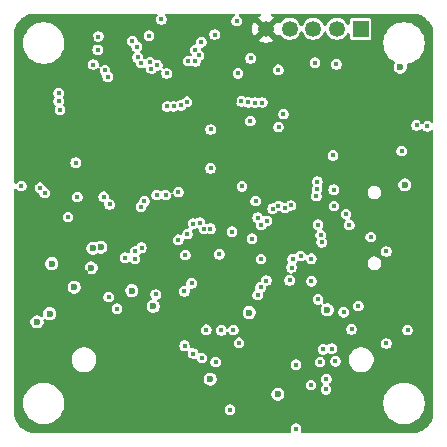
<source format=gbr>
%TF.GenerationSoftware,KiCad,Pcbnew,9.0.1*%
%TF.CreationDate,2026-02-05T11:07:33+03:00*%
%TF.ProjectId,Flybot_FC,466c7962-6f74-45f4-9643-2e6b69636164,rev?*%
%TF.SameCoordinates,Original*%
%TF.FileFunction,Copper,L3,Inr*%
%TF.FilePolarity,Positive*%
%FSLAX46Y46*%
G04 Gerber Fmt 4.6, Leading zero omitted, Abs format (unit mm)*
G04 Created by KiCad (PCBNEW 9.0.1) date 2026-02-05 11:07:33*
%MOMM*%
%LPD*%
G01*
G04 APERTURE LIST*
%TA.AperFunction,ComponentPad*%
%ADD10R,1.350000X1.350000*%
%TD*%
%TA.AperFunction,ComponentPad*%
%ADD11C,1.350000*%
%TD*%
%TA.AperFunction,ViaPad*%
%ADD12C,0.400000*%
%TD*%
%TA.AperFunction,ViaPad*%
%ADD13C,0.600000*%
%TD*%
G04 APERTURE END LIST*
D10*
%TO.N,+3V3*%
%TO.C,J2*%
X146190000Y-80830000D03*
D11*
%TO.N,/STM32F722VC_MCU/SWDIO*%
X144190000Y-80830000D03*
%TO.N,/STM32F722VC_MCU/SWDCLK*%
X142190000Y-80830000D03*
%TO.N,/STM32F722VC_MCU/NRST*%
X140190000Y-80830000D03*
%TO.N,GND*%
X138190000Y-80830000D03*
%TD*%
D12*
%TO.N,+3V3*%
X151840000Y-89090000D03*
D13*
%TO.N,GND*%
X145100000Y-94190000D03*
D12*
X122610000Y-87850000D03*
X127720000Y-103450000D03*
X150940000Y-83810000D03*
X132080000Y-81350000D03*
X123280000Y-95130000D03*
X147850000Y-106680000D03*
X143980000Y-98880000D03*
X135150000Y-93190000D03*
X118350000Y-84640000D03*
X129340000Y-88960000D03*
D13*
X123590000Y-105870000D03*
X134152732Y-109911360D03*
D12*
X135560000Y-86970000D03*
X128430000Y-113780000D03*
X127270000Y-96600000D03*
X143330000Y-83960000D03*
X137090000Y-94170000D03*
X122240000Y-93480000D03*
X147380000Y-111050000D03*
X128530000Y-82070000D03*
X130070000Y-103210000D03*
X128950000Y-81570000D03*
X124820000Y-82820000D03*
X145700000Y-107240000D03*
D13*
X125580000Y-106510000D03*
D12*
X119570000Y-90640000D03*
X143980000Y-89050000D03*
X140180000Y-87660000D03*
X145070000Y-84740000D03*
D13*
X122820000Y-96580000D03*
D12*
X150100000Y-105580000D03*
X117770000Y-103250000D03*
D13*
X137440000Y-112280000D03*
D12*
X139070000Y-89810000D03*
X151830000Y-85140000D03*
X117520000Y-99990000D03*
X117390000Y-84610000D03*
X128220000Y-84700000D03*
X143480000Y-109290000D03*
X142970000Y-112570000D03*
X144100000Y-100040000D03*
X125850000Y-83520000D03*
D13*
X123390000Y-111650000D03*
D12*
X139270000Y-103620000D03*
D13*
X119450000Y-108000000D03*
D12*
X150850000Y-104850000D03*
D13*
X137370000Y-111300000D03*
D12*
X143810000Y-87800000D03*
X147770000Y-102770000D03*
D13*
X126990000Y-101490000D03*
D12*
X117930000Y-95450000D03*
D13*
X124750000Y-109810000D03*
D12*
X150670000Y-101710000D03*
X149740000Y-86910000D03*
D13*
X128150000Y-106487500D03*
D12*
X123450000Y-81710000D03*
X119250000Y-96140000D03*
D13*
X124330000Y-114100000D03*
D12*
X139250000Y-102170000D03*
X145620000Y-111790000D03*
D13*
X130670000Y-107110000D03*
X131900000Y-109520000D03*
D12*
X126845000Y-84845000D03*
X146960000Y-93580000D03*
D13*
X137470000Y-113380000D03*
X121560000Y-106570000D03*
D12*
X143607500Y-96782500D03*
D13*
X135880000Y-97400000D03*
D12*
X143860000Y-111130000D03*
X152170000Y-91460000D03*
X127480000Y-92090000D03*
D13*
X126320000Y-108620000D03*
D12*
X139710000Y-89540000D03*
X131570000Y-81840000D03*
X120420000Y-96230000D03*
X141960000Y-103590000D03*
X151550000Y-104750000D03*
X124690000Y-79860000D03*
X150370000Y-108210000D03*
D13*
X125050000Y-96420000D03*
X123680000Y-101810000D03*
D12*
X118300000Y-99940000D03*
D13*
X119580000Y-102190000D03*
D12*
X122360000Y-91290000D03*
D13*
X122841400Y-101516242D03*
X137701165Y-109438970D03*
X136470000Y-97760000D03*
X126860000Y-106440000D03*
D12*
X145650000Y-88750000D03*
X138230000Y-95270000D03*
X130460000Y-83230000D03*
X137140000Y-90080000D03*
X140670000Y-84170000D03*
X144670000Y-114130000D03*
X151377225Y-88676328D03*
X138510000Y-104200000D03*
X135650000Y-89160000D03*
X121290000Y-94010000D03*
X123260000Y-94080000D03*
D13*
X131000000Y-97360000D03*
D12*
X131560000Y-79860000D03*
X145310000Y-103700000D03*
X134070000Y-103240000D03*
X124880000Y-98560000D03*
D13*
X122540349Y-104098977D03*
D12*
X152170000Y-92590000D03*
X149500000Y-86520000D03*
X145150000Y-101000000D03*
D13*
%TO.N,+3V3*%
X133480000Y-110487360D03*
D12*
X143750000Y-107910000D03*
D13*
X139190000Y-111750000D03*
D12*
X136146500Y-94163500D03*
X135710000Y-80150000D03*
D13*
X121960000Y-102704696D03*
D12*
X140200000Y-102120000D03*
X142040000Y-102200000D03*
X129330000Y-80020000D03*
X122210000Y-95060000D03*
X124440000Y-95050000D03*
X119440000Y-94720000D03*
X131485000Y-87005000D03*
X128925000Y-94895000D03*
X127600000Y-83730000D03*
D13*
X126822433Y-102989570D03*
D12*
X150170000Y-106340000D03*
D13*
%TO.N,VBUS*%
X143380000Y-104620000D03*
D12*
%TO.N,/STM32F722VC_MCU/NRST*%
X136860000Y-88640000D03*
X139240000Y-84300000D03*
%TO.N,+5V*%
X150940000Y-89010000D03*
D13*
X149560256Y-84080974D03*
X149950000Y-94040000D03*
X136760000Y-104850000D03*
D12*
X135130000Y-113070000D03*
%TO.N,/MAX7456_OSD/VIN*%
X139670000Y-88040000D03*
%TO.N,Net-(U3-VCCSYN)*%
X133510000Y-89350000D03*
X133490000Y-92650000D03*
%TO.N,Net-(U3-VREGRX)*%
X130780000Y-94640000D03*
X129690000Y-94890000D03*
%TO.N,/ML5805_VTX/VREGPA*%
X126260000Y-100200000D03*
X122070000Y-92160000D03*
%TO.N,Net-(D8-A)*%
X140720000Y-114680000D03*
X140740000Y-109270000D03*
%TO.N,/STM32F722VC_MCU/USB-*%
X145250000Y-97430000D03*
X147060000Y-98450000D03*
%TO.N,/STM32F722VC_MCU/Green LED*%
X136890000Y-83330000D03*
X142600000Y-97410000D03*
%TO.N,/ExposedPeripherals/SCL*%
X142600000Y-103740000D03*
X143045000Y-107965000D03*
X132200000Y-83590000D03*
%TO.N,/ExposedPeripherals/SDA*%
X131600000Y-83560000D03*
X144760000Y-104820000D03*
%TO.N,/ExposedPeripherals/CAN1.RX*%
X131540000Y-98190000D03*
X131900000Y-102380000D03*
X137250000Y-87070000D03*
X133930000Y-109040000D03*
%TO.N,/ExposedPeripherals/CAN1.TX*%
X136700122Y-87058300D03*
X131280000Y-103060000D03*
X130770000Y-98690000D03*
X132780000Y-108700000D03*
%TO.N,/ExposedPeripherals/ELRS.USART2.RX*%
X128850000Y-103320000D03*
X132040000Y-108320000D03*
X127130000Y-99680000D03*
%TO.N,/ExposedPeripherals/ELRS.USART2.TX*%
X127650000Y-99360000D03*
X131290000Y-107660000D03*
%TO.N,/ExposedPeripherals/SPARE.UART8.TX*%
X132936798Y-97760000D03*
X128478288Y-84214418D03*
X134400000Y-106360000D03*
%TO.N,/ExposedPeripherals/GPS.UART5.RX*%
X136110003Y-86970000D03*
X135900000Y-107410000D03*
X135310000Y-98010000D03*
%TO.N,/ExposedPeripherals/GPS.UART5.TX*%
X133486700Y-97749490D03*
X137870000Y-87070000D03*
X135430000Y-106330000D03*
%TO.N,/ExposedPeripherals/SPARE.UART8.RX*%
X132030000Y-97320000D03*
X128980000Y-83920000D03*
X133140000Y-106310000D03*
%TO.N,/STM32F722VC_MCU/SWDIO*%
X139250000Y-89130000D03*
X144140000Y-83840000D03*
%TO.N,/STM32F722VC_MCU/SWDCLK*%
X142340000Y-83690000D03*
D13*
%TO.N,Batt+*%
X123517300Y-99418871D03*
X118800000Y-105630000D03*
X128650000Y-104330000D03*
D12*
%TO.N,/MAX7456_OSD/~{HSYNC}*%
X142510000Y-94390000D03*
%TO.N,/MAX7456_OSD/~{VSYNC}*%
X142540000Y-93770000D03*
%TO.N,/MAX7456_OSD/LOS*%
X142460000Y-94980000D03*
%TO.N,/MAX7456_OSD/OSD.~{RESET}*%
X143870000Y-91550000D03*
%TO.N,/ML5805_VTX/VTX.XCEN*%
X132530000Y-83070000D03*
%TO.N,/Battery_Monitoring/Sense.SDA*%
X125580000Y-104530000D03*
X138220000Y-102140000D03*
%TO.N,/Battery_Monitoring/Sense.SCL*%
X137760000Y-100330000D03*
X124860000Y-103520000D03*
D13*
%TO.N,/Battery_Monitoring/V.bat_sense_ctrl*%
X120040000Y-100700000D03*
D12*
X121430000Y-96770000D03*
D13*
%TO.N,Net-(J5-Pin_1)*%
X119860000Y-104935000D03*
D12*
%TO.N,/Battery_Monitoring/V.BAT*%
X131360000Y-99970000D03*
X127090000Y-100330000D03*
%TO.N,/STM32F722VC_MCU/Flash.~{SS}*%
X117470000Y-94150000D03*
X120630000Y-86270000D03*
%TO.N,Net-(U1-PD3)*%
X135830000Y-84600000D03*
%TO.N,Net-(U1-PD5)*%
X133850000Y-81310000D03*
%TO.N,Net-(U1-PD6)*%
X132710000Y-81960000D03*
%TO.N,Net-(U1-PD7)*%
X132200000Y-82620000D03*
%TO.N,/STM32F722VC_MCU/Flash.MOSI*%
X124780000Y-84870000D03*
X120760000Y-87670000D03*
%TO.N,/LPS22HBTR_PressureSensor/MEMS2_INT*%
X137730000Y-102710000D03*
%TO.N,/MAX7456_OSD/0SD.SCLK*%
X138235665Y-97080000D03*
X143960000Y-95820000D03*
%TO.N,/MOSI*%
X127245000Y-82335000D03*
X145430000Y-106270000D03*
X127320000Y-83250000D03*
X123930000Y-82600000D03*
X143290000Y-110470000D03*
X127900000Y-95420000D03*
%TO.N,/ExposedPeripherals/ESC7*%
X139246035Y-95822777D03*
X140350000Y-101040000D03*
%TO.N,/LSM6DSOX_IMU/IMU2_INT*%
X134240000Y-99920000D03*
X144070000Y-108970000D03*
%TO.N,/ExposedPeripherals/ESC6*%
X140445000Y-100315000D03*
X139770000Y-95990000D03*
%TO.N,/LSM6DSOX_IMU/IMU2.CS*%
X142040000Y-100300000D03*
X143270000Y-111360000D03*
%TO.N,/ML5805_VTX/VTX.SDO*%
X132574959Y-97245687D03*
X130361595Y-87402197D03*
%TO.N,/MAX7456_OSD/OSD.MISO*%
X137480000Y-96820000D03*
X143920000Y-94450000D03*
X149670000Y-91170000D03*
%TO.N,/ExposedPeripherals/ESC5*%
X140281396Y-95787572D03*
X141127962Y-100060799D03*
%TO.N,/ML5805_VTX/VTX.CS*%
X129797500Y-87402500D03*
%TO.N,/MISO*%
X142760000Y-109040000D03*
X128368922Y-83675398D03*
X127609432Y-95886984D03*
X123570000Y-83850000D03*
%TO.N,/LPS22HBTR_PressureSensor/MEMS2_CS*%
X146000000Y-104290000D03*
X137000000Y-98590000D03*
%TO.N,/ML5805_VTX/VTX.CLK*%
X130985892Y-87304108D03*
%TO.N,/SCLK*%
X124000000Y-81480000D03*
X148380000Y-107470000D03*
X142910000Y-98910000D03*
X142010000Y-110990000D03*
X126870000Y-81850000D03*
X148380000Y-99680000D03*
%TO.N,/STM32F722VC_MCU/Flash.MISO*%
X119050000Y-94290000D03*
X120640000Y-86960000D03*
%TO.N,/LSM6DSOX_IMU/IMU1.CS*%
X129770000Y-84610000D03*
X128270000Y-81410000D03*
%TO.N,/ExposedPeripherals/ESC8*%
X137490000Y-103360000D03*
X138749678Y-96059700D03*
%TO.N,/MAX7456_OSD/OSD.~{CS}*%
X142830000Y-98280000D03*
X137310000Y-95420000D03*
%TO.N,/MAX7456_OSD/OSD.MOSI*%
X144970000Y-96500000D03*
X137800000Y-97420000D03*
%TO.N,/LPS22HBTR_PressureSensor/MEMS1_INT*%
X124560000Y-84350000D03*
X124940000Y-95700000D03*
D13*
%TO.N,Net-(Q1A-D)*%
X124217042Y-99305000D03*
X123383492Y-101073370D03*
%TD*%
%TA.AperFunction,Conductor*%
%TO.N,GND*%
G36*
X128948075Y-79552185D02*
G01*
X128993830Y-79604989D01*
X129003774Y-79674147D01*
X128974749Y-79737703D01*
X128969770Y-79743049D01*
X128969511Y-79743387D01*
X128930921Y-79810227D01*
X128910201Y-79846114D01*
X128879500Y-79960691D01*
X128879500Y-80079309D01*
X128910201Y-80193886D01*
X128969511Y-80296613D01*
X129053387Y-80380489D01*
X129156114Y-80439799D01*
X129270691Y-80470500D01*
X129270694Y-80470500D01*
X129389306Y-80470500D01*
X129389309Y-80470500D01*
X129503886Y-80439799D01*
X129606613Y-80380489D01*
X129690489Y-80296613D01*
X129749799Y-80193886D01*
X129780500Y-80079309D01*
X129780500Y-79960691D01*
X129749799Y-79846114D01*
X129690489Y-79743387D01*
X129690484Y-79743382D01*
X129685542Y-79736941D01*
X129686801Y-79735974D01*
X129657798Y-79682858D01*
X129662782Y-79613166D01*
X129704654Y-79557233D01*
X129770118Y-79532816D01*
X129778964Y-79532500D01*
X135415768Y-79532500D01*
X135482807Y-79552185D01*
X135528562Y-79604989D01*
X135538506Y-79674147D01*
X135509481Y-79737703D01*
X135477769Y-79763887D01*
X135433387Y-79789511D01*
X135433384Y-79789513D01*
X135349513Y-79873384D01*
X135349511Y-79873387D01*
X135299106Y-79960691D01*
X135290201Y-79976114D01*
X135259500Y-80090691D01*
X135259500Y-80209309D01*
X135290201Y-80323886D01*
X135349511Y-80426613D01*
X135433387Y-80510489D01*
X135536114Y-80569799D01*
X135650691Y-80600500D01*
X135650694Y-80600500D01*
X135769306Y-80600500D01*
X135769309Y-80600500D01*
X135883886Y-80569799D01*
X135986613Y-80510489D01*
X136070489Y-80426613D01*
X136129799Y-80323886D01*
X136160500Y-80209309D01*
X136160500Y-80090691D01*
X136129799Y-79976114D01*
X136070489Y-79873387D01*
X135986613Y-79789511D01*
X135942230Y-79763886D01*
X135894016Y-79713319D01*
X135880794Y-79644712D01*
X135906762Y-79579847D01*
X135963677Y-79539320D01*
X136004232Y-79532500D01*
X137631830Y-79532500D01*
X137698869Y-79552185D01*
X137744624Y-79604989D01*
X137754568Y-79674147D01*
X137725543Y-79737703D01*
X137688125Y-79766985D01*
X137574167Y-79825049D01*
X137553568Y-79840015D01*
X138143554Y-80430000D01*
X138137339Y-80430000D01*
X138035606Y-80457259D01*
X137944394Y-80509920D01*
X137869920Y-80584394D01*
X137817259Y-80675606D01*
X137790000Y-80777339D01*
X137790000Y-80783553D01*
X137200015Y-80193568D01*
X137185049Y-80214167D01*
X137101084Y-80378956D01*
X137101083Y-80378959D01*
X137043933Y-80554852D01*
X137015000Y-80737526D01*
X137015000Y-80922473D01*
X137043933Y-81105147D01*
X137101083Y-81281040D01*
X137101084Y-81281043D01*
X137185050Y-81445834D01*
X137200015Y-81466430D01*
X137200016Y-81466431D01*
X137790000Y-80876447D01*
X137790000Y-80882661D01*
X137817259Y-80984394D01*
X137869920Y-81075606D01*
X137944394Y-81150080D01*
X138035606Y-81202741D01*
X138137339Y-81230000D01*
X138143553Y-81230000D01*
X137553568Y-81819983D01*
X137553568Y-81819984D01*
X137574165Y-81834949D01*
X137738956Y-81918915D01*
X137738959Y-81918916D01*
X137914852Y-81976066D01*
X138097527Y-82005000D01*
X138282473Y-82005000D01*
X138465147Y-81976066D01*
X138641040Y-81918916D01*
X138641043Y-81918915D01*
X138644295Y-81917258D01*
X148119500Y-81917258D01*
X148119500Y-82146741D01*
X148142376Y-82320489D01*
X148149452Y-82374238D01*
X148194053Y-82540693D01*
X148208842Y-82595887D01*
X148296650Y-82807876D01*
X148296657Y-82807890D01*
X148411392Y-83006617D01*
X148551081Y-83188661D01*
X148551089Y-83188670D01*
X148713330Y-83350911D01*
X148713338Y-83350918D01*
X148713339Y-83350919D01*
X148746846Y-83376630D01*
X148895382Y-83490607D01*
X148895385Y-83490608D01*
X148895388Y-83490611D01*
X149038761Y-83573387D01*
X149065540Y-83588848D01*
X149113756Y-83639415D01*
X149126979Y-83708022D01*
X149110927Y-83758235D01*
X149047273Y-83868485D01*
X149047272Y-83868489D01*
X149009756Y-84008499D01*
X149009756Y-84153449D01*
X149046531Y-84290693D01*
X149047273Y-84293462D01*
X149119744Y-84418985D01*
X149119746Y-84418987D01*
X149119747Y-84418989D01*
X149222241Y-84521483D01*
X149222242Y-84521484D01*
X149222244Y-84521485D01*
X149347767Y-84593956D01*
X149347768Y-84593956D01*
X149347771Y-84593958D01*
X149487781Y-84631474D01*
X149487784Y-84631474D01*
X149632728Y-84631474D01*
X149632731Y-84631474D01*
X149772741Y-84593958D01*
X149898271Y-84521483D01*
X150000765Y-84418989D01*
X150073240Y-84293459D01*
X150110756Y-84153449D01*
X150110756Y-84008499D01*
X150084563Y-83910746D01*
X150086226Y-83840902D01*
X150125388Y-83783039D01*
X150188151Y-83755719D01*
X150212238Y-83752548D01*
X150433887Y-83693158D01*
X150645888Y-83605344D01*
X150844612Y-83490611D01*
X151026661Y-83350919D01*
X151026665Y-83350914D01*
X151026670Y-83350911D01*
X151188911Y-83188670D01*
X151188914Y-83188665D01*
X151188919Y-83188661D01*
X151328611Y-83006612D01*
X151443344Y-82807888D01*
X151531158Y-82595887D01*
X151590548Y-82374238D01*
X151620500Y-82146734D01*
X151620500Y-81917266D01*
X151590548Y-81689762D01*
X151531158Y-81468113D01*
X151455901Y-81286427D01*
X151443349Y-81256123D01*
X151443346Y-81256117D01*
X151443344Y-81256112D01*
X151328611Y-81057388D01*
X151328608Y-81057385D01*
X151328607Y-81057382D01*
X151188918Y-80875338D01*
X151188911Y-80875330D01*
X151026670Y-80713089D01*
X151026661Y-80713081D01*
X150844617Y-80573392D01*
X150645890Y-80458657D01*
X150645876Y-80458650D01*
X150433887Y-80370842D01*
X150212238Y-80311452D01*
X150174215Y-80306446D01*
X149984741Y-80281500D01*
X149984734Y-80281500D01*
X149755266Y-80281500D01*
X149755258Y-80281500D01*
X149538715Y-80310009D01*
X149527762Y-80311452D01*
X149462092Y-80329048D01*
X149306112Y-80370842D01*
X149094123Y-80458650D01*
X149094109Y-80458657D01*
X148895382Y-80573392D01*
X148713338Y-80713081D01*
X148551081Y-80875338D01*
X148411392Y-81057382D01*
X148296657Y-81256109D01*
X148296650Y-81256123D01*
X148208842Y-81468112D01*
X148192347Y-81529674D01*
X148153110Y-81676112D01*
X148149453Y-81689759D01*
X148149451Y-81689770D01*
X148119500Y-81917258D01*
X138644295Y-81917258D01*
X138805836Y-81834948D01*
X138826430Y-81819983D01*
X138826431Y-81819983D01*
X138236448Y-81230000D01*
X138242661Y-81230000D01*
X138344394Y-81202741D01*
X138435606Y-81150080D01*
X138510080Y-81075606D01*
X138562741Y-80984394D01*
X138590000Y-80882661D01*
X138590000Y-80876447D01*
X139179983Y-81466430D01*
X139179984Y-81466430D01*
X139194942Y-81445845D01*
X139194950Y-81445832D01*
X139225859Y-81385170D01*
X139273833Y-81334374D01*
X139341653Y-81317578D01*
X139407789Y-81340115D01*
X139439447Y-81372574D01*
X139471118Y-81419974D01*
X139600024Y-81548880D01*
X139600032Y-81548886D01*
X139751608Y-81650166D01*
X139751612Y-81650168D01*
X139920037Y-81719931D01*
X139920042Y-81719933D01*
X139920046Y-81719933D01*
X139920047Y-81719934D01*
X140098843Y-81755500D01*
X140098846Y-81755500D01*
X140281156Y-81755500D01*
X140410369Y-81729797D01*
X140459958Y-81719933D01*
X140579327Y-81670489D01*
X140628387Y-81650168D01*
X140628391Y-81650166D01*
X140723506Y-81586612D01*
X140779972Y-81548883D01*
X140908883Y-81419972D01*
X140962241Y-81340115D01*
X141010166Y-81268391D01*
X141010168Y-81268387D01*
X141075439Y-81110808D01*
X141119280Y-81056404D01*
X141185574Y-81034339D01*
X141253273Y-81051618D01*
X141300884Y-81102755D01*
X141304561Y-81110808D01*
X141369831Y-81268387D01*
X141369833Y-81268391D01*
X141471113Y-81419967D01*
X141471119Y-81419975D01*
X141600024Y-81548880D01*
X141600032Y-81548886D01*
X141751608Y-81650166D01*
X141751612Y-81650168D01*
X141920037Y-81719931D01*
X141920042Y-81719933D01*
X141920046Y-81719933D01*
X141920047Y-81719934D01*
X142098843Y-81755500D01*
X142098846Y-81755500D01*
X142281156Y-81755500D01*
X142410369Y-81729797D01*
X142459958Y-81719933D01*
X142579327Y-81670489D01*
X142628387Y-81650168D01*
X142628391Y-81650166D01*
X142723506Y-81586612D01*
X142779972Y-81548883D01*
X142908883Y-81419972D01*
X142962241Y-81340115D01*
X143010166Y-81268391D01*
X143010168Y-81268387D01*
X143075439Y-81110808D01*
X143119280Y-81056404D01*
X143185574Y-81034339D01*
X143253273Y-81051618D01*
X143300884Y-81102755D01*
X143304561Y-81110808D01*
X143369831Y-81268387D01*
X143369833Y-81268391D01*
X143471113Y-81419967D01*
X143471119Y-81419975D01*
X143600024Y-81548880D01*
X143600032Y-81548886D01*
X143751608Y-81650166D01*
X143751612Y-81650168D01*
X143920037Y-81719931D01*
X143920042Y-81719933D01*
X143920046Y-81719933D01*
X143920047Y-81719934D01*
X144098843Y-81755500D01*
X144098846Y-81755500D01*
X144281156Y-81755500D01*
X144410369Y-81729797D01*
X144459958Y-81719933D01*
X144579327Y-81670489D01*
X144628387Y-81650168D01*
X144628391Y-81650166D01*
X144723506Y-81586612D01*
X144779972Y-81548883D01*
X144908883Y-81419972D01*
X144962241Y-81340115D01*
X145010166Y-81268391D01*
X145010168Y-81268387D01*
X145025939Y-81230313D01*
X145069780Y-81175909D01*
X145136074Y-81153844D01*
X145203773Y-81171123D01*
X145251384Y-81222260D01*
X145264500Y-81277765D01*
X145264500Y-81529678D01*
X145279032Y-81602735D01*
X145279033Y-81602739D01*
X145279034Y-81602740D01*
X145334399Y-81685601D01*
X145386726Y-81720564D01*
X145417260Y-81740966D01*
X145417264Y-81740967D01*
X145490321Y-81755499D01*
X145490324Y-81755500D01*
X145490326Y-81755500D01*
X146889676Y-81755500D01*
X146889677Y-81755499D01*
X146962740Y-81740966D01*
X147045601Y-81685601D01*
X147100966Y-81602740D01*
X147115500Y-81529674D01*
X147115500Y-80130326D01*
X147115500Y-80130323D01*
X147115499Y-80130321D01*
X147100967Y-80057264D01*
X147100966Y-80057260D01*
X147045601Y-79974399D01*
X146962740Y-79919034D01*
X146962739Y-79919033D01*
X146962735Y-79919032D01*
X146889677Y-79904500D01*
X146889674Y-79904500D01*
X145490326Y-79904500D01*
X145490323Y-79904500D01*
X145417264Y-79919032D01*
X145417260Y-79919033D01*
X145334399Y-79974399D01*
X145279033Y-80057260D01*
X145279032Y-80057264D01*
X145264500Y-80130321D01*
X145264500Y-80382234D01*
X145244815Y-80449273D01*
X145192011Y-80495028D01*
X145122853Y-80504972D01*
X145059297Y-80475947D01*
X145025939Y-80429687D01*
X145010166Y-80391609D01*
X145010166Y-80391608D01*
X144908886Y-80240032D01*
X144908880Y-80240024D01*
X144779975Y-80111119D01*
X144779967Y-80111113D01*
X144628391Y-80009833D01*
X144628387Y-80009831D01*
X144459962Y-79940068D01*
X144459952Y-79940065D01*
X144281156Y-79904500D01*
X144281154Y-79904500D01*
X144098846Y-79904500D01*
X144098844Y-79904500D01*
X143920047Y-79940065D01*
X143920037Y-79940068D01*
X143751612Y-80009831D01*
X143751608Y-80009833D01*
X143600032Y-80111113D01*
X143600024Y-80111119D01*
X143471119Y-80240024D01*
X143471113Y-80240032D01*
X143369833Y-80391608D01*
X143304561Y-80549192D01*
X143260720Y-80603595D01*
X143194426Y-80625660D01*
X143126727Y-80608381D01*
X143079116Y-80557244D01*
X143075439Y-80549192D01*
X143010166Y-80391608D01*
X142908886Y-80240032D01*
X142908880Y-80240024D01*
X142779975Y-80111119D01*
X142779967Y-80111113D01*
X142628391Y-80009833D01*
X142628387Y-80009831D01*
X142459962Y-79940068D01*
X142459952Y-79940065D01*
X142281156Y-79904500D01*
X142281154Y-79904500D01*
X142098846Y-79904500D01*
X142098844Y-79904500D01*
X141920047Y-79940065D01*
X141920037Y-79940068D01*
X141751612Y-80009831D01*
X141751608Y-80009833D01*
X141600032Y-80111113D01*
X141600024Y-80111119D01*
X141471119Y-80240024D01*
X141471113Y-80240032D01*
X141369833Y-80391608D01*
X141304561Y-80549192D01*
X141260720Y-80603595D01*
X141194426Y-80625660D01*
X141126727Y-80608381D01*
X141079116Y-80557244D01*
X141075439Y-80549192D01*
X141010166Y-80391608D01*
X140908886Y-80240032D01*
X140908880Y-80240024D01*
X140779975Y-80111119D01*
X140779967Y-80111113D01*
X140628391Y-80009833D01*
X140628387Y-80009831D01*
X140459962Y-79940068D01*
X140459952Y-79940065D01*
X140281156Y-79904500D01*
X140281154Y-79904500D01*
X140098846Y-79904500D01*
X140098844Y-79904500D01*
X139920047Y-79940065D01*
X139920037Y-79940068D01*
X139751612Y-80009831D01*
X139751608Y-80009833D01*
X139600032Y-80111113D01*
X139600024Y-80111119D01*
X139471119Y-80240024D01*
X139471114Y-80240030D01*
X139439445Y-80287426D01*
X139385832Y-80332230D01*
X139316507Y-80340937D01*
X139253480Y-80310782D01*
X139225859Y-80274829D01*
X139194949Y-80214165D01*
X139179983Y-80193568D01*
X138590000Y-80783551D01*
X138590000Y-80777339D01*
X138562741Y-80675606D01*
X138510080Y-80584394D01*
X138435606Y-80509920D01*
X138344394Y-80457259D01*
X138242661Y-80430000D01*
X138236447Y-80430000D01*
X138826431Y-79840016D01*
X138826430Y-79840015D01*
X138805834Y-79825050D01*
X138691875Y-79766985D01*
X138641079Y-79719010D01*
X138624284Y-79651189D01*
X138646821Y-79585054D01*
X138701537Y-79541603D01*
X138748170Y-79532500D01*
X150575830Y-79532500D01*
X150615572Y-79532500D01*
X150624418Y-79532816D01*
X150860140Y-79549674D01*
X150877641Y-79552191D01*
X151104229Y-79601482D01*
X151121188Y-79606461D01*
X151241107Y-79651189D01*
X151338462Y-79687501D01*
X151354555Y-79694851D01*
X151558068Y-79805977D01*
X151572951Y-79815542D01*
X151711200Y-79919034D01*
X151758579Y-79954501D01*
X151771950Y-79966087D01*
X151935912Y-80130049D01*
X151947498Y-80143420D01*
X152086457Y-80329048D01*
X152096022Y-80343931D01*
X152207148Y-80547444D01*
X152214498Y-80563537D01*
X152295535Y-80780803D01*
X152300519Y-80797779D01*
X152349807Y-81024352D01*
X152352325Y-81041864D01*
X152369184Y-81277581D01*
X152369500Y-81286427D01*
X152369500Y-88683036D01*
X152349815Y-88750075D01*
X152297011Y-88795830D01*
X152227853Y-88805774D01*
X152164297Y-88776749D01*
X152157819Y-88770717D01*
X152116615Y-88729513D01*
X152116613Y-88729511D01*
X152013886Y-88670201D01*
X151899309Y-88639500D01*
X151780691Y-88639500D01*
X151666114Y-88670201D01*
X151666112Y-88670201D01*
X151666112Y-88670202D01*
X151563387Y-88729511D01*
X151509566Y-88783332D01*
X151448242Y-88816816D01*
X151378550Y-88811831D01*
X151322617Y-88769960D01*
X151314499Y-88757652D01*
X151309032Y-88748185D01*
X151300489Y-88733387D01*
X151216613Y-88649511D01*
X151113886Y-88590201D01*
X150999309Y-88559500D01*
X150880691Y-88559500D01*
X150766114Y-88590201D01*
X150766112Y-88590201D01*
X150766112Y-88590202D01*
X150663387Y-88649511D01*
X150663384Y-88649513D01*
X150579513Y-88733384D01*
X150579511Y-88733387D01*
X150533323Y-88813387D01*
X150520201Y-88836114D01*
X150489500Y-88950691D01*
X150489500Y-89069309D01*
X150520201Y-89183886D01*
X150579511Y-89286613D01*
X150663387Y-89370489D01*
X150766114Y-89429799D01*
X150880691Y-89460500D01*
X150880694Y-89460500D01*
X150999306Y-89460500D01*
X150999309Y-89460500D01*
X151113886Y-89429799D01*
X151216613Y-89370489D01*
X151270436Y-89316665D01*
X151331755Y-89283183D01*
X151401447Y-89288167D01*
X151457380Y-89330038D01*
X151465499Y-89342346D01*
X151479506Y-89366606D01*
X151479509Y-89366610D01*
X151479511Y-89366613D01*
X151563387Y-89450489D01*
X151666114Y-89509799D01*
X151780691Y-89540500D01*
X151780694Y-89540500D01*
X151899306Y-89540500D01*
X151899309Y-89540500D01*
X152013886Y-89509799D01*
X152116613Y-89450489D01*
X152157819Y-89409283D01*
X152219142Y-89375798D01*
X152288834Y-89380782D01*
X152344767Y-89422654D01*
X152369184Y-89488118D01*
X152369500Y-89496964D01*
X152369500Y-113277572D01*
X152369184Y-113286418D01*
X152352325Y-113522135D01*
X152349807Y-113539647D01*
X152300519Y-113766220D01*
X152295535Y-113783196D01*
X152214498Y-114000462D01*
X152207148Y-114016555D01*
X152096022Y-114220068D01*
X152086457Y-114234951D01*
X151947498Y-114420579D01*
X151935912Y-114433950D01*
X151771950Y-114597912D01*
X151758579Y-114609498D01*
X151572951Y-114748457D01*
X151558068Y-114758022D01*
X151354555Y-114869148D01*
X151338462Y-114876498D01*
X151121196Y-114957535D01*
X151104220Y-114962519D01*
X150877647Y-115011807D01*
X150860135Y-115014325D01*
X150624418Y-115031184D01*
X150615572Y-115031500D01*
X141251808Y-115031500D01*
X141184769Y-115011815D01*
X141139014Y-114959011D01*
X141129070Y-114889853D01*
X141137246Y-114860049D01*
X141139793Y-114853895D01*
X141139799Y-114853886D01*
X141170500Y-114739309D01*
X141170500Y-114620691D01*
X141139799Y-114506114D01*
X141080489Y-114403387D01*
X140996613Y-114319511D01*
X140893886Y-114260201D01*
X140779309Y-114229500D01*
X140660691Y-114229500D01*
X140546114Y-114260201D01*
X140546112Y-114260201D01*
X140546112Y-114260202D01*
X140443387Y-114319511D01*
X140443384Y-114319513D01*
X140359513Y-114403384D01*
X140359511Y-114403387D01*
X140300201Y-114506114D01*
X140269500Y-114620691D01*
X140269500Y-114739309D01*
X140300201Y-114853886D01*
X140300202Y-114853887D01*
X140302754Y-114860049D01*
X140310221Y-114929519D01*
X140278945Y-114991998D01*
X140218856Y-115027649D01*
X140188192Y-115031500D01*
X118624428Y-115031500D01*
X118615582Y-115031184D01*
X118379864Y-115014325D01*
X118362352Y-115011807D01*
X118135779Y-114962519D01*
X118118803Y-114957535D01*
X117901537Y-114876498D01*
X117885444Y-114869148D01*
X117681931Y-114758022D01*
X117667048Y-114748457D01*
X117481420Y-114609498D01*
X117468049Y-114597912D01*
X117304087Y-114433950D01*
X117292501Y-114420579D01*
X117153542Y-114234951D01*
X117143977Y-114220068D01*
X117032851Y-114016555D01*
X117025501Y-114000462D01*
X116969724Y-113850919D01*
X116944461Y-113783188D01*
X116939482Y-113766229D01*
X116890191Y-113539641D01*
X116887674Y-113522135D01*
X116886564Y-113506617D01*
X116870816Y-113286418D01*
X116870500Y-113277572D01*
X116870500Y-112417258D01*
X117619500Y-112417258D01*
X117619500Y-112646741D01*
X117644446Y-112836215D01*
X117649452Y-112874238D01*
X117686014Y-113010691D01*
X117708842Y-113095887D01*
X117796650Y-113307876D01*
X117796657Y-113307890D01*
X117911392Y-113506617D01*
X118051081Y-113688661D01*
X118051089Y-113688670D01*
X118213330Y-113850911D01*
X118213338Y-113850918D01*
X118395382Y-113990607D01*
X118395385Y-113990608D01*
X118395388Y-113990611D01*
X118594112Y-114105344D01*
X118594117Y-114105346D01*
X118594123Y-114105349D01*
X118685480Y-114143190D01*
X118806113Y-114193158D01*
X119027762Y-114252548D01*
X119255266Y-114282500D01*
X119255273Y-114282500D01*
X119484727Y-114282500D01*
X119484734Y-114282500D01*
X119712238Y-114252548D01*
X119933887Y-114193158D01*
X120145888Y-114105344D01*
X120344612Y-113990611D01*
X120526661Y-113850919D01*
X120526665Y-113850914D01*
X120526670Y-113850911D01*
X120688911Y-113688670D01*
X120688914Y-113688665D01*
X120688919Y-113688661D01*
X120828611Y-113506612D01*
X120943344Y-113307888D01*
X121031158Y-113095887D01*
X121053986Y-113010691D01*
X134679500Y-113010691D01*
X134679500Y-113129309D01*
X134710201Y-113243886D01*
X134769511Y-113346613D01*
X134853387Y-113430489D01*
X134956114Y-113489799D01*
X135070691Y-113520500D01*
X135070694Y-113520500D01*
X135189306Y-113520500D01*
X135189309Y-113520500D01*
X135303886Y-113489799D01*
X135406613Y-113430489D01*
X135490489Y-113346613D01*
X135549799Y-113243886D01*
X135580500Y-113129309D01*
X135580500Y-113010691D01*
X135549799Y-112896114D01*
X135490489Y-112793387D01*
X135406613Y-112709511D01*
X135303886Y-112650201D01*
X135189309Y-112619500D01*
X135070691Y-112619500D01*
X134956114Y-112650201D01*
X134956112Y-112650201D01*
X134956112Y-112650202D01*
X134853387Y-112709511D01*
X134853384Y-112709513D01*
X134769513Y-112793384D01*
X134769511Y-112793387D01*
X134710201Y-112896114D01*
X134679500Y-113010691D01*
X121053986Y-113010691D01*
X121090548Y-112874238D01*
X121120500Y-112646734D01*
X121120500Y-112417266D01*
X121120499Y-112417258D01*
X148119500Y-112417258D01*
X148119500Y-112646741D01*
X148144446Y-112836215D01*
X148149452Y-112874238D01*
X148186014Y-113010691D01*
X148208842Y-113095887D01*
X148296650Y-113307876D01*
X148296657Y-113307890D01*
X148411392Y-113506617D01*
X148551081Y-113688661D01*
X148551089Y-113688670D01*
X148713330Y-113850911D01*
X148713338Y-113850918D01*
X148895382Y-113990607D01*
X148895385Y-113990608D01*
X148895388Y-113990611D01*
X149094112Y-114105344D01*
X149094117Y-114105346D01*
X149094123Y-114105349D01*
X149185480Y-114143190D01*
X149306113Y-114193158D01*
X149527762Y-114252548D01*
X149755266Y-114282500D01*
X149755273Y-114282500D01*
X149984727Y-114282500D01*
X149984734Y-114282500D01*
X150212238Y-114252548D01*
X150433887Y-114193158D01*
X150645888Y-114105344D01*
X150844612Y-113990611D01*
X151026661Y-113850919D01*
X151026665Y-113850914D01*
X151026670Y-113850911D01*
X151188911Y-113688670D01*
X151188914Y-113688665D01*
X151188919Y-113688661D01*
X151328611Y-113506612D01*
X151443344Y-113307888D01*
X151531158Y-113095887D01*
X151590548Y-112874238D01*
X151620500Y-112646734D01*
X151620500Y-112417266D01*
X151590548Y-112189762D01*
X151531158Y-111968113D01*
X151470831Y-111822472D01*
X151443349Y-111756123D01*
X151443346Y-111756117D01*
X151443344Y-111756112D01*
X151328611Y-111557388D01*
X151328608Y-111557385D01*
X151328607Y-111557382D01*
X151188918Y-111375338D01*
X151188911Y-111375330D01*
X151026670Y-111213089D01*
X151026661Y-111213081D01*
X150844617Y-111073392D01*
X150645890Y-110958657D01*
X150645876Y-110958650D01*
X150433887Y-110870842D01*
X150212238Y-110811452D01*
X150174215Y-110806446D01*
X149984741Y-110781500D01*
X149984734Y-110781500D01*
X149755266Y-110781500D01*
X149755258Y-110781500D01*
X149538715Y-110810009D01*
X149527762Y-110811452D01*
X149505336Y-110817461D01*
X149306112Y-110870842D01*
X149094123Y-110958650D01*
X149094109Y-110958657D01*
X148895382Y-111073392D01*
X148713338Y-111213081D01*
X148551081Y-111375338D01*
X148411392Y-111557382D01*
X148296657Y-111756109D01*
X148296650Y-111756123D01*
X148208842Y-111968112D01*
X148149453Y-112189759D01*
X148149451Y-112189770D01*
X148119500Y-112417258D01*
X121120499Y-112417258D01*
X121090548Y-112189762D01*
X121031158Y-111968113D01*
X120970831Y-111822472D01*
X120943349Y-111756123D01*
X120943340Y-111756104D01*
X120929076Y-111731399D01*
X120929075Y-111731398D01*
X120922777Y-111720489D01*
X120897972Y-111677525D01*
X138639500Y-111677525D01*
X138639500Y-111822475D01*
X138677016Y-111962485D01*
X138677017Y-111962488D01*
X138749488Y-112088011D01*
X138749490Y-112088013D01*
X138749491Y-112088015D01*
X138851985Y-112190509D01*
X138851986Y-112190510D01*
X138851988Y-112190511D01*
X138977511Y-112262982D01*
X138977512Y-112262982D01*
X138977515Y-112262984D01*
X139117525Y-112300500D01*
X139117528Y-112300500D01*
X139262472Y-112300500D01*
X139262475Y-112300500D01*
X139402485Y-112262984D01*
X139528015Y-112190509D01*
X139630509Y-112088015D01*
X139702984Y-111962485D01*
X139740500Y-111822475D01*
X139740500Y-111677525D01*
X139702984Y-111537515D01*
X139700889Y-111533887D01*
X139630511Y-111411988D01*
X139630506Y-111411982D01*
X139528017Y-111309493D01*
X139528011Y-111309488D01*
X139402488Y-111237017D01*
X139402489Y-111237017D01*
X139378402Y-111230563D01*
X139262475Y-111199500D01*
X139117525Y-111199500D01*
X139001598Y-111230563D01*
X138977511Y-111237017D01*
X138851988Y-111309488D01*
X138851982Y-111309493D01*
X138749493Y-111411982D01*
X138749488Y-111411988D01*
X138677017Y-111537511D01*
X138677016Y-111537515D01*
X138639500Y-111677525D01*
X120897972Y-111677525D01*
X120828611Y-111557388D01*
X120828608Y-111557385D01*
X120828607Y-111557382D01*
X120688918Y-111375338D01*
X120688911Y-111375330D01*
X120526670Y-111213089D01*
X120526661Y-111213081D01*
X120344617Y-111073392D01*
X120145890Y-110958657D01*
X120145876Y-110958650D01*
X119933887Y-110870842D01*
X119712238Y-110811452D01*
X119674215Y-110806446D01*
X119484741Y-110781500D01*
X119484734Y-110781500D01*
X119255266Y-110781500D01*
X119255258Y-110781500D01*
X119038715Y-110810009D01*
X119027762Y-110811452D01*
X119005336Y-110817461D01*
X118806112Y-110870842D01*
X118594123Y-110958650D01*
X118594109Y-110958657D01*
X118395382Y-111073392D01*
X118213338Y-111213081D01*
X118051081Y-111375338D01*
X117911392Y-111557382D01*
X117796657Y-111756109D01*
X117796650Y-111756123D01*
X117708842Y-111968112D01*
X117649453Y-112189759D01*
X117649451Y-112189770D01*
X117619500Y-112417258D01*
X116870500Y-112417258D01*
X116870500Y-110414885D01*
X132929500Y-110414885D01*
X132929500Y-110559835D01*
X132952022Y-110643886D01*
X132967017Y-110699848D01*
X133039488Y-110825371D01*
X133039490Y-110825373D01*
X133039491Y-110825375D01*
X133141985Y-110927869D01*
X133141986Y-110927870D01*
X133141988Y-110927871D01*
X133267511Y-111000342D01*
X133267512Y-111000342D01*
X133267515Y-111000344D01*
X133407525Y-111037860D01*
X133407528Y-111037860D01*
X133552472Y-111037860D01*
X133552475Y-111037860D01*
X133692485Y-111000344D01*
X133813127Y-110930691D01*
X141559500Y-110930691D01*
X141559500Y-111049309D01*
X141590201Y-111163886D01*
X141649511Y-111266613D01*
X141733387Y-111350489D01*
X141836114Y-111409799D01*
X141950691Y-111440500D01*
X141950694Y-111440500D01*
X142069306Y-111440500D01*
X142069309Y-111440500D01*
X142183886Y-111409799D01*
X142286613Y-111350489D01*
X142336411Y-111300691D01*
X142819500Y-111300691D01*
X142819500Y-111419309D01*
X142850201Y-111533886D01*
X142909511Y-111636613D01*
X142993387Y-111720489D01*
X143096114Y-111779799D01*
X143210691Y-111810500D01*
X143210694Y-111810500D01*
X143329306Y-111810500D01*
X143329309Y-111810500D01*
X143443886Y-111779799D01*
X143546613Y-111720489D01*
X143630489Y-111636613D01*
X143689799Y-111533886D01*
X143720500Y-111419309D01*
X143720500Y-111300691D01*
X143689799Y-111186114D01*
X143630489Y-111083387D01*
X143559640Y-111012538D01*
X143526155Y-110951215D01*
X143531139Y-110881523D01*
X143563032Y-110838402D01*
X143560866Y-110836236D01*
X143585651Y-110811451D01*
X143650489Y-110746613D01*
X143709799Y-110643886D01*
X143740500Y-110529309D01*
X143740500Y-110410691D01*
X143709799Y-110296114D01*
X143650489Y-110193387D01*
X143566613Y-110109511D01*
X143463886Y-110050201D01*
X143349309Y-110019500D01*
X143230691Y-110019500D01*
X143116114Y-110050201D01*
X143116112Y-110050201D01*
X143116112Y-110050202D01*
X143013387Y-110109511D01*
X143013384Y-110109513D01*
X142929513Y-110193384D01*
X142929511Y-110193387D01*
X142870201Y-110296114D01*
X142839500Y-110410691D01*
X142839500Y-110529309D01*
X142870201Y-110643886D01*
X142929511Y-110746613D01*
X142929513Y-110746615D01*
X143000359Y-110817461D01*
X143033844Y-110878784D01*
X143028860Y-110948476D01*
X142996983Y-110991613D01*
X142999134Y-110993764D01*
X142909513Y-111083384D01*
X142909511Y-111083387D01*
X142863032Y-111163891D01*
X142850201Y-111186114D01*
X142819500Y-111300691D01*
X142336411Y-111300691D01*
X142370489Y-111266613D01*
X142429799Y-111163886D01*
X142460500Y-111049309D01*
X142460500Y-110930691D01*
X142429799Y-110816114D01*
X142370489Y-110713387D01*
X142286613Y-110629511D01*
X142183886Y-110570201D01*
X142069309Y-110539500D01*
X141950691Y-110539500D01*
X141836114Y-110570201D01*
X141836112Y-110570201D01*
X141836112Y-110570202D01*
X141733387Y-110629511D01*
X141733384Y-110629513D01*
X141649513Y-110713384D01*
X141649511Y-110713387D01*
X141592893Y-110811452D01*
X141590201Y-110816114D01*
X141559500Y-110930691D01*
X133813127Y-110930691D01*
X133818015Y-110927869D01*
X133920509Y-110825375D01*
X133992984Y-110699845D01*
X134030500Y-110559835D01*
X134030500Y-110414885D01*
X133992984Y-110274875D01*
X133920509Y-110149345D01*
X133818015Y-110046851D01*
X133818013Y-110046850D01*
X133818011Y-110046848D01*
X133692488Y-109974377D01*
X133692489Y-109974377D01*
X133681006Y-109971300D01*
X133552475Y-109936860D01*
X133407525Y-109936860D01*
X133278993Y-109971300D01*
X133267511Y-109974377D01*
X133141988Y-110046848D01*
X133141982Y-110046853D01*
X133039493Y-110149342D01*
X133039488Y-110149348D01*
X132967017Y-110274871D01*
X132967016Y-110274875D01*
X132929500Y-110414885D01*
X116870500Y-110414885D01*
X116870500Y-108731530D01*
X121729500Y-108731530D01*
X121729500Y-108938469D01*
X121769868Y-109141412D01*
X121769870Y-109141420D01*
X121849058Y-109332596D01*
X121964024Y-109504657D01*
X122110342Y-109650975D01*
X122110345Y-109650977D01*
X122282402Y-109765941D01*
X122473580Y-109845130D01*
X122676530Y-109885499D01*
X122676534Y-109885500D01*
X122676535Y-109885500D01*
X122883466Y-109885500D01*
X122883467Y-109885499D01*
X123086420Y-109845130D01*
X123277598Y-109765941D01*
X123449655Y-109650977D01*
X123595977Y-109504655D01*
X123710941Y-109332598D01*
X123790130Y-109141420D01*
X123830500Y-108938465D01*
X123830500Y-108731535D01*
X123790130Y-108528580D01*
X123710941Y-108337402D01*
X123595977Y-108165345D01*
X123595975Y-108165342D01*
X123449657Y-108019024D01*
X123280040Y-107905691D01*
X123277598Y-107904059D01*
X123268286Y-107900202D01*
X123086420Y-107824870D01*
X123086412Y-107824868D01*
X122883469Y-107784500D01*
X122883465Y-107784500D01*
X122676535Y-107784500D01*
X122676530Y-107784500D01*
X122473587Y-107824868D01*
X122473579Y-107824870D01*
X122282403Y-107904058D01*
X122110342Y-108019024D01*
X121964024Y-108165342D01*
X121849058Y-108337403D01*
X121769870Y-108528579D01*
X121769868Y-108528587D01*
X121729500Y-108731530D01*
X116870500Y-108731530D01*
X116870500Y-107600691D01*
X130839500Y-107600691D01*
X130839500Y-107719309D01*
X130870201Y-107833886D01*
X130929511Y-107936613D01*
X131013387Y-108020489D01*
X131116114Y-108079799D01*
X131230691Y-108110500D01*
X131230694Y-108110500D01*
X131349306Y-108110500D01*
X131349309Y-108110500D01*
X131443982Y-108085132D01*
X131513829Y-108086795D01*
X131571691Y-108125957D01*
X131599196Y-108190185D01*
X131595848Y-108236999D01*
X131589500Y-108260689D01*
X131589500Y-108260691D01*
X131589500Y-108379309D01*
X131620201Y-108493886D01*
X131679511Y-108596613D01*
X131763387Y-108680489D01*
X131866114Y-108739799D01*
X131980691Y-108770500D01*
X131980694Y-108770500D01*
X132099306Y-108770500D01*
X132099309Y-108770500D01*
X132197106Y-108744295D01*
X132266952Y-108745958D01*
X132324814Y-108785120D01*
X132348970Y-108831975D01*
X132360200Y-108873884D01*
X132360200Y-108873885D01*
X132380769Y-108909511D01*
X132419511Y-108976613D01*
X132503387Y-109060489D01*
X132606114Y-109119799D01*
X132720691Y-109150500D01*
X132720694Y-109150500D01*
X132839306Y-109150500D01*
X132839309Y-109150500D01*
X132953886Y-109119799D01*
X133056613Y-109060489D01*
X133136411Y-108980691D01*
X133479500Y-108980691D01*
X133479500Y-109099309D01*
X133510201Y-109213886D01*
X133569511Y-109316613D01*
X133653387Y-109400489D01*
X133756114Y-109459799D01*
X133870691Y-109490500D01*
X133870694Y-109490500D01*
X133989306Y-109490500D01*
X133989309Y-109490500D01*
X134103886Y-109459799D01*
X134206613Y-109400489D01*
X134290489Y-109316613D01*
X134349799Y-109213886D01*
X134350655Y-109210691D01*
X140289500Y-109210691D01*
X140289500Y-109329309D01*
X140320201Y-109443886D01*
X140379511Y-109546613D01*
X140463387Y-109630489D01*
X140566114Y-109689799D01*
X140680691Y-109720500D01*
X140680694Y-109720500D01*
X140799306Y-109720500D01*
X140799309Y-109720500D01*
X140913886Y-109689799D01*
X141016613Y-109630489D01*
X141100489Y-109546613D01*
X141159799Y-109443886D01*
X141190500Y-109329309D01*
X141190500Y-109210691D01*
X141159799Y-109096114D01*
X141100489Y-108993387D01*
X141087793Y-108980691D01*
X142309500Y-108980691D01*
X142309500Y-109099309D01*
X142340201Y-109213886D01*
X142399511Y-109316613D01*
X142483387Y-109400489D01*
X142586114Y-109459799D01*
X142700691Y-109490500D01*
X142700694Y-109490500D01*
X142819306Y-109490500D01*
X142819309Y-109490500D01*
X142933886Y-109459799D01*
X143036613Y-109400489D01*
X143120489Y-109316613D01*
X143179799Y-109213886D01*
X143210500Y-109099309D01*
X143210500Y-108980691D01*
X143179799Y-108866114D01*
X143120489Y-108763387D01*
X143036613Y-108679511D01*
X142980106Y-108646886D01*
X142931892Y-108596319D01*
X142918670Y-108527712D01*
X142944638Y-108462847D01*
X143001553Y-108422319D01*
X143042108Y-108415500D01*
X143104306Y-108415500D01*
X143104309Y-108415500D01*
X143218886Y-108384799D01*
X143321613Y-108325489D01*
X143344756Y-108302345D01*
X143406075Y-108268862D01*
X143475767Y-108273845D01*
X143494428Y-108282637D01*
X143576114Y-108329799D01*
X143690691Y-108360500D01*
X143690694Y-108360500D01*
X143761912Y-108360500D01*
X143828951Y-108380185D01*
X143874706Y-108432989D01*
X143884650Y-108502147D01*
X143855625Y-108565703D01*
X143823914Y-108591885D01*
X143793387Y-108609511D01*
X143793384Y-108609513D01*
X143709513Y-108693384D01*
X143709511Y-108693387D01*
X143671451Y-108759309D01*
X143650201Y-108796114D01*
X143619500Y-108910691D01*
X143619500Y-109029309D01*
X143650201Y-109143886D01*
X143709511Y-109246613D01*
X143793387Y-109330489D01*
X143896114Y-109389799D01*
X144010691Y-109420500D01*
X144010694Y-109420500D01*
X144129306Y-109420500D01*
X144129309Y-109420500D01*
X144243886Y-109389799D01*
X144346613Y-109330489D01*
X144430489Y-109246613D01*
X144489799Y-109143886D01*
X144520500Y-109029309D01*
X144520500Y-108910691D01*
X144489799Y-108796114D01*
X144452511Y-108731530D01*
X145199500Y-108731530D01*
X145199500Y-108938469D01*
X145239868Y-109141412D01*
X145239870Y-109141420D01*
X145319058Y-109332596D01*
X145434024Y-109504657D01*
X145580342Y-109650975D01*
X145580345Y-109650977D01*
X145752402Y-109765941D01*
X145943580Y-109845130D01*
X146146530Y-109885499D01*
X146146534Y-109885500D01*
X146146535Y-109885500D01*
X146353466Y-109885500D01*
X146353467Y-109885499D01*
X146556420Y-109845130D01*
X146747598Y-109765941D01*
X146919655Y-109650977D01*
X147065977Y-109504655D01*
X147180941Y-109332598D01*
X147260130Y-109141420D01*
X147300500Y-108938465D01*
X147300500Y-108731535D01*
X147260130Y-108528580D01*
X147180941Y-108337402D01*
X147065977Y-108165345D01*
X147065975Y-108165342D01*
X146919657Y-108019024D01*
X146750040Y-107905691D01*
X146747598Y-107904059D01*
X146738286Y-107900202D01*
X146556420Y-107824870D01*
X146556412Y-107824868D01*
X146353469Y-107784500D01*
X146353465Y-107784500D01*
X146146535Y-107784500D01*
X146146530Y-107784500D01*
X145943587Y-107824868D01*
X145943579Y-107824870D01*
X145752403Y-107904058D01*
X145580342Y-108019024D01*
X145434024Y-108165342D01*
X145319058Y-108337403D01*
X145239870Y-108528579D01*
X145239868Y-108528587D01*
X145199500Y-108731530D01*
X144452511Y-108731530D01*
X144430489Y-108693387D01*
X144346613Y-108609511D01*
X144243886Y-108550201D01*
X144129309Y-108519500D01*
X144058088Y-108519500D01*
X143991049Y-108499815D01*
X143945294Y-108447011D01*
X143935350Y-108377853D01*
X143964375Y-108314297D01*
X143996085Y-108288114D01*
X144026613Y-108270489D01*
X144110489Y-108186613D01*
X144169799Y-108083886D01*
X144200500Y-107969309D01*
X144200500Y-107850691D01*
X144169799Y-107736114D01*
X144110489Y-107633387D01*
X144026613Y-107549511D01*
X143958092Y-107509950D01*
X143958090Y-107509948D01*
X143923891Y-107490203D01*
X143923890Y-107490202D01*
X143908626Y-107486112D01*
X143809309Y-107459500D01*
X143690691Y-107459500D01*
X143576114Y-107490201D01*
X143576112Y-107490201D01*
X143576112Y-107490202D01*
X143473387Y-107549511D01*
X143450244Y-107572654D01*
X143388920Y-107606138D01*
X143319228Y-107601152D01*
X143300566Y-107592359D01*
X143218886Y-107545201D01*
X143104309Y-107514500D01*
X142985691Y-107514500D01*
X142871114Y-107545201D01*
X142871112Y-107545201D01*
X142871112Y-107545202D01*
X142768387Y-107604511D01*
X142768384Y-107604513D01*
X142684513Y-107688384D01*
X142684511Y-107688387D01*
X142629020Y-107784500D01*
X142625201Y-107791114D01*
X142594500Y-107905691D01*
X142594500Y-108024309D01*
X142625201Y-108138886D01*
X142684511Y-108241613D01*
X142768387Y-108325489D01*
X142824893Y-108358113D01*
X142873108Y-108408681D01*
X142886330Y-108477288D01*
X142860362Y-108542153D01*
X142803447Y-108582681D01*
X142762892Y-108589500D01*
X142700691Y-108589500D01*
X142586114Y-108620201D01*
X142586112Y-108620201D01*
X142586112Y-108620202D01*
X142483387Y-108679511D01*
X142483384Y-108679513D01*
X142399513Y-108763384D01*
X142399511Y-108763387D01*
X142340201Y-108866114D01*
X142309500Y-108980691D01*
X141087793Y-108980691D01*
X141016613Y-108909511D01*
X140913886Y-108850201D01*
X140799309Y-108819500D01*
X140680691Y-108819500D01*
X140566114Y-108850201D01*
X140566112Y-108850201D01*
X140566112Y-108850202D01*
X140463387Y-108909511D01*
X140463384Y-108909513D01*
X140379513Y-108993384D01*
X140379511Y-108993387D01*
X140320201Y-109096114D01*
X140289500Y-109210691D01*
X134350655Y-109210691D01*
X134380500Y-109099309D01*
X134380500Y-108980691D01*
X134349799Y-108866114D01*
X134290489Y-108763387D01*
X134206613Y-108679511D01*
X134103886Y-108620201D01*
X133989309Y-108589500D01*
X133870691Y-108589500D01*
X133756114Y-108620201D01*
X133756112Y-108620201D01*
X133756112Y-108620202D01*
X133653387Y-108679511D01*
X133653384Y-108679513D01*
X133569513Y-108763384D01*
X133569511Y-108763387D01*
X133510201Y-108866114D01*
X133479500Y-108980691D01*
X133136411Y-108980691D01*
X133140489Y-108976613D01*
X133199799Y-108873886D01*
X133230500Y-108759309D01*
X133230500Y-108640691D01*
X133199799Y-108526114D01*
X133140489Y-108423387D01*
X133056613Y-108339511D01*
X132953886Y-108280201D01*
X132839309Y-108249500D01*
X132720691Y-108249500D01*
X132622896Y-108275704D01*
X132553046Y-108274041D01*
X132495184Y-108234878D01*
X132471029Y-108188025D01*
X132459799Y-108146114D01*
X132400489Y-108043387D01*
X132316613Y-107959511D01*
X132213886Y-107900201D01*
X132099309Y-107869500D01*
X131980691Y-107869500D01*
X131886019Y-107894867D01*
X131816169Y-107893204D01*
X131758307Y-107854041D01*
X131730803Y-107789812D01*
X131734151Y-107743001D01*
X131740500Y-107719309D01*
X131740500Y-107600691D01*
X131709799Y-107486114D01*
X131662715Y-107404562D01*
X131650493Y-107383393D01*
X131650490Y-107383390D01*
X131650489Y-107383387D01*
X131617793Y-107350691D01*
X135449500Y-107350691D01*
X135449500Y-107469309D01*
X135480201Y-107583886D01*
X135539511Y-107686613D01*
X135623387Y-107770489D01*
X135726114Y-107829799D01*
X135840691Y-107860500D01*
X135840694Y-107860500D01*
X135959306Y-107860500D01*
X135959309Y-107860500D01*
X136073886Y-107829799D01*
X136176613Y-107770489D01*
X136260489Y-107686613D01*
X136319799Y-107583886D01*
X136350500Y-107469309D01*
X136350500Y-107410691D01*
X147929500Y-107410691D01*
X147929500Y-107529309D01*
X147960201Y-107643886D01*
X148019511Y-107746613D01*
X148103387Y-107830489D01*
X148206114Y-107889799D01*
X148320691Y-107920500D01*
X148320694Y-107920500D01*
X148439306Y-107920500D01*
X148439309Y-107920500D01*
X148553886Y-107889799D01*
X148656613Y-107830489D01*
X148740489Y-107746613D01*
X148799799Y-107643886D01*
X148830500Y-107529309D01*
X148830500Y-107410691D01*
X148799799Y-107296114D01*
X148740489Y-107193387D01*
X148656613Y-107109511D01*
X148553886Y-107050201D01*
X148439309Y-107019500D01*
X148320691Y-107019500D01*
X148206114Y-107050201D01*
X148206112Y-107050201D01*
X148206112Y-107050202D01*
X148103387Y-107109511D01*
X148103384Y-107109513D01*
X148019513Y-107193384D01*
X148019511Y-107193387D01*
X147960201Y-107296114D01*
X147929500Y-107410691D01*
X136350500Y-107410691D01*
X136350500Y-107350691D01*
X136319799Y-107236114D01*
X136260489Y-107133387D01*
X136176613Y-107049511D01*
X136073886Y-106990201D01*
X135959309Y-106959500D01*
X135840691Y-106959500D01*
X135726114Y-106990201D01*
X135726112Y-106990201D01*
X135726112Y-106990202D01*
X135623387Y-107049511D01*
X135623384Y-107049513D01*
X135539513Y-107133384D01*
X135539511Y-107133387D01*
X135480201Y-107236114D01*
X135449500Y-107350691D01*
X131617793Y-107350691D01*
X131566613Y-107299511D01*
X131463886Y-107240201D01*
X131349309Y-107209500D01*
X131230691Y-107209500D01*
X131116114Y-107240201D01*
X131116112Y-107240201D01*
X131116112Y-107240202D01*
X131013387Y-107299511D01*
X131013384Y-107299513D01*
X130929513Y-107383384D01*
X130929511Y-107383387D01*
X130870201Y-107486114D01*
X130839500Y-107600691D01*
X116870500Y-107600691D01*
X116870500Y-106250691D01*
X132689500Y-106250691D01*
X132689500Y-106369309D01*
X132720201Y-106483886D01*
X132779511Y-106586613D01*
X132863387Y-106670489D01*
X132966114Y-106729799D01*
X133080691Y-106760500D01*
X133080694Y-106760500D01*
X133199306Y-106760500D01*
X133199309Y-106760500D01*
X133313886Y-106729799D01*
X133416613Y-106670489D01*
X133500489Y-106586613D01*
X133559799Y-106483886D01*
X133590500Y-106369309D01*
X133590500Y-106300691D01*
X133949500Y-106300691D01*
X133949500Y-106419309D01*
X133980201Y-106533886D01*
X134039511Y-106636613D01*
X134123387Y-106720489D01*
X134226114Y-106779799D01*
X134340691Y-106810500D01*
X134340694Y-106810500D01*
X134459306Y-106810500D01*
X134459309Y-106810500D01*
X134573886Y-106779799D01*
X134676613Y-106720489D01*
X134760489Y-106636613D01*
X134816273Y-106539992D01*
X134866840Y-106491777D01*
X134935447Y-106478555D01*
X135000312Y-106504523D01*
X135031046Y-106539991D01*
X135069511Y-106606613D01*
X135153387Y-106690489D01*
X135256114Y-106749799D01*
X135370691Y-106780500D01*
X135370694Y-106780500D01*
X135489306Y-106780500D01*
X135489309Y-106780500D01*
X135603886Y-106749799D01*
X135706613Y-106690489D01*
X135790489Y-106606613D01*
X135849799Y-106503886D01*
X135880500Y-106389309D01*
X135880500Y-106270691D01*
X135864423Y-106210691D01*
X144979500Y-106210691D01*
X144979500Y-106329309D01*
X145010201Y-106443886D01*
X145069511Y-106546613D01*
X145153387Y-106630489D01*
X145256114Y-106689799D01*
X145370691Y-106720500D01*
X145370694Y-106720500D01*
X145489306Y-106720500D01*
X145489309Y-106720500D01*
X145603886Y-106689799D01*
X145706613Y-106630489D01*
X145790489Y-106546613D01*
X145849799Y-106443886D01*
X145880500Y-106329309D01*
X145880500Y-106280691D01*
X149719500Y-106280691D01*
X149719500Y-106399309D01*
X149750201Y-106513886D01*
X149809511Y-106616613D01*
X149893387Y-106700489D01*
X149996114Y-106759799D01*
X150110691Y-106790500D01*
X150110694Y-106790500D01*
X150229306Y-106790500D01*
X150229309Y-106790500D01*
X150343886Y-106759799D01*
X150446613Y-106700489D01*
X150530489Y-106616613D01*
X150589799Y-106513886D01*
X150620500Y-106399309D01*
X150620500Y-106280691D01*
X150589799Y-106166114D01*
X150530489Y-106063387D01*
X150446613Y-105979511D01*
X150343886Y-105920201D01*
X150229309Y-105889500D01*
X150110691Y-105889500D01*
X149996114Y-105920201D01*
X149996112Y-105920201D01*
X149996112Y-105920202D01*
X149893387Y-105979511D01*
X149893384Y-105979513D01*
X149809513Y-106063384D01*
X149809511Y-106063387D01*
X149755975Y-106156114D01*
X149750201Y-106166114D01*
X149719500Y-106280691D01*
X145880500Y-106280691D01*
X145880500Y-106210691D01*
X145849799Y-106096114D01*
X145790489Y-105993387D01*
X145706613Y-105909511D01*
X145603886Y-105850201D01*
X145489309Y-105819500D01*
X145370691Y-105819500D01*
X145256114Y-105850201D01*
X145256112Y-105850201D01*
X145256112Y-105850202D01*
X145153387Y-105909511D01*
X145153384Y-105909513D01*
X145069513Y-105993384D01*
X145069511Y-105993387D01*
X145046419Y-106033384D01*
X145010201Y-106096114D01*
X144979500Y-106210691D01*
X135864423Y-106210691D01*
X135849799Y-106156114D01*
X135790489Y-106053387D01*
X135706613Y-105969511D01*
X135603886Y-105910201D01*
X135489309Y-105879500D01*
X135370691Y-105879500D01*
X135256114Y-105910201D01*
X135256112Y-105910201D01*
X135256112Y-105910202D01*
X135153387Y-105969511D01*
X135153384Y-105969513D01*
X135069513Y-106053384D01*
X135069509Y-106053390D01*
X135013725Y-106150008D01*
X134963157Y-106198222D01*
X134894550Y-106211444D01*
X134829686Y-106185475D01*
X134798952Y-106150007D01*
X134760489Y-106083387D01*
X134676613Y-105999511D01*
X134573886Y-105940201D01*
X134459309Y-105909500D01*
X134340691Y-105909500D01*
X134226114Y-105940201D01*
X134226112Y-105940201D01*
X134226112Y-105940202D01*
X134123387Y-105999511D01*
X134123384Y-105999513D01*
X134039513Y-106083384D01*
X134039511Y-106083387D01*
X134001048Y-106150007D01*
X133980201Y-106186114D01*
X133949500Y-106300691D01*
X133590500Y-106300691D01*
X133590500Y-106250691D01*
X133559799Y-106136114D01*
X133500489Y-106033387D01*
X133416613Y-105949511D01*
X133313886Y-105890201D01*
X133199309Y-105859500D01*
X133080691Y-105859500D01*
X132966114Y-105890201D01*
X132966112Y-105890201D01*
X132966112Y-105890202D01*
X132863387Y-105949511D01*
X132863384Y-105949513D01*
X132779513Y-106033384D01*
X132779511Y-106033387D01*
X132720201Y-106136114D01*
X132689500Y-106250691D01*
X116870500Y-106250691D01*
X116870500Y-105557525D01*
X118249500Y-105557525D01*
X118249500Y-105702475D01*
X118280857Y-105819500D01*
X118287017Y-105842488D01*
X118359488Y-105968011D01*
X118359490Y-105968013D01*
X118359491Y-105968015D01*
X118461985Y-106070509D01*
X118461986Y-106070510D01*
X118461988Y-106070511D01*
X118587511Y-106142982D01*
X118587512Y-106142982D01*
X118587515Y-106142984D01*
X118727525Y-106180500D01*
X118727528Y-106180500D01*
X118872472Y-106180500D01*
X118872475Y-106180500D01*
X119012485Y-106142984D01*
X119138015Y-106070509D01*
X119240509Y-105968015D01*
X119312984Y-105842485D01*
X119350500Y-105702475D01*
X119350500Y-105557525D01*
X119338899Y-105514230D01*
X119340562Y-105444383D01*
X119379724Y-105386521D01*
X119443952Y-105359016D01*
X119512855Y-105370602D01*
X119520675Y-105374752D01*
X119521983Y-105375507D01*
X119521985Y-105375509D01*
X119647515Y-105447984D01*
X119787525Y-105485500D01*
X119787528Y-105485500D01*
X119932472Y-105485500D01*
X119932475Y-105485500D01*
X120072485Y-105447984D01*
X120198015Y-105375509D01*
X120300509Y-105273015D01*
X120372984Y-105147485D01*
X120410500Y-105007475D01*
X120410500Y-104862525D01*
X120372984Y-104722515D01*
X120371803Y-104720470D01*
X120300511Y-104596988D01*
X120300506Y-104596982D01*
X120198017Y-104494493D01*
X120198011Y-104494488D01*
X120156794Y-104470691D01*
X125129500Y-104470691D01*
X125129500Y-104589309D01*
X125160201Y-104703886D01*
X125219511Y-104806613D01*
X125303387Y-104890489D01*
X125406114Y-104949799D01*
X125520691Y-104980500D01*
X125520694Y-104980500D01*
X125639306Y-104980500D01*
X125639309Y-104980500D01*
X125753886Y-104949799D01*
X125856613Y-104890489D01*
X125940489Y-104806613D01*
X125999799Y-104703886D01*
X126030500Y-104589309D01*
X126030500Y-104470691D01*
X125999799Y-104356114D01*
X125999797Y-104356111D01*
X125999797Y-104356109D01*
X125999796Y-104356108D01*
X125973983Y-104311399D01*
X125973982Y-104311398D01*
X125942878Y-104257525D01*
X128099500Y-104257525D01*
X128099500Y-104402475D01*
X128137016Y-104542485D01*
X128137017Y-104542488D01*
X128209488Y-104668011D01*
X128209490Y-104668013D01*
X128209491Y-104668015D01*
X128311985Y-104770509D01*
X128311986Y-104770510D01*
X128311988Y-104770511D01*
X128437511Y-104842982D01*
X128437512Y-104842982D01*
X128437515Y-104842984D01*
X128577525Y-104880500D01*
X128577528Y-104880500D01*
X128722472Y-104880500D01*
X128722475Y-104880500D01*
X128862485Y-104842984D01*
X128975863Y-104777525D01*
X136209500Y-104777525D01*
X136209500Y-104922475D01*
X136232276Y-105007474D01*
X136247017Y-105062488D01*
X136319488Y-105188011D01*
X136319490Y-105188013D01*
X136319491Y-105188015D01*
X136421985Y-105290509D01*
X136421986Y-105290510D01*
X136421988Y-105290511D01*
X136547511Y-105362982D01*
X136547512Y-105362982D01*
X136547515Y-105362984D01*
X136687525Y-105400500D01*
X136687528Y-105400500D01*
X136832472Y-105400500D01*
X136832475Y-105400500D01*
X136972485Y-105362984D01*
X137098015Y-105290509D01*
X137200509Y-105188015D01*
X137272984Y-105062485D01*
X137310500Y-104922475D01*
X137310500Y-104777525D01*
X137272984Y-104637515D01*
X137245150Y-104589306D01*
X137200511Y-104511988D01*
X137200506Y-104511982D01*
X137098017Y-104409493D01*
X137098011Y-104409488D01*
X136972488Y-104337017D01*
X136972489Y-104337017D01*
X136961006Y-104333940D01*
X136832475Y-104299500D01*
X136687525Y-104299500D01*
X136558993Y-104333940D01*
X136547511Y-104337017D01*
X136421988Y-104409488D01*
X136421982Y-104409493D01*
X136319493Y-104511982D01*
X136319488Y-104511988D01*
X136247017Y-104637511D01*
X136247016Y-104637515D01*
X136209500Y-104777525D01*
X128975863Y-104777525D01*
X128988015Y-104770509D01*
X129090509Y-104668015D01*
X129162984Y-104542485D01*
X129200500Y-104402475D01*
X129200500Y-104257525D01*
X129162984Y-104117515D01*
X129158761Y-104110201D01*
X129090511Y-103991988D01*
X129090506Y-103991982D01*
X129020512Y-103921988D01*
X128987027Y-103860665D01*
X128992011Y-103790973D01*
X129033883Y-103735040D01*
X129046193Y-103726920D01*
X129103409Y-103693886D01*
X129126613Y-103680489D01*
X129210489Y-103596613D01*
X129269799Y-103493886D01*
X129300500Y-103379309D01*
X129300500Y-103260691D01*
X129269799Y-103146114D01*
X129210489Y-103043387D01*
X129167793Y-103000691D01*
X130829500Y-103000691D01*
X130829500Y-103119309D01*
X130860201Y-103233886D01*
X130919511Y-103336613D01*
X131003387Y-103420489D01*
X131106114Y-103479799D01*
X131220691Y-103510500D01*
X131220694Y-103510500D01*
X131339306Y-103510500D01*
X131339309Y-103510500D01*
X131453886Y-103479799D01*
X131556613Y-103420489D01*
X131640489Y-103336613D01*
X131661229Y-103300691D01*
X137039500Y-103300691D01*
X137039500Y-103419309D01*
X137070201Y-103533886D01*
X137129511Y-103636613D01*
X137213387Y-103720489D01*
X137316114Y-103779799D01*
X137430691Y-103810500D01*
X137430694Y-103810500D01*
X137549306Y-103810500D01*
X137549309Y-103810500D01*
X137663886Y-103779799D01*
X137766613Y-103720489D01*
X137806411Y-103680691D01*
X142149500Y-103680691D01*
X142149500Y-103799309D01*
X142180201Y-103913886D01*
X142239511Y-104016613D01*
X142323387Y-104100489D01*
X142426114Y-104159799D01*
X142540691Y-104190500D01*
X142540694Y-104190500D01*
X142659306Y-104190500D01*
X142659309Y-104190500D01*
X142764092Y-104162423D01*
X142833940Y-104164086D01*
X142891803Y-104203248D01*
X142919307Y-104267476D01*
X142907721Y-104336379D01*
X142903571Y-104344197D01*
X142867018Y-104407507D01*
X142867017Y-104407510D01*
X142866486Y-104409493D01*
X142829500Y-104547525D01*
X142829500Y-104692475D01*
X142860084Y-104806613D01*
X142867017Y-104832488D01*
X142939488Y-104958011D01*
X142939490Y-104958013D01*
X142939491Y-104958015D01*
X143041985Y-105060509D01*
X143041986Y-105060510D01*
X143041988Y-105060511D01*
X143167511Y-105132982D01*
X143167512Y-105132982D01*
X143167515Y-105132984D01*
X143307525Y-105170500D01*
X143307528Y-105170500D01*
X143452472Y-105170500D01*
X143452475Y-105170500D01*
X143592485Y-105132984D01*
X143718015Y-105060509D01*
X143820509Y-104958015D01*
X143892984Y-104832485D01*
X143912221Y-104760691D01*
X144309500Y-104760691D01*
X144309500Y-104879309D01*
X144340201Y-104993886D01*
X144399511Y-105096613D01*
X144483387Y-105180489D01*
X144586114Y-105239799D01*
X144700691Y-105270500D01*
X144700694Y-105270500D01*
X144819306Y-105270500D01*
X144819309Y-105270500D01*
X144933886Y-105239799D01*
X145036613Y-105180489D01*
X145120489Y-105096613D01*
X145179799Y-104993886D01*
X145210500Y-104879309D01*
X145210500Y-104760691D01*
X145179799Y-104646114D01*
X145120489Y-104543387D01*
X145036613Y-104459511D01*
X144933886Y-104400201D01*
X144819309Y-104369500D01*
X144700691Y-104369500D01*
X144586114Y-104400201D01*
X144586112Y-104400201D01*
X144586112Y-104400202D01*
X144483387Y-104459511D01*
X144483384Y-104459513D01*
X144399513Y-104543384D01*
X144399511Y-104543387D01*
X144340201Y-104646114D01*
X144309500Y-104760691D01*
X143912221Y-104760691D01*
X143930500Y-104692475D01*
X143930500Y-104547525D01*
X143892984Y-104407515D01*
X143820509Y-104281985D01*
X143769215Y-104230691D01*
X145549500Y-104230691D01*
X145549500Y-104349309D01*
X145580201Y-104463886D01*
X145639511Y-104566613D01*
X145723387Y-104650489D01*
X145826114Y-104709799D01*
X145940691Y-104740500D01*
X145940694Y-104740500D01*
X146059306Y-104740500D01*
X146059309Y-104740500D01*
X146173886Y-104709799D01*
X146276613Y-104650489D01*
X146360489Y-104566613D01*
X146419799Y-104463886D01*
X146450500Y-104349309D01*
X146450500Y-104230691D01*
X146419799Y-104116114D01*
X146360489Y-104013387D01*
X146276613Y-103929511D01*
X146173886Y-103870201D01*
X146059309Y-103839500D01*
X145940691Y-103839500D01*
X145826114Y-103870201D01*
X145826112Y-103870201D01*
X145826112Y-103870202D01*
X145723387Y-103929511D01*
X145723384Y-103929513D01*
X145639513Y-104013384D01*
X145639511Y-104013387D01*
X145584393Y-104108854D01*
X145580201Y-104116114D01*
X145549500Y-104230691D01*
X143769215Y-104230691D01*
X143718015Y-104179491D01*
X143718013Y-104179490D01*
X143718011Y-104179488D01*
X143592488Y-104107017D01*
X143592489Y-104107017D01*
X143568115Y-104100486D01*
X143452475Y-104069500D01*
X143307525Y-104069500D01*
X143209108Y-104095870D01*
X143167510Y-104107017D01*
X143164296Y-104108349D01*
X143161368Y-104108663D01*
X143159665Y-104109120D01*
X143159593Y-104108854D01*
X143094826Y-104115812D01*
X143032349Y-104084532D01*
X142996701Y-104024441D01*
X142999201Y-103954616D01*
X143009464Y-103931786D01*
X143019799Y-103913886D01*
X143050500Y-103799309D01*
X143050500Y-103680691D01*
X143019799Y-103566114D01*
X142960489Y-103463387D01*
X142876613Y-103379511D01*
X142773886Y-103320201D01*
X142659309Y-103289500D01*
X142540691Y-103289500D01*
X142426114Y-103320201D01*
X142426112Y-103320201D01*
X142426112Y-103320202D01*
X142323387Y-103379511D01*
X142323384Y-103379513D01*
X142239513Y-103463384D01*
X142239511Y-103463387D01*
X142180201Y-103566114D01*
X142149500Y-103680691D01*
X137806411Y-103680691D01*
X137850489Y-103636613D01*
X137909799Y-103533886D01*
X137940500Y-103419309D01*
X137940500Y-103300691D01*
X137920564Y-103226289D01*
X137922227Y-103156443D01*
X137961389Y-103098581D01*
X137978332Y-103086816D01*
X138006613Y-103070489D01*
X138090489Y-102986613D01*
X138149799Y-102883886D01*
X138180500Y-102769309D01*
X138180500Y-102712123D01*
X138200185Y-102645084D01*
X138252989Y-102599329D01*
X138272407Y-102592348D01*
X138279304Y-102590500D01*
X138279309Y-102590500D01*
X138393886Y-102559799D01*
X138496613Y-102500489D01*
X138580489Y-102416613D01*
X138639799Y-102313886D01*
X138670500Y-102199309D01*
X138670500Y-102080691D01*
X138665141Y-102060691D01*
X139749500Y-102060691D01*
X139749500Y-102179309D01*
X139780201Y-102293886D01*
X139839511Y-102396613D01*
X139923387Y-102480489D01*
X140026114Y-102539799D01*
X140140691Y-102570500D01*
X140140694Y-102570500D01*
X140259306Y-102570500D01*
X140259309Y-102570500D01*
X140373886Y-102539799D01*
X140476613Y-102480489D01*
X140560489Y-102396613D01*
X140619799Y-102293886D01*
X140650500Y-102179309D01*
X140650500Y-102140691D01*
X141589500Y-102140691D01*
X141589500Y-102259309D01*
X141620201Y-102373886D01*
X141679511Y-102476613D01*
X141763387Y-102560489D01*
X141866114Y-102619799D01*
X141980691Y-102650500D01*
X141980694Y-102650500D01*
X142099306Y-102650500D01*
X142099309Y-102650500D01*
X142213886Y-102619799D01*
X142316613Y-102560489D01*
X142400489Y-102476613D01*
X142459799Y-102373886D01*
X142490500Y-102259309D01*
X142490500Y-102140691D01*
X142459799Y-102026114D01*
X142400489Y-101923387D01*
X142316613Y-101839511D01*
X142213886Y-101780201D01*
X142099309Y-101749500D01*
X141980691Y-101749500D01*
X141866114Y-101780201D01*
X141866112Y-101780201D01*
X141866112Y-101780202D01*
X141763387Y-101839511D01*
X141763384Y-101839513D01*
X141679513Y-101923384D01*
X141679511Y-101923387D01*
X141620201Y-102026114D01*
X141589500Y-102140691D01*
X140650500Y-102140691D01*
X140650500Y-102060691D01*
X140619799Y-101946114D01*
X140560489Y-101843387D01*
X140476613Y-101759511D01*
X140476611Y-101759510D01*
X140476609Y-101759508D01*
X140396290Y-101713136D01*
X140348074Y-101662569D01*
X140334852Y-101593961D01*
X140360820Y-101529097D01*
X140417734Y-101488569D01*
X140426175Y-101485980D01*
X140523886Y-101459799D01*
X140626613Y-101400489D01*
X140710489Y-101316613D01*
X140769799Y-101213886D01*
X140800500Y-101099309D01*
X140800500Y-100980691D01*
X140769799Y-100866114D01*
X140766778Y-100860881D01*
X140729962Y-100797114D01*
X140724988Y-100776612D01*
X140715442Y-100757800D01*
X140716916Y-100743340D01*
X140713489Y-100729214D01*
X140720389Y-100709276D01*
X140722529Y-100688291D01*
X140733226Y-100672184D01*
X140736341Y-100663187D01*
X140740372Y-100657839D01*
X140744721Y-100652380D01*
X140805489Y-100591613D01*
X140837965Y-100535362D01*
X140843739Y-100528117D01*
X140865050Y-100513145D01*
X140883895Y-100495177D01*
X140893175Y-100493388D01*
X140900911Y-100487954D01*
X140926931Y-100486881D01*
X140952502Y-100481953D01*
X140969985Y-100485107D01*
X140970722Y-100485077D01*
X140971124Y-100485312D01*
X140972800Y-100485615D01*
X141068653Y-100511299D01*
X141068656Y-100511299D01*
X141187268Y-100511299D01*
X141187271Y-100511299D01*
X141301848Y-100480598D01*
X141404575Y-100421288D01*
X141411650Y-100414212D01*
X141472968Y-100380728D01*
X141542660Y-100385710D01*
X141598595Y-100427579D01*
X141619104Y-100469794D01*
X141620201Y-100473886D01*
X141679511Y-100576613D01*
X141763387Y-100660489D01*
X141866114Y-100719799D01*
X141980691Y-100750500D01*
X141980694Y-100750500D01*
X142099306Y-100750500D01*
X142099309Y-100750500D01*
X142213886Y-100719799D01*
X142316613Y-100660489D01*
X142372868Y-100604234D01*
X146784500Y-100604234D01*
X146784500Y-100755766D01*
X146795579Y-100797114D01*
X146823719Y-100902136D01*
X146861602Y-100967750D01*
X146899485Y-101033365D01*
X147006635Y-101140515D01*
X147137865Y-101216281D01*
X147284234Y-101255500D01*
X147284236Y-101255500D01*
X147435764Y-101255500D01*
X147435766Y-101255500D01*
X147582135Y-101216281D01*
X147713365Y-101140515D01*
X147820515Y-101033365D01*
X147896281Y-100902135D01*
X147935500Y-100755766D01*
X147935500Y-100604234D01*
X147896281Y-100457865D01*
X147820515Y-100326635D01*
X147713365Y-100219485D01*
X147603604Y-100156114D01*
X147582136Y-100143719D01*
X147508950Y-100124109D01*
X147435766Y-100104500D01*
X147284234Y-100104500D01*
X147137863Y-100143719D01*
X147006635Y-100219485D01*
X147006632Y-100219487D01*
X146899487Y-100326632D01*
X146899485Y-100326635D01*
X146823719Y-100457863D01*
X146796221Y-100560489D01*
X146784500Y-100604234D01*
X142372868Y-100604234D01*
X142400489Y-100576613D01*
X142459799Y-100473886D01*
X142490500Y-100359309D01*
X142490500Y-100240691D01*
X142459799Y-100126114D01*
X142400489Y-100023387D01*
X142316613Y-99939511D01*
X142213886Y-99880201D01*
X142099309Y-99849500D01*
X141980691Y-99849500D01*
X141866114Y-99880201D01*
X141866112Y-99880201D01*
X141866112Y-99880202D01*
X141763387Y-99939511D01*
X141763386Y-99939511D01*
X141756308Y-99946590D01*
X141694983Y-99980072D01*
X141625292Y-99975085D01*
X141569360Y-99933212D01*
X141548855Y-99890996D01*
X141547761Y-99886913D01*
X141534821Y-99864500D01*
X141488451Y-99784186D01*
X141404575Y-99700310D01*
X141301848Y-99641000D01*
X141226054Y-99620691D01*
X147929500Y-99620691D01*
X147929500Y-99739309D01*
X147960201Y-99853886D01*
X148019511Y-99956613D01*
X148103387Y-100040489D01*
X148206114Y-100099799D01*
X148320691Y-100130500D01*
X148320694Y-100130500D01*
X148439306Y-100130500D01*
X148439309Y-100130500D01*
X148553886Y-100099799D01*
X148656613Y-100040489D01*
X148740489Y-99956613D01*
X148799799Y-99853886D01*
X148830500Y-99739309D01*
X148830500Y-99620691D01*
X148799799Y-99506114D01*
X148740489Y-99403387D01*
X148656613Y-99319511D01*
X148553886Y-99260201D01*
X148439309Y-99229500D01*
X148320691Y-99229500D01*
X148206114Y-99260201D01*
X148206112Y-99260201D01*
X148206112Y-99260202D01*
X148103387Y-99319511D01*
X148103384Y-99319513D01*
X148019513Y-99403384D01*
X148019511Y-99403387D01*
X147960201Y-99506114D01*
X147929500Y-99620691D01*
X141226054Y-99620691D01*
X141187271Y-99610299D01*
X141068653Y-99610299D01*
X140954076Y-99641000D01*
X140954074Y-99641000D01*
X140954074Y-99641001D01*
X140851349Y-99700310D01*
X140851346Y-99700312D01*
X140767475Y-99784183D01*
X140767471Y-99784189D01*
X140739631Y-99832408D01*
X140689063Y-99880623D01*
X140620456Y-99893844D01*
X140600152Y-99890181D01*
X140558094Y-99878911D01*
X140504309Y-99864500D01*
X140385691Y-99864500D01*
X140271114Y-99895201D01*
X140271112Y-99895201D01*
X140271112Y-99895202D01*
X140168387Y-99954511D01*
X140168384Y-99954513D01*
X140084513Y-100038384D01*
X140084511Y-100038387D01*
X140025201Y-100141114D01*
X139994500Y-100255691D01*
X139994500Y-100374309D01*
X140024325Y-100485617D01*
X140025202Y-100488889D01*
X140065037Y-100557885D01*
X140081510Y-100625785D01*
X140058657Y-100691812D01*
X140045332Y-100707566D01*
X139989511Y-100763387D01*
X139970039Y-100797114D01*
X139930201Y-100866114D01*
X139899500Y-100980691D01*
X139899500Y-101099309D01*
X139930201Y-101213886D01*
X139989511Y-101316613D01*
X140073387Y-101400489D01*
X140153709Y-101446863D01*
X140201925Y-101497430D01*
X140215148Y-101566037D01*
X140189180Y-101630902D01*
X140132265Y-101671430D01*
X140123806Y-101674024D01*
X140026114Y-101700201D01*
X140026113Y-101700201D01*
X140026111Y-101700202D01*
X139923387Y-101759511D01*
X139923384Y-101759513D01*
X139839513Y-101843384D01*
X139839511Y-101843387D01*
X139793323Y-101923387D01*
X139780201Y-101946114D01*
X139749500Y-102060691D01*
X138665141Y-102060691D01*
X138639799Y-101966114D01*
X138580489Y-101863387D01*
X138496613Y-101779511D01*
X138393886Y-101720201D01*
X138279309Y-101689500D01*
X138160691Y-101689500D01*
X138046114Y-101720201D01*
X138046112Y-101720201D01*
X138046112Y-101720202D01*
X137943387Y-101779511D01*
X137943384Y-101779513D01*
X137859513Y-101863384D01*
X137859511Y-101863387D01*
X137800201Y-101966114D01*
X137769500Y-102080691D01*
X137769500Y-102080693D01*
X137769500Y-102137876D01*
X137749815Y-102204915D01*
X137697011Y-102250670D01*
X137677594Y-102257651D01*
X137670693Y-102259500D01*
X137670691Y-102259500D01*
X137556114Y-102290201D01*
X137556112Y-102290201D01*
X137556112Y-102290202D01*
X137453387Y-102349511D01*
X137453384Y-102349513D01*
X137369513Y-102433384D01*
X137369511Y-102433387D01*
X137310201Y-102536114D01*
X137279500Y-102650691D01*
X137279500Y-102769309D01*
X137283272Y-102783387D01*
X137299435Y-102843707D01*
X137297772Y-102913557D01*
X137258609Y-102971419D01*
X137241661Y-102983186D01*
X137213393Y-102999506D01*
X137213384Y-102999513D01*
X137129513Y-103083384D01*
X137129511Y-103083387D01*
X137070201Y-103186114D01*
X137039500Y-103300691D01*
X131661229Y-103300691D01*
X131694314Y-103243387D01*
X131699795Y-103233894D01*
X131699797Y-103233890D01*
X131699798Y-103233887D01*
X131699799Y-103233886D01*
X131730500Y-103119309D01*
X131730500Y-103000691D01*
X131726722Y-102986591D01*
X131728385Y-102916744D01*
X131767547Y-102858881D01*
X131831776Y-102831377D01*
X131846497Y-102830500D01*
X131959306Y-102830500D01*
X131959309Y-102830500D01*
X132073886Y-102799799D01*
X132176613Y-102740489D01*
X132260489Y-102656613D01*
X132319799Y-102553886D01*
X132350500Y-102439309D01*
X132350500Y-102320691D01*
X132319799Y-102206114D01*
X132260489Y-102103387D01*
X132176613Y-102019511D01*
X132073886Y-101960201D01*
X131959309Y-101929500D01*
X131840691Y-101929500D01*
X131726114Y-101960201D01*
X131726112Y-101960201D01*
X131726112Y-101960202D01*
X131623387Y-102019511D01*
X131623384Y-102019513D01*
X131539513Y-102103384D01*
X131539511Y-102103387D01*
X131484132Y-102199306D01*
X131480201Y-102206114D01*
X131449500Y-102320691D01*
X131449500Y-102439309D01*
X131453277Y-102453408D01*
X131451615Y-102523256D01*
X131412453Y-102581119D01*
X131348224Y-102608623D01*
X131333503Y-102609500D01*
X131220691Y-102609500D01*
X131106114Y-102640201D01*
X131106112Y-102640201D01*
X131106112Y-102640202D01*
X131003387Y-102699511D01*
X131003384Y-102699513D01*
X130919513Y-102783384D01*
X130919511Y-102783387D01*
X130860201Y-102886114D01*
X130829500Y-103000691D01*
X129167793Y-103000691D01*
X129126613Y-102959511D01*
X129023886Y-102900201D01*
X128909309Y-102869500D01*
X128790691Y-102869500D01*
X128676114Y-102900201D01*
X128676112Y-102900201D01*
X128676112Y-102900202D01*
X128573387Y-102959511D01*
X128573384Y-102959513D01*
X128489513Y-103043384D01*
X128489511Y-103043387D01*
X128430728Y-103145202D01*
X128430201Y-103146114D01*
X128399500Y-103260691D01*
X128399500Y-103379309D01*
X128430201Y-103493886D01*
X128489511Y-103596613D01*
X128489513Y-103596615D01*
X128500481Y-103607583D01*
X128533966Y-103668906D01*
X128528982Y-103738598D01*
X128487110Y-103794531D01*
X128444897Y-103815038D01*
X128437513Y-103817016D01*
X128437511Y-103817017D01*
X128311988Y-103889488D01*
X128311982Y-103889493D01*
X128209493Y-103991982D01*
X128209488Y-103991988D01*
X128137017Y-104117511D01*
X128137016Y-104117515D01*
X128099500Y-104257525D01*
X125942878Y-104257525D01*
X125940491Y-104253390D01*
X125940486Y-104253384D01*
X125856615Y-104169513D01*
X125856613Y-104169511D01*
X125753886Y-104110201D01*
X125639309Y-104079500D01*
X125520691Y-104079500D01*
X125406114Y-104110201D01*
X125406112Y-104110201D01*
X125406112Y-104110202D01*
X125303387Y-104169511D01*
X125303384Y-104169513D01*
X125219513Y-104253384D01*
X125219511Y-104253387D01*
X125164132Y-104349306D01*
X125160201Y-104356114D01*
X125129500Y-104470691D01*
X120156794Y-104470691D01*
X120072488Y-104422017D01*
X120072489Y-104422017D01*
X120061006Y-104418940D01*
X119932475Y-104384500D01*
X119787525Y-104384500D01*
X119658993Y-104418940D01*
X119647511Y-104422017D01*
X119521988Y-104494488D01*
X119521982Y-104494493D01*
X119419493Y-104596982D01*
X119419488Y-104596988D01*
X119347017Y-104722511D01*
X119347016Y-104722515D01*
X119309500Y-104862525D01*
X119309500Y-104862527D01*
X119309500Y-105007474D01*
X119321100Y-105050767D01*
X119319437Y-105120617D01*
X119280274Y-105178480D01*
X119216045Y-105205983D01*
X119147143Y-105194396D01*
X119139325Y-105190247D01*
X119012488Y-105117017D01*
X119012489Y-105117017D01*
X119001006Y-105113940D01*
X118872475Y-105079500D01*
X118727525Y-105079500D01*
X118598993Y-105113940D01*
X118587511Y-105117017D01*
X118461988Y-105189488D01*
X118461982Y-105189493D01*
X118359493Y-105291982D01*
X118359488Y-105291988D01*
X118287017Y-105417511D01*
X118287016Y-105417515D01*
X118249500Y-105557525D01*
X116870500Y-105557525D01*
X116870500Y-103460691D01*
X124409500Y-103460691D01*
X124409500Y-103579309D01*
X124440201Y-103693886D01*
X124499511Y-103796613D01*
X124583387Y-103880489D01*
X124686114Y-103939799D01*
X124800691Y-103970500D01*
X124800694Y-103970500D01*
X124919306Y-103970500D01*
X124919309Y-103970500D01*
X125033886Y-103939799D01*
X125136613Y-103880489D01*
X125220489Y-103796613D01*
X125279799Y-103693886D01*
X125310500Y-103579309D01*
X125310500Y-103460691D01*
X125279799Y-103346114D01*
X125220489Y-103243387D01*
X125136613Y-103159511D01*
X125033886Y-103100201D01*
X124919309Y-103069500D01*
X124800691Y-103069500D01*
X124686114Y-103100201D01*
X124686112Y-103100201D01*
X124686112Y-103100202D01*
X124583387Y-103159511D01*
X124583384Y-103159513D01*
X124499513Y-103243384D01*
X124499511Y-103243387D01*
X124440201Y-103346114D01*
X124409500Y-103460691D01*
X116870500Y-103460691D01*
X116870500Y-102632221D01*
X121409500Y-102632221D01*
X121409500Y-102777171D01*
X121447016Y-102917181D01*
X121447017Y-102917184D01*
X121519488Y-103042707D01*
X121519490Y-103042709D01*
X121519491Y-103042711D01*
X121621985Y-103145205D01*
X121621986Y-103145206D01*
X121621988Y-103145207D01*
X121747511Y-103217678D01*
X121747512Y-103217678D01*
X121747515Y-103217680D01*
X121887525Y-103255196D01*
X121887528Y-103255196D01*
X122032472Y-103255196D01*
X122032475Y-103255196D01*
X122172485Y-103217680D01*
X122298015Y-103145205D01*
X122400509Y-103042711D01*
X122472984Y-102917181D01*
X122473007Y-102917095D01*
X126271933Y-102917095D01*
X126271933Y-103062045D01*
X126298050Y-103159513D01*
X126309450Y-103202058D01*
X126381921Y-103327581D01*
X126381923Y-103327583D01*
X126381924Y-103327585D01*
X126484418Y-103430079D01*
X126484419Y-103430080D01*
X126484421Y-103430081D01*
X126609944Y-103502552D01*
X126609945Y-103502552D01*
X126609948Y-103502554D01*
X126749958Y-103540070D01*
X126749961Y-103540070D01*
X126894905Y-103540070D01*
X126894908Y-103540070D01*
X127034918Y-103502554D01*
X127160448Y-103430079D01*
X127262942Y-103327585D01*
X127335417Y-103202055D01*
X127372933Y-103062045D01*
X127372933Y-102917095D01*
X127335417Y-102777085D01*
X127314288Y-102740489D01*
X127262944Y-102651558D01*
X127262939Y-102651552D01*
X127160450Y-102549063D01*
X127160444Y-102549058D01*
X127034921Y-102476587D01*
X127034922Y-102476587D01*
X127023439Y-102473510D01*
X126894908Y-102439070D01*
X126749958Y-102439070D01*
X126621426Y-102473510D01*
X126609944Y-102476587D01*
X126484421Y-102549058D01*
X126484415Y-102549063D01*
X126381926Y-102651552D01*
X126381921Y-102651558D01*
X126309450Y-102777081D01*
X126309449Y-102777085D01*
X126271933Y-102917095D01*
X122473007Y-102917095D01*
X122510500Y-102777171D01*
X122510500Y-102632221D01*
X122472984Y-102492211D01*
X122466216Y-102480489D01*
X122400511Y-102366684D01*
X122400506Y-102366678D01*
X122298017Y-102264189D01*
X122298011Y-102264184D01*
X122172488Y-102191713D01*
X122172489Y-102191713D01*
X122161006Y-102188636D01*
X122032475Y-102154196D01*
X121887525Y-102154196D01*
X121758993Y-102188636D01*
X121747511Y-102191713D01*
X121621988Y-102264184D01*
X121621982Y-102264189D01*
X121519493Y-102366678D01*
X121519488Y-102366684D01*
X121447017Y-102492207D01*
X121447016Y-102492211D01*
X121409500Y-102632221D01*
X116870500Y-102632221D01*
X116870500Y-100627525D01*
X119489500Y-100627525D01*
X119489500Y-100772475D01*
X119514591Y-100866114D01*
X119527017Y-100912488D01*
X119599488Y-101038011D01*
X119599490Y-101038013D01*
X119599491Y-101038015D01*
X119701985Y-101140509D01*
X119701986Y-101140510D01*
X119701988Y-101140511D01*
X119827511Y-101212982D01*
X119827512Y-101212982D01*
X119827515Y-101212984D01*
X119967525Y-101250500D01*
X119967528Y-101250500D01*
X120112472Y-101250500D01*
X120112475Y-101250500D01*
X120252485Y-101212984D01*
X120378015Y-101140509D01*
X120480509Y-101038015D01*
X120501940Y-101000895D01*
X122832992Y-101000895D01*
X122832992Y-101145845D01*
X122870508Y-101285855D01*
X122870509Y-101285858D01*
X122942980Y-101411381D01*
X122942982Y-101411383D01*
X122942983Y-101411385D01*
X123045477Y-101513879D01*
X123045478Y-101513880D01*
X123045480Y-101513881D01*
X123171003Y-101586352D01*
X123171004Y-101586352D01*
X123171007Y-101586354D01*
X123311017Y-101623870D01*
X123311020Y-101623870D01*
X123455964Y-101623870D01*
X123455967Y-101623870D01*
X123595977Y-101586354D01*
X123721507Y-101513879D01*
X123824001Y-101411385D01*
X123896476Y-101285855D01*
X123933992Y-101145845D01*
X123933992Y-101000895D01*
X123896476Y-100860885D01*
X123845432Y-100772475D01*
X123824003Y-100735358D01*
X123823998Y-100735352D01*
X123721509Y-100632863D01*
X123721503Y-100632858D01*
X123595980Y-100560387D01*
X123595981Y-100560387D01*
X123581758Y-100556576D01*
X123455967Y-100522870D01*
X123311017Y-100522870D01*
X123185226Y-100556576D01*
X123171003Y-100560387D01*
X123045480Y-100632858D01*
X123045474Y-100632863D01*
X122942985Y-100735352D01*
X122942980Y-100735358D01*
X122870509Y-100860881D01*
X122870508Y-100860885D01*
X122832992Y-101000895D01*
X120501940Y-101000895D01*
X120552984Y-100912485D01*
X120590500Y-100772475D01*
X120590500Y-100627525D01*
X120552984Y-100487515D01*
X120551576Y-100485077D01*
X120480511Y-100361988D01*
X120480506Y-100361982D01*
X120378017Y-100259493D01*
X120378015Y-100259491D01*
X120252485Y-100187016D01*
X120112475Y-100149500D01*
X119967525Y-100149500D01*
X119838993Y-100183940D01*
X119827511Y-100187017D01*
X119701988Y-100259488D01*
X119701982Y-100259493D01*
X119599493Y-100361982D01*
X119599488Y-100361988D01*
X119527017Y-100487511D01*
X119527016Y-100487515D01*
X119489500Y-100627525D01*
X116870500Y-100627525D01*
X116870500Y-100140691D01*
X125809500Y-100140691D01*
X125809500Y-100259309D01*
X125840201Y-100373886D01*
X125899511Y-100476613D01*
X125983387Y-100560489D01*
X126086114Y-100619799D01*
X126200691Y-100650500D01*
X126200694Y-100650500D01*
X126319306Y-100650500D01*
X126319309Y-100650500D01*
X126433886Y-100619799D01*
X126536613Y-100560489D01*
X126536625Y-100560476D01*
X126539647Y-100558159D01*
X126542677Y-100556986D01*
X126543651Y-100556425D01*
X126543738Y-100556576D01*
X126604813Y-100532957D01*
X126673260Y-100546988D01*
X126722530Y-100594522D01*
X126729511Y-100606613D01*
X126813387Y-100690489D01*
X126916114Y-100749799D01*
X127030691Y-100780500D01*
X127030694Y-100780500D01*
X127149306Y-100780500D01*
X127149309Y-100780500D01*
X127263886Y-100749799D01*
X127366613Y-100690489D01*
X127450489Y-100606613D01*
X127509799Y-100503886D01*
X127540500Y-100389309D01*
X127540500Y-100270691D01*
X127509799Y-100156114D01*
X127477207Y-100099664D01*
X127474138Y-100087015D01*
X127466763Y-100076289D01*
X127466059Y-100053715D01*
X127460734Y-100031766D01*
X127464941Y-100017860D01*
X127464586Y-100006453D01*
X127474585Y-99985988D01*
X127478241Y-99973907D01*
X127485793Y-99961308D01*
X127490489Y-99956613D01*
X127517002Y-99910691D01*
X130909500Y-99910691D01*
X130909500Y-100029309D01*
X130940201Y-100143886D01*
X130999511Y-100246613D01*
X131083387Y-100330489D01*
X131186114Y-100389799D01*
X131300691Y-100420500D01*
X131300694Y-100420500D01*
X131419306Y-100420500D01*
X131419309Y-100420500D01*
X131533886Y-100389799D01*
X131636613Y-100330489D01*
X131720489Y-100246613D01*
X131779799Y-100143886D01*
X131810500Y-100029309D01*
X131810500Y-99910691D01*
X131797102Y-99860691D01*
X133789500Y-99860691D01*
X133789500Y-99979309D01*
X133820201Y-100093886D01*
X133879511Y-100196613D01*
X133963387Y-100280489D01*
X134066114Y-100339799D01*
X134180691Y-100370500D01*
X134180694Y-100370500D01*
X134299306Y-100370500D01*
X134299309Y-100370500D01*
X134413886Y-100339799D01*
X134516613Y-100280489D01*
X134526411Y-100270691D01*
X137309500Y-100270691D01*
X137309500Y-100389309D01*
X137340201Y-100503886D01*
X137399511Y-100606613D01*
X137483387Y-100690489D01*
X137586114Y-100749799D01*
X137700691Y-100780500D01*
X137700694Y-100780500D01*
X137819306Y-100780500D01*
X137819309Y-100780500D01*
X137933886Y-100749799D01*
X138036613Y-100690489D01*
X138120489Y-100606613D01*
X138179799Y-100503886D01*
X138210500Y-100389309D01*
X138210500Y-100270691D01*
X138179799Y-100156114D01*
X138120489Y-100053387D01*
X138036613Y-99969511D01*
X137933886Y-99910201D01*
X137819309Y-99879500D01*
X137700691Y-99879500D01*
X137586114Y-99910201D01*
X137586112Y-99910201D01*
X137586112Y-99910202D01*
X137483387Y-99969511D01*
X137483384Y-99969513D01*
X137399513Y-100053384D01*
X137399511Y-100053387D01*
X137344020Y-100149500D01*
X137340201Y-100156114D01*
X137309500Y-100270691D01*
X134526411Y-100270691D01*
X134600489Y-100196613D01*
X134659799Y-100093886D01*
X134690500Y-99979309D01*
X134690500Y-99860691D01*
X134659799Y-99746114D01*
X134600489Y-99643387D01*
X134516613Y-99559511D01*
X134413886Y-99500201D01*
X134299309Y-99469500D01*
X134180691Y-99469500D01*
X134066114Y-99500201D01*
X134066112Y-99500201D01*
X134066112Y-99500202D01*
X133963387Y-99559511D01*
X133963384Y-99559513D01*
X133879513Y-99643384D01*
X133879511Y-99643387D01*
X133824132Y-99739306D01*
X133820201Y-99746114D01*
X133789500Y-99860691D01*
X131797102Y-99860691D01*
X131779799Y-99796114D01*
X131720489Y-99693387D01*
X131636613Y-99609511D01*
X131533886Y-99550201D01*
X131419309Y-99519500D01*
X131300691Y-99519500D01*
X131186114Y-99550201D01*
X131186112Y-99550201D01*
X131186112Y-99550202D01*
X131083387Y-99609511D01*
X131083384Y-99609513D01*
X130999513Y-99693384D01*
X130999511Y-99693387D01*
X130949621Y-99779799D01*
X130940201Y-99796114D01*
X130909500Y-99910691D01*
X127517002Y-99910691D01*
X127539558Y-99871623D01*
X127540086Y-99870743D01*
X127565044Y-99847716D01*
X127589619Y-99824284D01*
X127590735Y-99824013D01*
X127591438Y-99823365D01*
X127598583Y-99822109D01*
X127646439Y-99810500D01*
X127709306Y-99810500D01*
X127709309Y-99810500D01*
X127823886Y-99779799D01*
X127926613Y-99720489D01*
X128010489Y-99636613D01*
X128069799Y-99533886D01*
X128100500Y-99419309D01*
X128100500Y-99300691D01*
X128069799Y-99186114D01*
X128010489Y-99083387D01*
X127926613Y-98999511D01*
X127823886Y-98940201D01*
X127709309Y-98909500D01*
X127590691Y-98909500D01*
X127476114Y-98940201D01*
X127476112Y-98940201D01*
X127476112Y-98940202D01*
X127373387Y-98999511D01*
X127373384Y-98999513D01*
X127289513Y-99083384D01*
X127289507Y-99083393D01*
X127240946Y-99167501D01*
X127190379Y-99215716D01*
X127133560Y-99229500D01*
X127070691Y-99229500D01*
X126956114Y-99260201D01*
X126956112Y-99260201D01*
X126956112Y-99260202D01*
X126853387Y-99319511D01*
X126853384Y-99319513D01*
X126769513Y-99403384D01*
X126769511Y-99403387D01*
X126710201Y-99506114D01*
X126679500Y-99620691D01*
X126679500Y-99620693D01*
X126679500Y-99707232D01*
X126659815Y-99774271D01*
X126607011Y-99820026D01*
X126537853Y-99829970D01*
X126493499Y-99814619D01*
X126433886Y-99780201D01*
X126319309Y-99749500D01*
X126200691Y-99749500D01*
X126086114Y-99780201D01*
X126086112Y-99780201D01*
X126086112Y-99780202D01*
X125983387Y-99839511D01*
X125983384Y-99839513D01*
X125899513Y-99923384D01*
X125899511Y-99923387D01*
X125840201Y-100026114D01*
X125809500Y-100140691D01*
X116870500Y-100140691D01*
X116870500Y-99346396D01*
X122966800Y-99346396D01*
X122966800Y-99491346D01*
X123001459Y-99620693D01*
X123004317Y-99631359D01*
X123076788Y-99756882D01*
X123076790Y-99756884D01*
X123076791Y-99756886D01*
X123179285Y-99859380D01*
X123179286Y-99859381D01*
X123179288Y-99859382D01*
X123304811Y-99931853D01*
X123304812Y-99931853D01*
X123304815Y-99931855D01*
X123444825Y-99969371D01*
X123444828Y-99969371D01*
X123589772Y-99969371D01*
X123589775Y-99969371D01*
X123729785Y-99931855D01*
X123855315Y-99859380D01*
X123869710Y-99844985D01*
X123931032Y-99811498D01*
X123996624Y-99816187D01*
X123996707Y-99815880D01*
X123998304Y-99816307D01*
X124000724Y-99816481D01*
X124004510Y-99817970D01*
X124004552Y-99817981D01*
X124004557Y-99817984D01*
X124144567Y-99855500D01*
X124144570Y-99855500D01*
X124289514Y-99855500D01*
X124289517Y-99855500D01*
X124429527Y-99817984D01*
X124555057Y-99745509D01*
X124657551Y-99643015D01*
X124730026Y-99517485D01*
X124767542Y-99377475D01*
X124767542Y-99232525D01*
X124730026Y-99092515D01*
X124724759Y-99083393D01*
X124657553Y-98966988D01*
X124657548Y-98966982D01*
X124555059Y-98864493D01*
X124555053Y-98864488D01*
X124429530Y-98792017D01*
X124429531Y-98792017D01*
X124418048Y-98788940D01*
X124289517Y-98754500D01*
X124144567Y-98754500D01*
X124004557Y-98792016D01*
X123879027Y-98864491D01*
X123879025Y-98864492D01*
X123879021Y-98864495D01*
X123864627Y-98878889D01*
X123803303Y-98912373D01*
X123737718Y-98907680D01*
X123737635Y-98907991D01*
X123736025Y-98907559D01*
X123733612Y-98907387D01*
X123729837Y-98905901D01*
X123729785Y-98905887D01*
X123589775Y-98868371D01*
X123444825Y-98868371D01*
X123316293Y-98902811D01*
X123304811Y-98905888D01*
X123179288Y-98978359D01*
X123179282Y-98978364D01*
X123076793Y-99080853D01*
X123076788Y-99080859D01*
X123004317Y-99206382D01*
X123004316Y-99206386D01*
X122966800Y-99346396D01*
X116870500Y-99346396D01*
X116870500Y-98630691D01*
X130319500Y-98630691D01*
X130319500Y-98749309D01*
X130350201Y-98863886D01*
X130409511Y-98966613D01*
X130493387Y-99050489D01*
X130596114Y-99109799D01*
X130710691Y-99140500D01*
X130710694Y-99140500D01*
X130829306Y-99140500D01*
X130829309Y-99140500D01*
X130943886Y-99109799D01*
X131046613Y-99050489D01*
X131130489Y-98966613D01*
X131189799Y-98863886D01*
X131220500Y-98749309D01*
X131220500Y-98732381D01*
X131240185Y-98665342D01*
X131292989Y-98619587D01*
X131362147Y-98609643D01*
X131376576Y-98612602D01*
X131480691Y-98640500D01*
X131480694Y-98640500D01*
X131599306Y-98640500D01*
X131599309Y-98640500D01*
X131713886Y-98609799D01*
X131816613Y-98550489D01*
X131836411Y-98530691D01*
X136549500Y-98530691D01*
X136549500Y-98649309D01*
X136580201Y-98763886D01*
X136639511Y-98866613D01*
X136723387Y-98950489D01*
X136826114Y-99009799D01*
X136940691Y-99040500D01*
X136940694Y-99040500D01*
X137059306Y-99040500D01*
X137059309Y-99040500D01*
X137173886Y-99009799D01*
X137276613Y-98950489D01*
X137360489Y-98866613D01*
X137419799Y-98763886D01*
X137450500Y-98649309D01*
X137450500Y-98530691D01*
X137419799Y-98416114D01*
X137360489Y-98313387D01*
X137276613Y-98229511D01*
X137173886Y-98170201D01*
X137059309Y-98139500D01*
X136940691Y-98139500D01*
X136826114Y-98170201D01*
X136826112Y-98170201D01*
X136826112Y-98170202D01*
X136723387Y-98229511D01*
X136723384Y-98229513D01*
X136639513Y-98313384D01*
X136639511Y-98313387D01*
X136606545Y-98370486D01*
X136580201Y-98416114D01*
X136549500Y-98530691D01*
X131836411Y-98530691D01*
X131900489Y-98466613D01*
X131959799Y-98363886D01*
X131990500Y-98249309D01*
X131990500Y-98130691D01*
X131959799Y-98016114D01*
X131925380Y-97956500D01*
X131908908Y-97888600D01*
X131931760Y-97822573D01*
X131986681Y-97779383D01*
X132032768Y-97770500D01*
X132089306Y-97770500D01*
X132089309Y-97770500D01*
X132203886Y-97739799D01*
X132300298Y-97684134D01*
X132368197Y-97667662D01*
X132434224Y-97690514D01*
X132477415Y-97745435D01*
X132486298Y-97791522D01*
X132486298Y-97819309D01*
X132516999Y-97933886D01*
X132576309Y-98036613D01*
X132660185Y-98120489D01*
X132762912Y-98179799D01*
X132877489Y-98210500D01*
X132877492Y-98210500D01*
X132996104Y-98210500D01*
X132996107Y-98210500D01*
X133110684Y-98179799D01*
X133110686Y-98179797D01*
X133110688Y-98179797D01*
X133110689Y-98179796D01*
X133158849Y-98151991D01*
X133226749Y-98135517D01*
X133282850Y-98151990D01*
X133312810Y-98169287D01*
X133312811Y-98169287D01*
X133312814Y-98169289D01*
X133427391Y-98199990D01*
X133427394Y-98199990D01*
X133546006Y-98199990D01*
X133546009Y-98199990D01*
X133660586Y-98169289D01*
X133763313Y-98109979D01*
X133847189Y-98026103D01*
X133890729Y-97950691D01*
X134859500Y-97950691D01*
X134859500Y-98069309D01*
X134890201Y-98183886D01*
X134949511Y-98286613D01*
X135033387Y-98370489D01*
X135136114Y-98429799D01*
X135250691Y-98460500D01*
X135250694Y-98460500D01*
X135369306Y-98460500D01*
X135369309Y-98460500D01*
X135483886Y-98429799D01*
X135586613Y-98370489D01*
X135670489Y-98286613D01*
X135729799Y-98183886D01*
X135760500Y-98069309D01*
X135760500Y-97950691D01*
X135729799Y-97836114D01*
X135670489Y-97733387D01*
X135586613Y-97649511D01*
X135483886Y-97590201D01*
X135369309Y-97559500D01*
X135250691Y-97559500D01*
X135136114Y-97590201D01*
X135136112Y-97590201D01*
X135136112Y-97590202D01*
X135033387Y-97649511D01*
X135033384Y-97649513D01*
X134949513Y-97733384D01*
X134949511Y-97733387D01*
X134894020Y-97829500D01*
X134890201Y-97836114D01*
X134859500Y-97950691D01*
X133890729Y-97950691D01*
X133906499Y-97923376D01*
X133909176Y-97913387D01*
X133909958Y-97910468D01*
X133917973Y-97880554D01*
X133937200Y-97808799D01*
X133937200Y-97690181D01*
X133906499Y-97575604D01*
X133847189Y-97472877D01*
X133763313Y-97389001D01*
X133660586Y-97329691D01*
X133546009Y-97298990D01*
X133427391Y-97298990D01*
X133312814Y-97329691D01*
X133312813Y-97329691D01*
X133312811Y-97329692D01*
X133264646Y-97357500D01*
X133255422Y-97359737D01*
X133247922Y-97365551D01*
X133222021Y-97367840D01*
X133196746Y-97373972D01*
X133185923Y-97371031D01*
X133178323Y-97371703D01*
X133152317Y-97361899D01*
X133145052Y-97359925D01*
X133142809Y-97358749D01*
X133110684Y-97340201D01*
X133104062Y-97338426D01*
X133091864Y-97332029D01*
X133076224Y-97316904D01*
X133057654Y-97305570D01*
X133051603Y-97293095D01*
X133041638Y-97283458D01*
X133036657Y-97262280D01*
X133027163Y-97242704D01*
X133025459Y-97222216D01*
X133025459Y-97186380D01*
X133025459Y-97186378D01*
X132994758Y-97071801D01*
X132935448Y-96969074D01*
X132851572Y-96885198D01*
X132748845Y-96825888D01*
X132634268Y-96795187D01*
X132515650Y-96795187D01*
X132410464Y-96823371D01*
X132401069Y-96825889D01*
X132295135Y-96887051D01*
X132227235Y-96903524D01*
X132201042Y-96899439D01*
X132193709Y-96897474D01*
X132089309Y-96869500D01*
X131970691Y-96869500D01*
X131856114Y-96900201D01*
X131856112Y-96900201D01*
X131856112Y-96900202D01*
X131753387Y-96959511D01*
X131753384Y-96959513D01*
X131669513Y-97043384D01*
X131669511Y-97043387D01*
X131614132Y-97139306D01*
X131610201Y-97146114D01*
X131579500Y-97260691D01*
X131579500Y-97379309D01*
X131610201Y-97493886D01*
X131636244Y-97538993D01*
X131644619Y-97553499D01*
X131661092Y-97621400D01*
X131638240Y-97687427D01*
X131583319Y-97730617D01*
X131537232Y-97739500D01*
X131480691Y-97739500D01*
X131366114Y-97770201D01*
X131366112Y-97770201D01*
X131366112Y-97770202D01*
X131263387Y-97829511D01*
X131263384Y-97829513D01*
X131179513Y-97913384D01*
X131179511Y-97913387D01*
X131120201Y-98016114D01*
X131089500Y-98130691D01*
X131089500Y-98130693D01*
X131089500Y-98147618D01*
X131069815Y-98214657D01*
X131017011Y-98260412D01*
X130947853Y-98270356D01*
X130933407Y-98267393D01*
X130865905Y-98249306D01*
X130829309Y-98239500D01*
X130710691Y-98239500D01*
X130596114Y-98270201D01*
X130596112Y-98270201D01*
X130596112Y-98270202D01*
X130493387Y-98329511D01*
X130493384Y-98329513D01*
X130409513Y-98413384D01*
X130409511Y-98413387D01*
X130354132Y-98509306D01*
X130350201Y-98516114D01*
X130319500Y-98630691D01*
X116870500Y-98630691D01*
X116870500Y-96710691D01*
X120979500Y-96710691D01*
X120979500Y-96829309D01*
X121010201Y-96943886D01*
X121069511Y-97046613D01*
X121153387Y-97130489D01*
X121256114Y-97189799D01*
X121370691Y-97220500D01*
X121370694Y-97220500D01*
X121489306Y-97220500D01*
X121489309Y-97220500D01*
X121603886Y-97189799D01*
X121706613Y-97130489D01*
X121790489Y-97046613D01*
X121849799Y-96943886D01*
X121880500Y-96829309D01*
X121880500Y-96760691D01*
X137029500Y-96760691D01*
X137029500Y-96879309D01*
X137060201Y-96993886D01*
X137119511Y-97096613D01*
X137203387Y-97180489D01*
X137275660Y-97222216D01*
X137289473Y-97230191D01*
X137337689Y-97280758D01*
X137350911Y-97349365D01*
X137350412Y-97353764D01*
X137349500Y-97360691D01*
X137349500Y-97479309D01*
X137380201Y-97593886D01*
X137439511Y-97696613D01*
X137523387Y-97780489D01*
X137626114Y-97839799D01*
X137740691Y-97870500D01*
X137740694Y-97870500D01*
X137859306Y-97870500D01*
X137859309Y-97870500D01*
X137973886Y-97839799D01*
X138076613Y-97780489D01*
X138160489Y-97696613D01*
X138219799Y-97593886D01*
X138219799Y-97593885D01*
X138223654Y-97587209D01*
X138274221Y-97538993D01*
X138298938Y-97529437D01*
X138409551Y-97499799D01*
X138512278Y-97440489D01*
X138596154Y-97356613D01*
X138599573Y-97350691D01*
X142149500Y-97350691D01*
X142149500Y-97469309D01*
X142180201Y-97583886D01*
X142239511Y-97686613D01*
X142323387Y-97770489D01*
X142425619Y-97829513D01*
X142426440Y-97829987D01*
X142474656Y-97880554D01*
X142487878Y-97949161D01*
X142471827Y-97999374D01*
X142410202Y-98106110D01*
X142410201Y-98106114D01*
X142379500Y-98220691D01*
X142379500Y-98339309D01*
X142410201Y-98453886D01*
X142469511Y-98556613D01*
X142469513Y-98556615D01*
X142481049Y-98568151D01*
X142514534Y-98629474D01*
X142509550Y-98699166D01*
X142500756Y-98717830D01*
X142490203Y-98736108D01*
X142490202Y-98736109D01*
X142490201Y-98736114D01*
X142459500Y-98850691D01*
X142459500Y-98969309D01*
X142490201Y-99083886D01*
X142549511Y-99186613D01*
X142633387Y-99270489D01*
X142736114Y-99329799D01*
X142850691Y-99360500D01*
X142850694Y-99360500D01*
X142969306Y-99360500D01*
X142969309Y-99360500D01*
X143083886Y-99329799D01*
X143186613Y-99270489D01*
X143270489Y-99186613D01*
X143329799Y-99083886D01*
X143360500Y-98969309D01*
X143360500Y-98850691D01*
X143329799Y-98736114D01*
X143270489Y-98633387D01*
X143258950Y-98621848D01*
X143225465Y-98560525D01*
X143229022Y-98494872D01*
X143232987Y-98483003D01*
X143249799Y-98453886D01*
X143266732Y-98390691D01*
X146609500Y-98390691D01*
X146609500Y-98509309D01*
X146640201Y-98623886D01*
X146699511Y-98726613D01*
X146783387Y-98810489D01*
X146886114Y-98869799D01*
X147000691Y-98900500D01*
X147000694Y-98900500D01*
X147119306Y-98900500D01*
X147119309Y-98900500D01*
X147233886Y-98869799D01*
X147336613Y-98810489D01*
X147420489Y-98726613D01*
X147479799Y-98623886D01*
X147510500Y-98509309D01*
X147510500Y-98390691D01*
X147479799Y-98276114D01*
X147420489Y-98173387D01*
X147336613Y-98089511D01*
X147233886Y-98030201D01*
X147119309Y-97999500D01*
X147000691Y-97999500D01*
X146886114Y-98030201D01*
X146886112Y-98030201D01*
X146886112Y-98030202D01*
X146783387Y-98089511D01*
X146783384Y-98089513D01*
X146699513Y-98173384D01*
X146699511Y-98173387D01*
X146675684Y-98214657D01*
X146640201Y-98276114D01*
X146609500Y-98390691D01*
X143266732Y-98390691D01*
X143280500Y-98339309D01*
X143280500Y-98220691D01*
X143249799Y-98106114D01*
X143190489Y-98003387D01*
X143106613Y-97919511D01*
X143003886Y-97860201D01*
X143003884Y-97860200D01*
X143003558Y-97860012D01*
X142955343Y-97809445D01*
X142942121Y-97740837D01*
X142958173Y-97690624D01*
X142960490Y-97686612D01*
X143019799Y-97583886D01*
X143050500Y-97469309D01*
X143050500Y-97350691D01*
X143019799Y-97236114D01*
X142960489Y-97133387D01*
X142876613Y-97049511D01*
X142773886Y-96990201D01*
X142659309Y-96959500D01*
X142540691Y-96959500D01*
X142426114Y-96990201D01*
X142426112Y-96990201D01*
X142426112Y-96990202D01*
X142323387Y-97049511D01*
X142323384Y-97049513D01*
X142239513Y-97133384D01*
X142239511Y-97133387D01*
X142180201Y-97236114D01*
X142149500Y-97350691D01*
X138599573Y-97350691D01*
X138655464Y-97253886D01*
X138686165Y-97139309D01*
X138686165Y-97020691D01*
X138655464Y-96906114D01*
X138596154Y-96803387D01*
X138512278Y-96719511D01*
X138511618Y-96719130D01*
X138500252Y-96712567D01*
X138500242Y-96712561D01*
X138409551Y-96660201D01*
X138381673Y-96652731D01*
X138381671Y-96652730D01*
X138324034Y-96637286D01*
X138294974Y-96629500D01*
X138176356Y-96629500D01*
X138071170Y-96657684D01*
X138061775Y-96660202D01*
X138053777Y-96664820D01*
X137985876Y-96681290D01*
X137919850Y-96658436D01*
X137884393Y-96619431D01*
X137870930Y-96596112D01*
X137840489Y-96543387D01*
X137756613Y-96459511D01*
X137653886Y-96400201D01*
X137539309Y-96369500D01*
X137420691Y-96369500D01*
X137306114Y-96400201D01*
X137306112Y-96400201D01*
X137306112Y-96400202D01*
X137203387Y-96459511D01*
X137203384Y-96459513D01*
X137119513Y-96543384D01*
X137119511Y-96543387D01*
X137075607Y-96619431D01*
X137060201Y-96646114D01*
X137029500Y-96760691D01*
X121880500Y-96760691D01*
X121880500Y-96710691D01*
X121849799Y-96596114D01*
X121790489Y-96493387D01*
X121706613Y-96409511D01*
X121603886Y-96350201D01*
X121489309Y-96319500D01*
X121370691Y-96319500D01*
X121256114Y-96350201D01*
X121256112Y-96350201D01*
X121256112Y-96350202D01*
X121153387Y-96409511D01*
X121153384Y-96409513D01*
X121069513Y-96493384D01*
X121069511Y-96493387D01*
X121031451Y-96559309D01*
X121010201Y-96596114D01*
X120979500Y-96710691D01*
X116870500Y-96710691D01*
X116870500Y-94475408D01*
X116890185Y-94408369D01*
X116942989Y-94362614D01*
X117012147Y-94352670D01*
X117075703Y-94381695D01*
X117101887Y-94413408D01*
X117109508Y-94426609D01*
X117109510Y-94426611D01*
X117109511Y-94426613D01*
X117193387Y-94510489D01*
X117296114Y-94569799D01*
X117410691Y-94600500D01*
X117410694Y-94600500D01*
X117529306Y-94600500D01*
X117529309Y-94600500D01*
X117643886Y-94569799D01*
X117746613Y-94510489D01*
X117830489Y-94426613D01*
X117889799Y-94323886D01*
X117914771Y-94230691D01*
X118599500Y-94230691D01*
X118599500Y-94349309D01*
X118630201Y-94463886D01*
X118689511Y-94566613D01*
X118773387Y-94650489D01*
X118876114Y-94709799D01*
X118909053Y-94718624D01*
X118968712Y-94754988D01*
X118996733Y-94806303D01*
X119020201Y-94893886D01*
X119079511Y-94996613D01*
X119163387Y-95080489D01*
X119266114Y-95139799D01*
X119380691Y-95170500D01*
X119380694Y-95170500D01*
X119499306Y-95170500D01*
X119499309Y-95170500D01*
X119613886Y-95139799D01*
X119716613Y-95080489D01*
X119796411Y-95000691D01*
X121759500Y-95000691D01*
X121759500Y-95119309D01*
X121790201Y-95233886D01*
X121849511Y-95336613D01*
X121933387Y-95420489D01*
X122036114Y-95479799D01*
X122150691Y-95510500D01*
X122150694Y-95510500D01*
X122269306Y-95510500D01*
X122269309Y-95510500D01*
X122383886Y-95479799D01*
X122486613Y-95420489D01*
X122570489Y-95336613D01*
X122629799Y-95233886D01*
X122660500Y-95119309D01*
X122660500Y-95000691D01*
X122657820Y-94990691D01*
X123989500Y-94990691D01*
X123989500Y-95109309D01*
X124020201Y-95223886D01*
X124079511Y-95326613D01*
X124163387Y-95410489D01*
X124266114Y-95469799D01*
X124380691Y-95500500D01*
X124380694Y-95500500D01*
X124382850Y-95500784D01*
X124384534Y-95501529D01*
X124388542Y-95502603D01*
X124388374Y-95503228D01*
X124446746Y-95529051D01*
X124485217Y-95587375D01*
X124488990Y-95632564D01*
X124489500Y-95632564D01*
X124489500Y-95638675D01*
X124489603Y-95639909D01*
X124489500Y-95640691D01*
X124489500Y-95759309D01*
X124520201Y-95873886D01*
X124579511Y-95976613D01*
X124663387Y-96060489D01*
X124766114Y-96119799D01*
X124880691Y-96150500D01*
X124880694Y-96150500D01*
X124999306Y-96150500D01*
X124999309Y-96150500D01*
X125113886Y-96119799D01*
X125216613Y-96060489D01*
X125300489Y-95976613D01*
X125359799Y-95873886D01*
X125372181Y-95827675D01*
X127158932Y-95827675D01*
X127158932Y-95946293D01*
X127189633Y-96060870D01*
X127248943Y-96163597D01*
X127332819Y-96247473D01*
X127435546Y-96306783D01*
X127550123Y-96337484D01*
X127550126Y-96337484D01*
X127668738Y-96337484D01*
X127668741Y-96337484D01*
X127783318Y-96306783D01*
X127886045Y-96247473D01*
X127969921Y-96163597D01*
X128029231Y-96060870D01*
X128045436Y-96000391D01*
X138299178Y-96000391D01*
X138299178Y-96119009D01*
X138329879Y-96233586D01*
X138389189Y-96336313D01*
X138473065Y-96420189D01*
X138575792Y-96479499D01*
X138690369Y-96510200D01*
X138690372Y-96510200D01*
X138808984Y-96510200D01*
X138808987Y-96510200D01*
X138923564Y-96479499D01*
X138990781Y-96440691D01*
X144519500Y-96440691D01*
X144519500Y-96559309D01*
X144550201Y-96673886D01*
X144609511Y-96776613D01*
X144693387Y-96860489D01*
X144796114Y-96919799D01*
X144846544Y-96933311D01*
X144906203Y-96969676D01*
X144936732Y-97032523D01*
X144928437Y-97101899D01*
X144902133Y-97140765D01*
X144889511Y-97153387D01*
X144831486Y-97253889D01*
X144830201Y-97256114D01*
X144799500Y-97370691D01*
X144799500Y-97489309D01*
X144830201Y-97603886D01*
X144889511Y-97706613D01*
X144973387Y-97790489D01*
X145076114Y-97849799D01*
X145190691Y-97880500D01*
X145190694Y-97880500D01*
X145309306Y-97880500D01*
X145309309Y-97880500D01*
X145423886Y-97849799D01*
X145526613Y-97790489D01*
X145610489Y-97706613D01*
X145669799Y-97603886D01*
X145700500Y-97489309D01*
X145700500Y-97370691D01*
X145669799Y-97256114D01*
X145610489Y-97153387D01*
X145526613Y-97069511D01*
X145467302Y-97035267D01*
X145423885Y-97010200D01*
X145373455Y-96996687D01*
X145313795Y-96960322D01*
X145283267Y-96897474D01*
X145291562Y-96828099D01*
X145317866Y-96789235D01*
X145330489Y-96776613D01*
X145389799Y-96673886D01*
X145420500Y-96559309D01*
X145420500Y-96440691D01*
X145389799Y-96326114D01*
X145330489Y-96223387D01*
X145246613Y-96139511D01*
X145143886Y-96080201D01*
X145029309Y-96049500D01*
X144910691Y-96049500D01*
X144796114Y-96080201D01*
X144796112Y-96080201D01*
X144796112Y-96080202D01*
X144693387Y-96139511D01*
X144693384Y-96139513D01*
X144609513Y-96223384D01*
X144609511Y-96223387D01*
X144554020Y-96319500D01*
X144550201Y-96326114D01*
X144519500Y-96440691D01*
X138990781Y-96440691D01*
X139026291Y-96420189D01*
X139110167Y-96336313D01*
X139110762Y-96335281D01*
X139111492Y-96334585D01*
X139115117Y-96329862D01*
X139115853Y-96330427D01*
X139116475Y-96329833D01*
X139119273Y-96322451D01*
X139141400Y-96306065D01*
X139161327Y-96287064D01*
X139170506Y-96284512D01*
X139175424Y-96280871D01*
X139198119Y-96276837D01*
X139209950Y-96273549D01*
X139214053Y-96273277D01*
X139305344Y-96273277D01*
X139335354Y-96265235D01*
X139347493Y-96264431D01*
X139370193Y-96269492D01*
X139393450Y-96270046D01*
X139405435Y-96277351D01*
X139415688Y-96279638D01*
X139425572Y-96289626D01*
X139443376Y-96300478D01*
X139493387Y-96350489D01*
X139596114Y-96409799D01*
X139710691Y-96440500D01*
X139710694Y-96440500D01*
X139829306Y-96440500D01*
X139829309Y-96440500D01*
X139943886Y-96409799D01*
X140046613Y-96350489D01*
X140123129Y-96273972D01*
X140184448Y-96240490D01*
X140213959Y-96239264D01*
X140213959Y-96238072D01*
X140340702Y-96238072D01*
X140340705Y-96238072D01*
X140455282Y-96207371D01*
X140558009Y-96148061D01*
X140641885Y-96064185D01*
X140701195Y-95961458D01*
X140731896Y-95846881D01*
X140731896Y-95760691D01*
X143509500Y-95760691D01*
X143509500Y-95879309D01*
X143540201Y-95993886D01*
X143599511Y-96096613D01*
X143683387Y-96180489D01*
X143786114Y-96239799D01*
X143900691Y-96270500D01*
X143900694Y-96270500D01*
X144019306Y-96270500D01*
X144019309Y-96270500D01*
X144133886Y-96239799D01*
X144236613Y-96180489D01*
X144320489Y-96096613D01*
X144379799Y-95993886D01*
X144410500Y-95879309D01*
X144410500Y-95760691D01*
X144379799Y-95646114D01*
X144320489Y-95543387D01*
X144236613Y-95459511D01*
X144133886Y-95400201D01*
X144019309Y-95369500D01*
X143900691Y-95369500D01*
X143786114Y-95400201D01*
X143786112Y-95400201D01*
X143786112Y-95400202D01*
X143683387Y-95459511D01*
X143683384Y-95459513D01*
X143599513Y-95543384D01*
X143599511Y-95543387D01*
X143543788Y-95639902D01*
X143540201Y-95646114D01*
X143509500Y-95760691D01*
X140731896Y-95760691D01*
X140731896Y-95728263D01*
X140701195Y-95613686D01*
X140641885Y-95510959D01*
X140558009Y-95427083D01*
X140455282Y-95367773D01*
X140340705Y-95337072D01*
X140222087Y-95337072D01*
X140107510Y-95367773D01*
X140107508Y-95367773D01*
X140107508Y-95367774D01*
X140004783Y-95427083D01*
X139928269Y-95503597D01*
X139866945Y-95537081D01*
X139846567Y-95539771D01*
X139832800Y-95540435D01*
X139829309Y-95539500D01*
X139710691Y-95539500D01*
X139679594Y-95547832D01*
X139666318Y-95548473D01*
X139644755Y-95543256D01*
X139622578Y-95542728D01*
X139609422Y-95534708D01*
X139598408Y-95532044D01*
X139589159Y-95522356D01*
X139572658Y-95512298D01*
X139522650Y-95462290D01*
X139522648Y-95462288D01*
X139419921Y-95402978D01*
X139305344Y-95372277D01*
X139186726Y-95372277D01*
X139072149Y-95402978D01*
X139072147Y-95402978D01*
X139072147Y-95402979D01*
X138969422Y-95462287D01*
X138885545Y-95546164D01*
X138885541Y-95546169D01*
X138884945Y-95547203D01*
X138884213Y-95547900D01*
X138880598Y-95552612D01*
X138879863Y-95552048D01*
X138834377Y-95595417D01*
X138777560Y-95609200D01*
X138690369Y-95609200D01*
X138575792Y-95639901D01*
X138575790Y-95639901D01*
X138575790Y-95639902D01*
X138473065Y-95699211D01*
X138473062Y-95699213D01*
X138389191Y-95783084D01*
X138389189Y-95783087D01*
X138338721Y-95870500D01*
X138329879Y-95885814D01*
X138299178Y-96000391D01*
X128045436Y-96000391D01*
X128059932Y-95946293D01*
X128059932Y-95919446D01*
X128079617Y-95852407D01*
X128121930Y-95812059D01*
X128176613Y-95780489D01*
X128260489Y-95696613D01*
X128319799Y-95593886D01*
X128350500Y-95479309D01*
X128350500Y-95360691D01*
X136859500Y-95360691D01*
X136859500Y-95479309D01*
X136890201Y-95593886D01*
X136949511Y-95696613D01*
X137033387Y-95780489D01*
X137136114Y-95839799D01*
X137250691Y-95870500D01*
X137250694Y-95870500D01*
X137369306Y-95870500D01*
X137369309Y-95870500D01*
X137483886Y-95839799D01*
X137586613Y-95780489D01*
X137670489Y-95696613D01*
X137729799Y-95593886D01*
X137760500Y-95479309D01*
X137760500Y-95360691D01*
X137729799Y-95246114D01*
X137670489Y-95143387D01*
X137586613Y-95059511D01*
X137518092Y-95019950D01*
X137518090Y-95019948D01*
X137483891Y-95000203D01*
X137483890Y-95000202D01*
X137470492Y-94996612D01*
X137369309Y-94969500D01*
X137250691Y-94969500D01*
X137136114Y-95000201D01*
X137136112Y-95000201D01*
X137136112Y-95000202D01*
X137033387Y-95059511D01*
X137033384Y-95059513D01*
X136949513Y-95143384D01*
X136949511Y-95143387D01*
X136890201Y-95246114D01*
X136859500Y-95360691D01*
X128350500Y-95360691D01*
X128319799Y-95246114D01*
X128260489Y-95143387D01*
X128176613Y-95059511D01*
X128073886Y-95000201D01*
X127959309Y-94969500D01*
X127840691Y-94969500D01*
X127726114Y-95000201D01*
X127726112Y-95000201D01*
X127726112Y-95000202D01*
X127623387Y-95059511D01*
X127623384Y-95059513D01*
X127539513Y-95143384D01*
X127539511Y-95143387D01*
X127480201Y-95246114D01*
X127449500Y-95360691D01*
X127449500Y-95360693D01*
X127449500Y-95387537D01*
X127429815Y-95454576D01*
X127387501Y-95494923D01*
X127332825Y-95526491D01*
X127332816Y-95526497D01*
X127248945Y-95610368D01*
X127248943Y-95610371D01*
X127197650Y-95699213D01*
X127189633Y-95713098D01*
X127158932Y-95827675D01*
X125372181Y-95827675D01*
X125390500Y-95759309D01*
X125390500Y-95640691D01*
X125359799Y-95526114D01*
X125300489Y-95423387D01*
X125216613Y-95339511D01*
X125113886Y-95280201D01*
X124999309Y-95249500D01*
X124999307Y-95249500D01*
X124999303Y-95249499D01*
X124997139Y-95249214D01*
X124995450Y-95248466D01*
X124991458Y-95247397D01*
X124991624Y-95246774D01*
X124933245Y-95220942D01*
X124894779Y-95162614D01*
X124891012Y-95117436D01*
X124890500Y-95117436D01*
X124890500Y-95111297D01*
X124890398Y-95110074D01*
X124890497Y-95109317D01*
X124890500Y-95109309D01*
X124890500Y-94990691D01*
X124859799Y-94876114D01*
X124836461Y-94835691D01*
X128474500Y-94835691D01*
X128474500Y-94954309D01*
X128505201Y-95068886D01*
X128564511Y-95171613D01*
X128648387Y-95255489D01*
X128751114Y-95314799D01*
X128865691Y-95345500D01*
X128865694Y-95345500D01*
X128984306Y-95345500D01*
X128984309Y-95345500D01*
X129098886Y-95314799D01*
X129201613Y-95255489D01*
X129222320Y-95234781D01*
X129283639Y-95201298D01*
X129353330Y-95206281D01*
X129397678Y-95234781D01*
X129409010Y-95246112D01*
X129413387Y-95250489D01*
X129516114Y-95309799D01*
X129630691Y-95340500D01*
X129630694Y-95340500D01*
X129749306Y-95340500D01*
X129749309Y-95340500D01*
X129863886Y-95309799D01*
X129966613Y-95250489D01*
X130050489Y-95166613D01*
X130109799Y-95063886D01*
X130140500Y-94949309D01*
X130140500Y-94896127D01*
X130160185Y-94829088D01*
X130212989Y-94783333D01*
X130282147Y-94773389D01*
X130345703Y-94802414D01*
X130371885Y-94834124D01*
X130419511Y-94916613D01*
X130503387Y-95000489D01*
X130606114Y-95059799D01*
X130720691Y-95090500D01*
X130720694Y-95090500D01*
X130839306Y-95090500D01*
X130839309Y-95090500D01*
X130953886Y-95059799D01*
X131056613Y-95000489D01*
X131136411Y-94920691D01*
X142009500Y-94920691D01*
X142009500Y-95039309D01*
X142040201Y-95153886D01*
X142099511Y-95256613D01*
X142183387Y-95340489D01*
X142286114Y-95399799D01*
X142400691Y-95430500D01*
X142400694Y-95430500D01*
X142519306Y-95430500D01*
X142519309Y-95430500D01*
X142633886Y-95399799D01*
X142736613Y-95340489D01*
X142820489Y-95256613D01*
X142879799Y-95153886D01*
X142910500Y-95039309D01*
X142910500Y-94920691D01*
X142879799Y-94806114D01*
X142879797Y-94806110D01*
X142879797Y-94806109D01*
X142879796Y-94806108D01*
X142870670Y-94790301D01*
X142854196Y-94722401D01*
X142870670Y-94666299D01*
X142885738Y-94640202D01*
X142929799Y-94563886D01*
X142960500Y-94449309D01*
X142960500Y-94390691D01*
X143469500Y-94390691D01*
X143469500Y-94509309D01*
X143500201Y-94623886D01*
X143559511Y-94726613D01*
X143643387Y-94810489D01*
X143746114Y-94869799D01*
X143860691Y-94900500D01*
X143860694Y-94900500D01*
X143979306Y-94900500D01*
X143979309Y-94900500D01*
X144093886Y-94869799D01*
X144196613Y-94810489D01*
X144280489Y-94726613D01*
X144339799Y-94623886D01*
X144345065Y-94604234D01*
X146784500Y-94604234D01*
X146784500Y-94755766D01*
X146797991Y-94806114D01*
X146823719Y-94902136D01*
X146840132Y-94930563D01*
X146899485Y-95033365D01*
X147006635Y-95140515D01*
X147137865Y-95216281D01*
X147284234Y-95255500D01*
X147284236Y-95255500D01*
X147435764Y-95255500D01*
X147435766Y-95255500D01*
X147582135Y-95216281D01*
X147713365Y-95140515D01*
X147820515Y-95033365D01*
X147896281Y-94902135D01*
X147935500Y-94755766D01*
X147935500Y-94604234D01*
X147896281Y-94457865D01*
X147891339Y-94449306D01*
X147878239Y-94426615D01*
X147820515Y-94326635D01*
X147713365Y-94219485D01*
X147624158Y-94167981D01*
X147582136Y-94143719D01*
X147508950Y-94124109D01*
X147435766Y-94104500D01*
X147284234Y-94104500D01*
X147137863Y-94143719D01*
X147006635Y-94219485D01*
X147006632Y-94219487D01*
X146899487Y-94326632D01*
X146899485Y-94326635D01*
X146823719Y-94457863D01*
X146784500Y-94604234D01*
X144345065Y-94604234D01*
X144370500Y-94509309D01*
X144370500Y-94390691D01*
X144339799Y-94276114D01*
X144280489Y-94173387D01*
X144196613Y-94089511D01*
X144093886Y-94030201D01*
X143979309Y-93999500D01*
X143860691Y-93999500D01*
X143746114Y-94030201D01*
X143746112Y-94030201D01*
X143746112Y-94030202D01*
X143643387Y-94089511D01*
X143643384Y-94089513D01*
X143559513Y-94173384D01*
X143559511Y-94173387D01*
X143513842Y-94252488D01*
X143500201Y-94276114D01*
X143469500Y-94390691D01*
X142960500Y-94390691D01*
X142960500Y-94330691D01*
X142929799Y-94216114D01*
X142902008Y-94167980D01*
X142885536Y-94100081D01*
X142902008Y-94043981D01*
X142946151Y-93967525D01*
X149399500Y-93967525D01*
X149399500Y-94112475D01*
X149431177Y-94230693D01*
X149437017Y-94252488D01*
X149509488Y-94378011D01*
X149509490Y-94378013D01*
X149509491Y-94378015D01*
X149611985Y-94480509D01*
X149611986Y-94480510D01*
X149611988Y-94480511D01*
X149737511Y-94552982D01*
X149737512Y-94552982D01*
X149737515Y-94552984D01*
X149877525Y-94590500D01*
X149877528Y-94590500D01*
X150022472Y-94590500D01*
X150022475Y-94590500D01*
X150162485Y-94552984D01*
X150288015Y-94480509D01*
X150390509Y-94378015D01*
X150462984Y-94252485D01*
X150500500Y-94112475D01*
X150500500Y-93967525D01*
X150462984Y-93827515D01*
X150441043Y-93789513D01*
X150390511Y-93701988D01*
X150390506Y-93701982D01*
X150288017Y-93599493D01*
X150288011Y-93599488D01*
X150162488Y-93527017D01*
X150162489Y-93527017D01*
X150151006Y-93523940D01*
X150022475Y-93489500D01*
X149877525Y-93489500D01*
X149748993Y-93523940D01*
X149737511Y-93527017D01*
X149611988Y-93599488D01*
X149611982Y-93599493D01*
X149509493Y-93701982D01*
X149509488Y-93701988D01*
X149437017Y-93827511D01*
X149437016Y-93827515D01*
X149399500Y-93967525D01*
X142946151Y-93967525D01*
X142959799Y-93943886D01*
X142990500Y-93829309D01*
X142990500Y-93710691D01*
X142959799Y-93596114D01*
X142900489Y-93493387D01*
X142816613Y-93409511D01*
X142713886Y-93350201D01*
X142599309Y-93319500D01*
X142480691Y-93319500D01*
X142366114Y-93350201D01*
X142366112Y-93350201D01*
X142366112Y-93350202D01*
X142263387Y-93409511D01*
X142263384Y-93409513D01*
X142179513Y-93493384D01*
X142179511Y-93493387D01*
X142160095Y-93527017D01*
X142120201Y-93596114D01*
X142089500Y-93710691D01*
X142089500Y-93829309D01*
X142114353Y-93922060D01*
X142120202Y-93943889D01*
X142147990Y-93992019D01*
X142164463Y-94059919D01*
X142147990Y-94116019D01*
X142090202Y-94216110D01*
X142090201Y-94216114D01*
X142059500Y-94330691D01*
X142059500Y-94449309D01*
X142075893Y-94510488D01*
X142090201Y-94563887D01*
X142090203Y-94563890D01*
X142099331Y-94579701D01*
X142115802Y-94647602D01*
X142099330Y-94703699D01*
X142040202Y-94806110D01*
X142039029Y-94810488D01*
X142009500Y-94920691D01*
X131136411Y-94920691D01*
X131140489Y-94916613D01*
X131199799Y-94813886D01*
X131230500Y-94699309D01*
X131230500Y-94580691D01*
X131199799Y-94466114D01*
X131140489Y-94363387D01*
X131056613Y-94279511D01*
X130953886Y-94220201D01*
X130839309Y-94189500D01*
X130720691Y-94189500D01*
X130606114Y-94220201D01*
X130606112Y-94220201D01*
X130606112Y-94220202D01*
X130503387Y-94279511D01*
X130503384Y-94279513D01*
X130419513Y-94363384D01*
X130419511Y-94363387D01*
X130364964Y-94457865D01*
X130360201Y-94466114D01*
X130329500Y-94580691D01*
X130329500Y-94580693D01*
X130329500Y-94633872D01*
X130309815Y-94700911D01*
X130257011Y-94746666D01*
X130187853Y-94756610D01*
X130124297Y-94727585D01*
X130098114Y-94695873D01*
X130056551Y-94623887D01*
X130050489Y-94613387D01*
X129966613Y-94529511D01*
X129863886Y-94470201D01*
X129749309Y-94439500D01*
X129630691Y-94439500D01*
X129516114Y-94470201D01*
X129516112Y-94470201D01*
X129516112Y-94470202D01*
X129413387Y-94529511D01*
X129413386Y-94529511D01*
X129392677Y-94550220D01*
X129331353Y-94583702D01*
X129261661Y-94578715D01*
X129217318Y-94550216D01*
X129201615Y-94534513D01*
X129201613Y-94534511D01*
X129098886Y-94475201D01*
X128984309Y-94444500D01*
X128865691Y-94444500D01*
X128751114Y-94475201D01*
X128751112Y-94475201D01*
X128751112Y-94475202D01*
X128648387Y-94534511D01*
X128648384Y-94534513D01*
X128564513Y-94618384D01*
X128564511Y-94618387D01*
X128506639Y-94718624D01*
X128505201Y-94721114D01*
X128474500Y-94835691D01*
X124836461Y-94835691D01*
X124800489Y-94773387D01*
X124716613Y-94689511D01*
X124613886Y-94630201D01*
X124499309Y-94599500D01*
X124380691Y-94599500D01*
X124266114Y-94630201D01*
X124266112Y-94630201D01*
X124266112Y-94630202D01*
X124163387Y-94689511D01*
X124163384Y-94689513D01*
X124079513Y-94773384D01*
X124079511Y-94773387D01*
X124058091Y-94810488D01*
X124020201Y-94876114D01*
X123989500Y-94990691D01*
X122657820Y-94990691D01*
X122629799Y-94886114D01*
X122570489Y-94783387D01*
X122486613Y-94699511D01*
X122383886Y-94640201D01*
X122269309Y-94609500D01*
X122150691Y-94609500D01*
X122036114Y-94640201D01*
X122036112Y-94640201D01*
X122036112Y-94640202D01*
X121933387Y-94699511D01*
X121933384Y-94699513D01*
X121849513Y-94783384D01*
X121849511Y-94783387D01*
X121795975Y-94876114D01*
X121790201Y-94886114D01*
X121759500Y-95000691D01*
X119796411Y-95000691D01*
X119800489Y-94996613D01*
X119859799Y-94893886D01*
X119890500Y-94779309D01*
X119890500Y-94660691D01*
X119859799Y-94546114D01*
X119800489Y-94443387D01*
X119716613Y-94359511D01*
X119613886Y-94300201D01*
X119580943Y-94291373D01*
X119521285Y-94255009D01*
X119493266Y-94203696D01*
X119469799Y-94116114D01*
X119462915Y-94104191D01*
X135696000Y-94104191D01*
X135696000Y-94222809D01*
X135726701Y-94337386D01*
X135786011Y-94440113D01*
X135869887Y-94523989D01*
X135972614Y-94583299D01*
X136087191Y-94614000D01*
X136087194Y-94614000D01*
X136205806Y-94614000D01*
X136205809Y-94614000D01*
X136320386Y-94583299D01*
X136423113Y-94523989D01*
X136506989Y-94440113D01*
X136566299Y-94337386D01*
X136597000Y-94222809D01*
X136597000Y-94104191D01*
X136566299Y-93989614D01*
X136506989Y-93886887D01*
X136423113Y-93803011D01*
X136320386Y-93743701D01*
X136205809Y-93713000D01*
X136087191Y-93713000D01*
X135972614Y-93743701D01*
X135972612Y-93743701D01*
X135972612Y-93743702D01*
X135869887Y-93803011D01*
X135869884Y-93803013D01*
X135786013Y-93886884D01*
X135786011Y-93886887D01*
X135753101Y-93943889D01*
X135726701Y-93989614D01*
X135696000Y-94104191D01*
X119462915Y-94104191D01*
X119410489Y-94013387D01*
X119326613Y-93929511D01*
X119223886Y-93870201D01*
X119109309Y-93839500D01*
X118990691Y-93839500D01*
X118876114Y-93870201D01*
X118876112Y-93870201D01*
X118876112Y-93870202D01*
X118773387Y-93929511D01*
X118773384Y-93929513D01*
X118689513Y-94013384D01*
X118689511Y-94013387D01*
X118671849Y-94043979D01*
X118630201Y-94116114D01*
X118599500Y-94230691D01*
X117914771Y-94230691D01*
X117920500Y-94209309D01*
X117920500Y-94090691D01*
X117889799Y-93976114D01*
X117830489Y-93873387D01*
X117746613Y-93789511D01*
X117643886Y-93730201D01*
X117529309Y-93699500D01*
X117410691Y-93699500D01*
X117296114Y-93730201D01*
X117296112Y-93730201D01*
X117296112Y-93730202D01*
X117193387Y-93789511D01*
X117193384Y-93789513D01*
X117109513Y-93873384D01*
X117109511Y-93873387D01*
X117101886Y-93886594D01*
X117051317Y-93934808D01*
X116982710Y-93948029D01*
X116917846Y-93922060D01*
X116877319Y-93865144D01*
X116870500Y-93824591D01*
X116870500Y-92100691D01*
X121619500Y-92100691D01*
X121619500Y-92219309D01*
X121650201Y-92333886D01*
X121709511Y-92436613D01*
X121793387Y-92520489D01*
X121896114Y-92579799D01*
X122010691Y-92610500D01*
X122010694Y-92610500D01*
X122129306Y-92610500D01*
X122129309Y-92610500D01*
X122203237Y-92590691D01*
X133039500Y-92590691D01*
X133039500Y-92709309D01*
X133070201Y-92823886D01*
X133129511Y-92926613D01*
X133213387Y-93010489D01*
X133316114Y-93069799D01*
X133430691Y-93100500D01*
X133430694Y-93100500D01*
X133549306Y-93100500D01*
X133549309Y-93100500D01*
X133663886Y-93069799D01*
X133766613Y-93010489D01*
X133850489Y-92926613D01*
X133909799Y-92823886D01*
X133940500Y-92709309D01*
X133940500Y-92590691D01*
X133909799Y-92476114D01*
X133850489Y-92373387D01*
X133766613Y-92289511D01*
X133663886Y-92230201D01*
X133549309Y-92199500D01*
X133430691Y-92199500D01*
X133316114Y-92230201D01*
X133316112Y-92230201D01*
X133316112Y-92230202D01*
X133213387Y-92289511D01*
X133213384Y-92289513D01*
X133129513Y-92373384D01*
X133129511Y-92373387D01*
X133070201Y-92476114D01*
X133039500Y-92590691D01*
X122203237Y-92590691D01*
X122243886Y-92579799D01*
X122346613Y-92520489D01*
X122430489Y-92436613D01*
X122489799Y-92333886D01*
X122520500Y-92219309D01*
X122520500Y-92100691D01*
X122489799Y-91986114D01*
X122430489Y-91883387D01*
X122346613Y-91799511D01*
X122243886Y-91740201D01*
X122129309Y-91709500D01*
X122010691Y-91709500D01*
X121896114Y-91740201D01*
X121896112Y-91740201D01*
X121896112Y-91740202D01*
X121793387Y-91799511D01*
X121793384Y-91799513D01*
X121709513Y-91883384D01*
X121709511Y-91883387D01*
X121659621Y-91969799D01*
X121650201Y-91986114D01*
X121619500Y-92100691D01*
X116870500Y-92100691D01*
X116870500Y-91490691D01*
X143419500Y-91490691D01*
X143419500Y-91609309D01*
X143450201Y-91723886D01*
X143509511Y-91826613D01*
X143593387Y-91910489D01*
X143696114Y-91969799D01*
X143810691Y-92000500D01*
X143810694Y-92000500D01*
X143929306Y-92000500D01*
X143929309Y-92000500D01*
X144043886Y-91969799D01*
X144146613Y-91910489D01*
X144230489Y-91826613D01*
X144289799Y-91723886D01*
X144320500Y-91609309D01*
X144320500Y-91490691D01*
X144289799Y-91376114D01*
X144230489Y-91273387D01*
X144146613Y-91189511D01*
X144043886Y-91130201D01*
X143971074Y-91110691D01*
X149219500Y-91110691D01*
X149219500Y-91229309D01*
X149250201Y-91343886D01*
X149309511Y-91446613D01*
X149393387Y-91530489D01*
X149496114Y-91589799D01*
X149610691Y-91620500D01*
X149610694Y-91620500D01*
X149729306Y-91620500D01*
X149729309Y-91620500D01*
X149843886Y-91589799D01*
X149946613Y-91530489D01*
X150030489Y-91446613D01*
X150089799Y-91343886D01*
X150120500Y-91229309D01*
X150120500Y-91110691D01*
X150089799Y-90996114D01*
X150030489Y-90893387D01*
X149946613Y-90809511D01*
X149843886Y-90750201D01*
X149729309Y-90719500D01*
X149610691Y-90719500D01*
X149496114Y-90750201D01*
X149496112Y-90750201D01*
X149496112Y-90750202D01*
X149393387Y-90809511D01*
X149393384Y-90809513D01*
X149309513Y-90893384D01*
X149309511Y-90893387D01*
X149250201Y-90996114D01*
X149219500Y-91110691D01*
X143971074Y-91110691D01*
X143929309Y-91099500D01*
X143810691Y-91099500D01*
X143696114Y-91130201D01*
X143696112Y-91130201D01*
X143696112Y-91130202D01*
X143593387Y-91189511D01*
X143593384Y-91189513D01*
X143509513Y-91273384D01*
X143509511Y-91273387D01*
X143450201Y-91376114D01*
X143419500Y-91490691D01*
X116870500Y-91490691D01*
X116870500Y-89290691D01*
X133059500Y-89290691D01*
X133059500Y-89409309D01*
X133090201Y-89523886D01*
X133149511Y-89626613D01*
X133233387Y-89710489D01*
X133336114Y-89769799D01*
X133450691Y-89800500D01*
X133450694Y-89800500D01*
X133569306Y-89800500D01*
X133569309Y-89800500D01*
X133683886Y-89769799D01*
X133786613Y-89710489D01*
X133870489Y-89626613D01*
X133929799Y-89523886D01*
X133960500Y-89409309D01*
X133960500Y-89290691D01*
X133929799Y-89176114D01*
X133870489Y-89073387D01*
X133786613Y-88989511D01*
X133683886Y-88930201D01*
X133569309Y-88899500D01*
X133450691Y-88899500D01*
X133336114Y-88930201D01*
X133336112Y-88930201D01*
X133336112Y-88930202D01*
X133233387Y-88989511D01*
X133233384Y-88989513D01*
X133149513Y-89073384D01*
X133149511Y-89073387D01*
X133090201Y-89176114D01*
X133059500Y-89290691D01*
X116870500Y-89290691D01*
X116870500Y-88580691D01*
X136409500Y-88580691D01*
X136409500Y-88699309D01*
X136440201Y-88813886D01*
X136499511Y-88916613D01*
X136583387Y-89000489D01*
X136686114Y-89059799D01*
X136800691Y-89090500D01*
X136800694Y-89090500D01*
X136919306Y-89090500D01*
X136919309Y-89090500D01*
X136993237Y-89070691D01*
X138799500Y-89070691D01*
X138799500Y-89189309D01*
X138830201Y-89303886D01*
X138889511Y-89406613D01*
X138973387Y-89490489D01*
X139076114Y-89549799D01*
X139190691Y-89580500D01*
X139190694Y-89580500D01*
X139309306Y-89580500D01*
X139309309Y-89580500D01*
X139423886Y-89549799D01*
X139526613Y-89490489D01*
X139610489Y-89406613D01*
X139669799Y-89303886D01*
X139700500Y-89189309D01*
X139700500Y-89070691D01*
X139669799Y-88956114D01*
X139610489Y-88853387D01*
X139526613Y-88769511D01*
X139423886Y-88710201D01*
X139309309Y-88679500D01*
X139190691Y-88679500D01*
X139076114Y-88710201D01*
X139076112Y-88710201D01*
X139076112Y-88710202D01*
X138973387Y-88769511D01*
X138973384Y-88769513D01*
X138889513Y-88853384D01*
X138889511Y-88853387D01*
X138830201Y-88956114D01*
X138799500Y-89070691D01*
X136993237Y-89070691D01*
X137033886Y-89059799D01*
X137136613Y-89000489D01*
X137220489Y-88916613D01*
X137279799Y-88813886D01*
X137310500Y-88699309D01*
X137310500Y-88580691D01*
X137279799Y-88466114D01*
X137220489Y-88363387D01*
X137136613Y-88279511D01*
X137033886Y-88220201D01*
X136919309Y-88189500D01*
X136800691Y-88189500D01*
X136686114Y-88220201D01*
X136686112Y-88220201D01*
X136686112Y-88220202D01*
X136583387Y-88279511D01*
X136583384Y-88279513D01*
X136499513Y-88363384D01*
X136499511Y-88363387D01*
X136478091Y-88400488D01*
X136440201Y-88466114D01*
X136409500Y-88580691D01*
X116870500Y-88580691D01*
X116870500Y-86210691D01*
X120179500Y-86210691D01*
X120179500Y-86329309D01*
X120210201Y-86443886D01*
X120210202Y-86443887D01*
X120269512Y-86546615D01*
X120269841Y-86547043D01*
X120270005Y-86547468D01*
X120273575Y-86553651D01*
X120272610Y-86554207D01*
X120295034Y-86612212D01*
X120280995Y-86680657D01*
X120278851Y-86684528D01*
X120220202Y-86786110D01*
X120220201Y-86786114D01*
X120189500Y-86900691D01*
X120189500Y-87019309D01*
X120220201Y-87133886D01*
X120279511Y-87236613D01*
X120324510Y-87281612D01*
X120345691Y-87302793D01*
X120379175Y-87364117D01*
X120374190Y-87433808D01*
X120365396Y-87452474D01*
X120340202Y-87496110D01*
X120340201Y-87496114D01*
X120309500Y-87610691D01*
X120309500Y-87729309D01*
X120340201Y-87843886D01*
X120399511Y-87946613D01*
X120483387Y-88030489D01*
X120586114Y-88089799D01*
X120700691Y-88120500D01*
X120700694Y-88120500D01*
X120819306Y-88120500D01*
X120819309Y-88120500D01*
X120933886Y-88089799D01*
X121036613Y-88030489D01*
X121086411Y-87980691D01*
X139219500Y-87980691D01*
X139219500Y-88099309D01*
X139250201Y-88213886D01*
X139309511Y-88316613D01*
X139393387Y-88400489D01*
X139496114Y-88459799D01*
X139610691Y-88490500D01*
X139610694Y-88490500D01*
X139729306Y-88490500D01*
X139729309Y-88490500D01*
X139843886Y-88459799D01*
X139946613Y-88400489D01*
X140030489Y-88316613D01*
X140089799Y-88213886D01*
X140120500Y-88099309D01*
X140120500Y-87980691D01*
X140089799Y-87866114D01*
X140030489Y-87763387D01*
X139946613Y-87679511D01*
X139843886Y-87620201D01*
X139729309Y-87589500D01*
X139610691Y-87589500D01*
X139496114Y-87620201D01*
X139496112Y-87620201D01*
X139496112Y-87620202D01*
X139393387Y-87679511D01*
X139393384Y-87679513D01*
X139309513Y-87763384D01*
X139309511Y-87763387D01*
X139250201Y-87866114D01*
X139219500Y-87980691D01*
X121086411Y-87980691D01*
X121120489Y-87946613D01*
X121179799Y-87843886D01*
X121210500Y-87729309D01*
X121210500Y-87610691D01*
X121179799Y-87496114D01*
X121120489Y-87393387D01*
X121070293Y-87343191D01*
X129347000Y-87343191D01*
X129347000Y-87461809D01*
X129377701Y-87576386D01*
X129437011Y-87679113D01*
X129520887Y-87762989D01*
X129623614Y-87822299D01*
X129738191Y-87853000D01*
X129738194Y-87853000D01*
X129856806Y-87853000D01*
X129856809Y-87853000D01*
X129971386Y-87822299D01*
X130017808Y-87795496D01*
X130085707Y-87779023D01*
X130141809Y-87795496D01*
X130187705Y-87821994D01*
X130187706Y-87821994D01*
X130187709Y-87821996D01*
X130302286Y-87852697D01*
X130302289Y-87852697D01*
X130420901Y-87852697D01*
X130420904Y-87852697D01*
X130535481Y-87821996D01*
X130638208Y-87762686D01*
X130659127Y-87741767D01*
X130720450Y-87708282D01*
X130790142Y-87713266D01*
X130808810Y-87722062D01*
X130812006Y-87723907D01*
X130926583Y-87754608D01*
X130926586Y-87754608D01*
X131045198Y-87754608D01*
X131045201Y-87754608D01*
X131159778Y-87723907D01*
X131262505Y-87664597D01*
X131346381Y-87580721D01*
X131382882Y-87517500D01*
X131433449Y-87469284D01*
X131490269Y-87455500D01*
X131544306Y-87455500D01*
X131544309Y-87455500D01*
X131658886Y-87424799D01*
X131761613Y-87365489D01*
X131845489Y-87281613D01*
X131904799Y-87178886D01*
X131935500Y-87064309D01*
X131935500Y-86945691D01*
X131926122Y-86910691D01*
X135659503Y-86910691D01*
X135659503Y-87029309D01*
X135690204Y-87143886D01*
X135749514Y-87246613D01*
X135833390Y-87330489D01*
X135936117Y-87389799D01*
X136050694Y-87420500D01*
X136050697Y-87420500D01*
X136169309Y-87420500D01*
X136169312Y-87420500D01*
X136283889Y-87389799D01*
X136283903Y-87389790D01*
X136285555Y-87389107D01*
X136287083Y-87388942D01*
X136291739Y-87387695D01*
X136291933Y-87388420D01*
X136355024Y-87381631D01*
X136417507Y-87412899D01*
X136420702Y-87415982D01*
X136423509Y-87418789D01*
X136526236Y-87478099D01*
X136640813Y-87508800D01*
X136640816Y-87508800D01*
X136759429Y-87508800D01*
X136759431Y-87508800D01*
X136874008Y-87478099D01*
X136902926Y-87461402D01*
X136970823Y-87444928D01*
X137026927Y-87461400D01*
X137076114Y-87489799D01*
X137190691Y-87520500D01*
X137190694Y-87520500D01*
X137309306Y-87520500D01*
X137309309Y-87520500D01*
X137423886Y-87489799D01*
X137498000Y-87447008D01*
X137565899Y-87430536D01*
X137621999Y-87447008D01*
X137696114Y-87489799D01*
X137810691Y-87520500D01*
X137810694Y-87520500D01*
X137929306Y-87520500D01*
X137929309Y-87520500D01*
X138043886Y-87489799D01*
X138146613Y-87430489D01*
X138230489Y-87346613D01*
X138289799Y-87243886D01*
X138320500Y-87129309D01*
X138320500Y-87010691D01*
X138289799Y-86896114D01*
X138230489Y-86793387D01*
X138146613Y-86709511D01*
X138043886Y-86650201D01*
X137929309Y-86619500D01*
X137810691Y-86619500D01*
X137705505Y-86647684D01*
X137696110Y-86650202D01*
X137622000Y-86692990D01*
X137554100Y-86709463D01*
X137498000Y-86692990D01*
X137423889Y-86650202D01*
X137423890Y-86650202D01*
X137414494Y-86647684D01*
X137309309Y-86619500D01*
X137190691Y-86619500D01*
X137085505Y-86647684D01*
X137076110Y-86650202D01*
X137047193Y-86666898D01*
X136979293Y-86683371D01*
X136923193Y-86666898D01*
X136874008Y-86638501D01*
X136759431Y-86607800D01*
X136640813Y-86607800D01*
X136526236Y-86638501D01*
X136526234Y-86638501D01*
X136526234Y-86638502D01*
X136524554Y-86639198D01*
X136523022Y-86639362D01*
X136518386Y-86640605D01*
X136518192Y-86639881D01*
X136455084Y-86646665D01*
X136392605Y-86615389D01*
X136389422Y-86612317D01*
X136386618Y-86609513D01*
X136386616Y-86609511D01*
X136283889Y-86550201D01*
X136169312Y-86519500D01*
X136050694Y-86519500D01*
X135936117Y-86550201D01*
X135936115Y-86550201D01*
X135936115Y-86550202D01*
X135833390Y-86609511D01*
X135833387Y-86609513D01*
X135749516Y-86693384D01*
X135749514Y-86693387D01*
X135692806Y-86791608D01*
X135690204Y-86796114D01*
X135659503Y-86910691D01*
X131926122Y-86910691D01*
X131904799Y-86831114D01*
X131845489Y-86728387D01*
X131761613Y-86644511D01*
X131658886Y-86585201D01*
X131544309Y-86554500D01*
X131425691Y-86554500D01*
X131311114Y-86585201D01*
X131311112Y-86585201D01*
X131311112Y-86585202D01*
X131208387Y-86644511D01*
X131208384Y-86644513D01*
X131124513Y-86728384D01*
X131124508Y-86728390D01*
X131088010Y-86791608D01*
X131037443Y-86839824D01*
X130980623Y-86853608D01*
X130926583Y-86853608D01*
X130812006Y-86884309D01*
X130812004Y-86884309D01*
X130812004Y-86884310D01*
X130709279Y-86943619D01*
X130709278Y-86943619D01*
X130688356Y-86964541D01*
X130627032Y-86998023D01*
X130557340Y-86993036D01*
X130538679Y-86984244D01*
X130535483Y-86982399D01*
X130535482Y-86982398D01*
X130535481Y-86982398D01*
X130420904Y-86951697D01*
X130302286Y-86951697D01*
X130221746Y-86973277D01*
X130187704Y-86982399D01*
X130141285Y-87009200D01*
X130073384Y-87025673D01*
X130017285Y-87009200D01*
X129971389Y-86982702D01*
X129971390Y-86982702D01*
X129961994Y-86980184D01*
X129856809Y-86952000D01*
X129738191Y-86952000D01*
X129623614Y-86982701D01*
X129623612Y-86982701D01*
X129623612Y-86982702D01*
X129520887Y-87042011D01*
X129520884Y-87042013D01*
X129437013Y-87125884D01*
X129437011Y-87125887D01*
X129396421Y-87196191D01*
X129377701Y-87228614D01*
X129347000Y-87343191D01*
X121070293Y-87343191D01*
X121052517Y-87325415D01*
X121050788Y-87323538D01*
X121036394Y-87294399D01*
X121020824Y-87265882D01*
X121021011Y-87263256D01*
X121019845Y-87260894D01*
X121023491Y-87228589D01*
X121025809Y-87196191D01*
X121027570Y-87192451D01*
X121027682Y-87191466D01*
X121028518Y-87190438D01*
X121034597Y-87177536D01*
X121059799Y-87133886D01*
X121090500Y-87019309D01*
X121090500Y-86900691D01*
X121059799Y-86786114D01*
X121000489Y-86683387D01*
X121000487Y-86683385D01*
X121000486Y-86683383D01*
X121000160Y-86682958D01*
X120999996Y-86682534D01*
X120996425Y-86676349D01*
X120997389Y-86675792D01*
X120974965Y-86617789D01*
X120989003Y-86549344D01*
X120991126Y-86545508D01*
X121049799Y-86443886D01*
X121080500Y-86329309D01*
X121080500Y-86210691D01*
X121049799Y-86096114D01*
X120990489Y-85993387D01*
X120906613Y-85909511D01*
X120803886Y-85850201D01*
X120689309Y-85819500D01*
X120570691Y-85819500D01*
X120456114Y-85850201D01*
X120456112Y-85850201D01*
X120456112Y-85850202D01*
X120353387Y-85909511D01*
X120353384Y-85909513D01*
X120269513Y-85993384D01*
X120269511Y-85993387D01*
X120210201Y-86096114D01*
X120179500Y-86210691D01*
X116870500Y-86210691D01*
X116870500Y-83790691D01*
X123119500Y-83790691D01*
X123119500Y-83909309D01*
X123150201Y-84023886D01*
X123209511Y-84126613D01*
X123293387Y-84210489D01*
X123396114Y-84269799D01*
X123510691Y-84300500D01*
X123510694Y-84300500D01*
X123629306Y-84300500D01*
X123629309Y-84300500D01*
X123743886Y-84269799D01*
X123846613Y-84210489D01*
X123907852Y-84149249D01*
X123969171Y-84115767D01*
X124038863Y-84120751D01*
X124094797Y-84162622D01*
X124119214Y-84228086D01*
X124115305Y-84269025D01*
X124109500Y-84290689D01*
X124109500Y-84290691D01*
X124109500Y-84409309D01*
X124140201Y-84523886D01*
X124199511Y-84626613D01*
X124199513Y-84626615D01*
X124289134Y-84716236D01*
X124287627Y-84717742D01*
X124322187Y-84765067D01*
X124329500Y-84807022D01*
X124329500Y-84810691D01*
X124329500Y-84929309D01*
X124360201Y-85043886D01*
X124419511Y-85146613D01*
X124503387Y-85230489D01*
X124606114Y-85289799D01*
X124720691Y-85320500D01*
X124720694Y-85320500D01*
X124839306Y-85320500D01*
X124839309Y-85320500D01*
X124953886Y-85289799D01*
X125056613Y-85230489D01*
X125140489Y-85146613D01*
X125199799Y-85043886D01*
X125230500Y-84929309D01*
X125230500Y-84810691D01*
X125199799Y-84696114D01*
X125140489Y-84593387D01*
X125056613Y-84509511D01*
X125050866Y-84503764D01*
X125052373Y-84502256D01*
X125017812Y-84454927D01*
X125010500Y-84412977D01*
X125010500Y-84290693D01*
X125010500Y-84290691D01*
X124979799Y-84176114D01*
X124920489Y-84073387D01*
X124836613Y-83989511D01*
X124733886Y-83930201D01*
X124619309Y-83899500D01*
X124500691Y-83899500D01*
X124386114Y-83930201D01*
X124386112Y-83930201D01*
X124386112Y-83930202D01*
X124283387Y-83989511D01*
X124222150Y-84050748D01*
X124160826Y-84084232D01*
X124091135Y-84079247D01*
X124035201Y-84037376D01*
X124010785Y-83971911D01*
X124014694Y-83930975D01*
X124020500Y-83909309D01*
X124020500Y-83790691D01*
X123989799Y-83676114D01*
X123930489Y-83573387D01*
X123846613Y-83489511D01*
X123743886Y-83430201D01*
X123629309Y-83399500D01*
X123510691Y-83399500D01*
X123396114Y-83430201D01*
X123396112Y-83430201D01*
X123396112Y-83430202D01*
X123293387Y-83489511D01*
X123293384Y-83489513D01*
X123209513Y-83573384D01*
X123209511Y-83573387D01*
X123154885Y-83668002D01*
X123150201Y-83676114D01*
X123119500Y-83790691D01*
X116870500Y-83790691D01*
X116870500Y-81917258D01*
X117619500Y-81917258D01*
X117619500Y-82146741D01*
X117642376Y-82320489D01*
X117649452Y-82374238D01*
X117694053Y-82540693D01*
X117708842Y-82595887D01*
X117796650Y-82807876D01*
X117796657Y-82807890D01*
X117911392Y-83006617D01*
X118051081Y-83188661D01*
X118051089Y-83188670D01*
X118213330Y-83350911D01*
X118213338Y-83350918D01*
X118213339Y-83350919D01*
X118246846Y-83376630D01*
X118395382Y-83490607D01*
X118395385Y-83490608D01*
X118395388Y-83490611D01*
X118594112Y-83605344D01*
X118594117Y-83605346D01*
X118594123Y-83605349D01*
X118668020Y-83635958D01*
X118806113Y-83693158D01*
X119027762Y-83752548D01*
X119255266Y-83782500D01*
X119255273Y-83782500D01*
X119484727Y-83782500D01*
X119484734Y-83782500D01*
X119712238Y-83752548D01*
X119933887Y-83693158D01*
X120145888Y-83605344D01*
X120344612Y-83490611D01*
X120526661Y-83350919D01*
X120526665Y-83350914D01*
X120526670Y-83350911D01*
X120688911Y-83188670D01*
X120688914Y-83188665D01*
X120688919Y-83188661D01*
X120828611Y-83006612D01*
X120943344Y-82807888D01*
X121031158Y-82595887D01*
X121045948Y-82540691D01*
X123479500Y-82540691D01*
X123479500Y-82659309D01*
X123510201Y-82773886D01*
X123569511Y-82876613D01*
X123653387Y-82960489D01*
X123756114Y-83019799D01*
X123870691Y-83050500D01*
X123870694Y-83050500D01*
X123989306Y-83050500D01*
X123989309Y-83050500D01*
X124103886Y-83019799D01*
X124206613Y-82960489D01*
X124290489Y-82876613D01*
X124349799Y-82773886D01*
X124380500Y-82659309D01*
X124380500Y-82540691D01*
X124349799Y-82426114D01*
X124290489Y-82323387D01*
X124206613Y-82239511D01*
X124103886Y-82180201D01*
X124062651Y-82169152D01*
X124002993Y-82132787D01*
X123972464Y-82069940D01*
X123980759Y-82000565D01*
X124025245Y-81946687D01*
X124062650Y-81929604D01*
X124173886Y-81899799D01*
X124276613Y-81840489D01*
X124326411Y-81790691D01*
X126419500Y-81790691D01*
X126419500Y-81909309D01*
X126450201Y-82023886D01*
X126509511Y-82126613D01*
X126593387Y-82210489D01*
X126696114Y-82269799D01*
X126702589Y-82271534D01*
X126762250Y-82307895D01*
X126792782Y-82370740D01*
X126794500Y-82391309D01*
X126794500Y-82394309D01*
X126825201Y-82508886D01*
X126884511Y-82611613D01*
X126968387Y-82695489D01*
X126998991Y-82713158D01*
X127047206Y-82763726D01*
X127060428Y-82832333D01*
X127034460Y-82897197D01*
X127024672Y-82908226D01*
X126959511Y-82973387D01*
X126913323Y-83053387D01*
X126900201Y-83076114D01*
X126869500Y-83190691D01*
X126869500Y-83309309D01*
X126900201Y-83423886D01*
X126959511Y-83526613D01*
X127043387Y-83610489D01*
X127087501Y-83635959D01*
X127135716Y-83686526D01*
X127149500Y-83743345D01*
X127149500Y-83789309D01*
X127180201Y-83903886D01*
X127239511Y-84006613D01*
X127323387Y-84090489D01*
X127426114Y-84149799D01*
X127540691Y-84180500D01*
X127540694Y-84180500D01*
X127659306Y-84180500D01*
X127659309Y-84180500D01*
X127773886Y-84149799D01*
X127773888Y-84149797D01*
X127773890Y-84149797D01*
X127773891Y-84149796D01*
X127814042Y-84126615D01*
X127841787Y-84110596D01*
X127909686Y-84094122D01*
X127975714Y-84116974D01*
X128018905Y-84171894D01*
X128027788Y-84217982D01*
X128027788Y-84273727D01*
X128058489Y-84388304D01*
X128117799Y-84491031D01*
X128201675Y-84574907D01*
X128304402Y-84634217D01*
X128418979Y-84664918D01*
X128418982Y-84664918D01*
X128537594Y-84664918D01*
X128537597Y-84664918D01*
X128652174Y-84634217D01*
X128754901Y-84574907D01*
X128838777Y-84491031D01*
X128872570Y-84432499D01*
X128923137Y-84384284D01*
X128954929Y-84373052D01*
X128967313Y-84370500D01*
X129039309Y-84370500D01*
X129153886Y-84339799D01*
X129174754Y-84327750D01*
X129194376Y-84323707D01*
X129210032Y-84324999D01*
X129225300Y-84321295D01*
X129244140Y-84327814D01*
X129264009Y-84329455D01*
X129276481Y-84339007D01*
X129291328Y-84344145D01*
X129303653Y-84359816D01*
X129319480Y-84371938D01*
X129324808Y-84386716D01*
X129334520Y-84399065D01*
X129336415Y-84418910D01*
X129343178Y-84437666D01*
X129339670Y-84452980D01*
X129341164Y-84468618D01*
X129339179Y-84477248D01*
X129322179Y-84540693D01*
X129319500Y-84550691D01*
X129319500Y-84669309D01*
X129350201Y-84783886D01*
X129409511Y-84886613D01*
X129493387Y-84970489D01*
X129596114Y-85029799D01*
X129710691Y-85060500D01*
X129710694Y-85060500D01*
X129829306Y-85060500D01*
X129829309Y-85060500D01*
X129943886Y-85029799D01*
X130046613Y-84970489D01*
X130130489Y-84886613D01*
X130189799Y-84783886D01*
X130220500Y-84669309D01*
X130220500Y-84550691D01*
X130217820Y-84540691D01*
X135379500Y-84540691D01*
X135379500Y-84659309D01*
X135410201Y-84773886D01*
X135469511Y-84876613D01*
X135553387Y-84960489D01*
X135656114Y-85019799D01*
X135770691Y-85050500D01*
X135770694Y-85050500D01*
X135889306Y-85050500D01*
X135889309Y-85050500D01*
X136003886Y-85019799D01*
X136106613Y-84960489D01*
X136190489Y-84876613D01*
X136249799Y-84773886D01*
X136280500Y-84659309D01*
X136280500Y-84540691D01*
X136249799Y-84426114D01*
X136190489Y-84323387D01*
X136107793Y-84240691D01*
X138789500Y-84240691D01*
X138789500Y-84359309D01*
X138820201Y-84473886D01*
X138879511Y-84576613D01*
X138963387Y-84660489D01*
X139066114Y-84719799D01*
X139180691Y-84750500D01*
X139180694Y-84750500D01*
X139299306Y-84750500D01*
X139299309Y-84750500D01*
X139413886Y-84719799D01*
X139516613Y-84660489D01*
X139600489Y-84576613D01*
X139659799Y-84473886D01*
X139690500Y-84359309D01*
X139690500Y-84240691D01*
X139659799Y-84126114D01*
X139600489Y-84023387D01*
X139516613Y-83939511D01*
X139413886Y-83880201D01*
X139299309Y-83849500D01*
X139180691Y-83849500D01*
X139066114Y-83880201D01*
X139066112Y-83880201D01*
X139066112Y-83880202D01*
X138963387Y-83939511D01*
X138963384Y-83939513D01*
X138879513Y-84023384D01*
X138879511Y-84023387D01*
X138829621Y-84109799D01*
X138820201Y-84126114D01*
X138789500Y-84240691D01*
X136107793Y-84240691D01*
X136106613Y-84239511D01*
X136003886Y-84180201D01*
X135889309Y-84149500D01*
X135770691Y-84149500D01*
X135656114Y-84180201D01*
X135656112Y-84180201D01*
X135656112Y-84180202D01*
X135553387Y-84239511D01*
X135553384Y-84239513D01*
X135469513Y-84323384D01*
X135469511Y-84323387D01*
X135414314Y-84418991D01*
X135410201Y-84426114D01*
X135379500Y-84540691D01*
X130217820Y-84540691D01*
X130189799Y-84436114D01*
X130130489Y-84333387D01*
X130046613Y-84249511D01*
X129943886Y-84190201D01*
X129829309Y-84159500D01*
X129710691Y-84159500D01*
X129633434Y-84180201D01*
X129596109Y-84190202D01*
X129596108Y-84190203D01*
X129592587Y-84192236D01*
X129589241Y-84193047D01*
X129588600Y-84193313D01*
X129588558Y-84193212D01*
X129524685Y-84208703D01*
X129458660Y-84185846D01*
X129415474Y-84130921D01*
X129408838Y-84061367D01*
X129410816Y-84052767D01*
X129430500Y-83979309D01*
X129430500Y-83860691D01*
X129399799Y-83746114D01*
X129340489Y-83643387D01*
X129256613Y-83559511D01*
X129154735Y-83500691D01*
X131149500Y-83500691D01*
X131149500Y-83619309D01*
X131180201Y-83733886D01*
X131239511Y-83836613D01*
X131323387Y-83920489D01*
X131426114Y-83979799D01*
X131540691Y-84010500D01*
X131540694Y-84010500D01*
X131659306Y-84010500D01*
X131659309Y-84010500D01*
X131773886Y-83979799D01*
X131812020Y-83957781D01*
X131879916Y-83941309D01*
X131936017Y-83957781D01*
X132026114Y-84009799D01*
X132140691Y-84040500D01*
X132140694Y-84040500D01*
X132259306Y-84040500D01*
X132259309Y-84040500D01*
X132373886Y-84009799D01*
X132476613Y-83950489D01*
X132560489Y-83866613D01*
X132619799Y-83763886D01*
X132650500Y-83649309D01*
X132650500Y-83592212D01*
X132670185Y-83525173D01*
X132712498Y-83484826D01*
X132806613Y-83430489D01*
X132890489Y-83346613D01*
X132934323Y-83270691D01*
X136439500Y-83270691D01*
X136439500Y-83389309D01*
X136470201Y-83503886D01*
X136529511Y-83606613D01*
X136613387Y-83690489D01*
X136716114Y-83749799D01*
X136830691Y-83780500D01*
X136830694Y-83780500D01*
X136949306Y-83780500D01*
X136949309Y-83780500D01*
X137063886Y-83749799D01*
X137166613Y-83690489D01*
X137226411Y-83630691D01*
X141889500Y-83630691D01*
X141889500Y-83749309D01*
X141920201Y-83863886D01*
X141979511Y-83966613D01*
X142063387Y-84050489D01*
X142166114Y-84109799D01*
X142280691Y-84140500D01*
X142280694Y-84140500D01*
X142399306Y-84140500D01*
X142399309Y-84140500D01*
X142513886Y-84109799D01*
X142616613Y-84050489D01*
X142700489Y-83966613D01*
X142759799Y-83863886D01*
X142782091Y-83780691D01*
X143689500Y-83780691D01*
X143689500Y-83899309D01*
X143720201Y-84013886D01*
X143779511Y-84116613D01*
X143863387Y-84200489D01*
X143966114Y-84259799D01*
X144080691Y-84290500D01*
X144080694Y-84290500D01*
X144199306Y-84290500D01*
X144199309Y-84290500D01*
X144313886Y-84259799D01*
X144416613Y-84200489D01*
X144500489Y-84116613D01*
X144559799Y-84013886D01*
X144590500Y-83899309D01*
X144590500Y-83780691D01*
X144559799Y-83666114D01*
X144500489Y-83563387D01*
X144416613Y-83479511D01*
X144313886Y-83420201D01*
X144199309Y-83389500D01*
X144080691Y-83389500D01*
X143966114Y-83420201D01*
X143966112Y-83420201D01*
X143966112Y-83420202D01*
X143863387Y-83479511D01*
X143863384Y-83479513D01*
X143779513Y-83563384D01*
X143779511Y-83563387D01*
X143733323Y-83643387D01*
X143720201Y-83666114D01*
X143689500Y-83780691D01*
X142782091Y-83780691D01*
X142790500Y-83749309D01*
X142790500Y-83630691D01*
X142759799Y-83516114D01*
X142700489Y-83413387D01*
X142616613Y-83329511D01*
X142513886Y-83270201D01*
X142399309Y-83239500D01*
X142280691Y-83239500D01*
X142166114Y-83270201D01*
X142166112Y-83270201D01*
X142166112Y-83270202D01*
X142063387Y-83329511D01*
X142063384Y-83329513D01*
X141979513Y-83413384D01*
X141979511Y-83413387D01*
X141928632Y-83501512D01*
X141920201Y-83516114D01*
X141889500Y-83630691D01*
X137226411Y-83630691D01*
X137250489Y-83606613D01*
X137309799Y-83503886D01*
X137340500Y-83389309D01*
X137340500Y-83270691D01*
X137309799Y-83156114D01*
X137250489Y-83053387D01*
X137166613Y-82969511D01*
X137063886Y-82910201D01*
X136949309Y-82879500D01*
X136830691Y-82879500D01*
X136716114Y-82910201D01*
X136716112Y-82910201D01*
X136716112Y-82910202D01*
X136613387Y-82969511D01*
X136613384Y-82969513D01*
X136529513Y-83053384D01*
X136529511Y-83053387D01*
X136495037Y-83113098D01*
X136470201Y-83156114D01*
X136439500Y-83270691D01*
X132934323Y-83270691D01*
X132949799Y-83243886D01*
X132980500Y-83129309D01*
X132980500Y-83010691D01*
X132949799Y-82896114D01*
X132890489Y-82793387D01*
X132806613Y-82709511D01*
X132806610Y-82709509D01*
X132806606Y-82709506D01*
X132711818Y-82654779D01*
X132710076Y-82652952D01*
X132707647Y-82652261D01*
X132686094Y-82627800D01*
X132663603Y-82604212D01*
X132662609Y-82601146D01*
X132661456Y-82599838D01*
X132654925Y-82577447D01*
X132651232Y-82566057D01*
X132650500Y-82561249D01*
X132650500Y-82560691D01*
X132650303Y-82559956D01*
X132649269Y-82553164D01*
X132653069Y-82525079D01*
X132653743Y-82496746D01*
X132657693Y-82490909D01*
X132658638Y-82483926D01*
X132677019Y-82462354D01*
X132692905Y-82438882D01*
X132699383Y-82436107D01*
X132703954Y-82430744D01*
X132731078Y-82422534D01*
X132757133Y-82411377D01*
X132767201Y-82410777D01*
X132769305Y-82410500D01*
X132769309Y-82410500D01*
X132883886Y-82379799D01*
X132986613Y-82320489D01*
X133070489Y-82236613D01*
X133129799Y-82133886D01*
X133160500Y-82019309D01*
X133160500Y-81900691D01*
X133129799Y-81786114D01*
X133070489Y-81683387D01*
X132986613Y-81599511D01*
X132883886Y-81540201D01*
X132769309Y-81509500D01*
X132650691Y-81509500D01*
X132536114Y-81540201D01*
X132536112Y-81540201D01*
X132536112Y-81540202D01*
X132433387Y-81599511D01*
X132433384Y-81599513D01*
X132349513Y-81683384D01*
X132349511Y-81683387D01*
X132307234Y-81756613D01*
X132290201Y-81786114D01*
X132259500Y-81900691D01*
X132259500Y-81900693D01*
X132259500Y-82019307D01*
X132260561Y-82027365D01*
X132257576Y-82027757D01*
X132256257Y-82083254D01*
X132217095Y-82141118D01*
X132152867Y-82168623D01*
X132142798Y-82169222D01*
X132140694Y-82169499D01*
X132106653Y-82178620D01*
X132026114Y-82200201D01*
X132026112Y-82200201D01*
X132026112Y-82200202D01*
X131923387Y-82259511D01*
X131923384Y-82259513D01*
X131839513Y-82343384D01*
X131839511Y-82343387D01*
X131785979Y-82436107D01*
X131780201Y-82446114D01*
X131749500Y-82560691D01*
X131749500Y-82679309D01*
X131780201Y-82793886D01*
X131839511Y-82896613D01*
X131839513Y-82896615D01*
X131869048Y-82926150D01*
X131902533Y-82987473D01*
X131897549Y-83057165D01*
X131855677Y-83113098D01*
X131790213Y-83137515D01*
X131749274Y-83133606D01*
X131711418Y-83123462D01*
X131659309Y-83109500D01*
X131540691Y-83109500D01*
X131426114Y-83140201D01*
X131426112Y-83140201D01*
X131426112Y-83140202D01*
X131323387Y-83199511D01*
X131323384Y-83199513D01*
X131239513Y-83283384D01*
X131239511Y-83283387D01*
X131183355Y-83380652D01*
X131180201Y-83386114D01*
X131149500Y-83500691D01*
X129154735Y-83500691D01*
X129153886Y-83500201D01*
X129039309Y-83469500D01*
X128920691Y-83469500D01*
X128920686Y-83469500D01*
X128882299Y-83479786D01*
X128812449Y-83478122D01*
X128754588Y-83438959D01*
X128742822Y-83422012D01*
X128729415Y-83398791D01*
X128729412Y-83398788D01*
X128729411Y-83398785D01*
X128645535Y-83314909D01*
X128542808Y-83255599D01*
X128428231Y-83224898D01*
X128309613Y-83224898D01*
X128195036Y-83255599D01*
X128195034Y-83255599D01*
X128195034Y-83255600D01*
X128092309Y-83314909D01*
X128092305Y-83314912D01*
X128044657Y-83362560D01*
X128018887Y-83376630D01*
X127994537Y-83393053D01*
X127988569Y-83393185D01*
X127983334Y-83396044D01*
X127954047Y-83393949D01*
X127924685Y-83394599D01*
X127918177Y-83391383D01*
X127913642Y-83391059D01*
X127892263Y-83380652D01*
X127880647Y-83373545D01*
X127876613Y-83369511D01*
X127831155Y-83343265D01*
X127829786Y-83342428D01*
X127807348Y-83317663D01*
X127784283Y-83293472D01*
X127783863Y-83291741D01*
X127782874Y-83290650D01*
X127781290Y-83281134D01*
X127770500Y-83236654D01*
X127770500Y-83190693D01*
X127770500Y-83190691D01*
X127739799Y-83076114D01*
X127680489Y-82973387D01*
X127596613Y-82889511D01*
X127574277Y-82876615D01*
X127566007Y-82871840D01*
X127517792Y-82821272D01*
X127504571Y-82752665D01*
X127530540Y-82687801D01*
X127540312Y-82676789D01*
X127605489Y-82611613D01*
X127664799Y-82508886D01*
X127695500Y-82394309D01*
X127695500Y-82275691D01*
X127664799Y-82161114D01*
X127605489Y-82058387D01*
X127521613Y-81974511D01*
X127462302Y-81940267D01*
X127418885Y-81915200D01*
X127412398Y-81913462D01*
X127352740Y-81877093D01*
X127322215Y-81814244D01*
X127320500Y-81793689D01*
X127320500Y-81790693D01*
X127320500Y-81790691D01*
X127289799Y-81676114D01*
X127230489Y-81573387D01*
X127146613Y-81489511D01*
X127078092Y-81449950D01*
X127078090Y-81449948D01*
X127043891Y-81430203D01*
X127043890Y-81430202D01*
X127034494Y-81427684D01*
X126929309Y-81399500D01*
X126810691Y-81399500D01*
X126696114Y-81430201D01*
X126696112Y-81430201D01*
X126696112Y-81430202D01*
X126593387Y-81489511D01*
X126593384Y-81489513D01*
X126509513Y-81573384D01*
X126509511Y-81573387D01*
X126453449Y-81670489D01*
X126450201Y-81676114D01*
X126419500Y-81790691D01*
X124326411Y-81790691D01*
X124360489Y-81756613D01*
X124419799Y-81653886D01*
X124450500Y-81539309D01*
X124450500Y-81420691D01*
X124431743Y-81350691D01*
X127819500Y-81350691D01*
X127819500Y-81469309D01*
X127850201Y-81583886D01*
X127909511Y-81686613D01*
X127993387Y-81770489D01*
X128096114Y-81829799D01*
X128210691Y-81860500D01*
X128210694Y-81860500D01*
X128329306Y-81860500D01*
X128329309Y-81860500D01*
X128443886Y-81829799D01*
X128546613Y-81770489D01*
X128630489Y-81686613D01*
X128689799Y-81583886D01*
X128720500Y-81469309D01*
X128720500Y-81350691D01*
X128693705Y-81250691D01*
X133399500Y-81250691D01*
X133399500Y-81369309D01*
X133430201Y-81483886D01*
X133489511Y-81586613D01*
X133573387Y-81670489D01*
X133676114Y-81729799D01*
X133790691Y-81760500D01*
X133790694Y-81760500D01*
X133909306Y-81760500D01*
X133909309Y-81760500D01*
X134023886Y-81729799D01*
X134126613Y-81670489D01*
X134210489Y-81586613D01*
X134269799Y-81483886D01*
X134300500Y-81369309D01*
X134300500Y-81250691D01*
X134269799Y-81136114D01*
X134210489Y-81033387D01*
X134126613Y-80949511D01*
X134023886Y-80890201D01*
X133909309Y-80859500D01*
X133790691Y-80859500D01*
X133676114Y-80890201D01*
X133676112Y-80890201D01*
X133676112Y-80890202D01*
X133573387Y-80949511D01*
X133573384Y-80949513D01*
X133489513Y-81033384D01*
X133489511Y-81033387D01*
X133444812Y-81110808D01*
X133430201Y-81136114D01*
X133399500Y-81250691D01*
X128693705Y-81250691D01*
X128689799Y-81236114D01*
X128630489Y-81133387D01*
X128546613Y-81049511D01*
X128443886Y-80990201D01*
X128329309Y-80959500D01*
X128210691Y-80959500D01*
X128096114Y-80990201D01*
X128096112Y-80990201D01*
X128096112Y-80990202D01*
X127993387Y-81049511D01*
X127993384Y-81049513D01*
X127909513Y-81133384D01*
X127909511Y-81133387D01*
X127850201Y-81236114D01*
X127819500Y-81350691D01*
X124431743Y-81350691D01*
X124419799Y-81306114D01*
X124360489Y-81203387D01*
X124276613Y-81119511D01*
X124173886Y-81060201D01*
X124059309Y-81029500D01*
X123940691Y-81029500D01*
X123826114Y-81060201D01*
X123826112Y-81060201D01*
X123826112Y-81060202D01*
X123723387Y-81119511D01*
X123723384Y-81119513D01*
X123639513Y-81203384D01*
X123639511Y-81203387D01*
X123594678Y-81281040D01*
X123580201Y-81306114D01*
X123549500Y-81420691D01*
X123549500Y-81539309D01*
X123580201Y-81653886D01*
X123639511Y-81756613D01*
X123723387Y-81840489D01*
X123826114Y-81899799D01*
X123867345Y-81910847D01*
X123927005Y-81947210D01*
X123957535Y-82010057D01*
X123949241Y-82079433D01*
X123904756Y-82133311D01*
X123867346Y-82150396D01*
X123756114Y-82180201D01*
X123756113Y-82180201D01*
X123756111Y-82180202D01*
X123653387Y-82239511D01*
X123653384Y-82239513D01*
X123569513Y-82323384D01*
X123569511Y-82323387D01*
X123528566Y-82394306D01*
X123510201Y-82426114D01*
X123479500Y-82540691D01*
X121045948Y-82540691D01*
X121090548Y-82374238D01*
X121120500Y-82146734D01*
X121120500Y-81917266D01*
X121090548Y-81689762D01*
X121031158Y-81468113D01*
X120955901Y-81286427D01*
X120943349Y-81256123D01*
X120943346Y-81256117D01*
X120943344Y-81256112D01*
X120828611Y-81057388D01*
X120828608Y-81057385D01*
X120828607Y-81057382D01*
X120688918Y-80875338D01*
X120688911Y-80875330D01*
X120526670Y-80713089D01*
X120526661Y-80713081D01*
X120344617Y-80573392D01*
X120145890Y-80458657D01*
X120145876Y-80458650D01*
X119933887Y-80370842D01*
X119712238Y-80311452D01*
X119674215Y-80306446D01*
X119484741Y-80281500D01*
X119484734Y-80281500D01*
X119255266Y-80281500D01*
X119255258Y-80281500D01*
X119038715Y-80310009D01*
X119027762Y-80311452D01*
X118962092Y-80329048D01*
X118806112Y-80370842D01*
X118594123Y-80458650D01*
X118594109Y-80458657D01*
X118395382Y-80573392D01*
X118213338Y-80713081D01*
X118051081Y-80875338D01*
X117911392Y-81057382D01*
X117796657Y-81256109D01*
X117796650Y-81256123D01*
X117708842Y-81468112D01*
X117692347Y-81529674D01*
X117653110Y-81676112D01*
X117649453Y-81689759D01*
X117649451Y-81689770D01*
X117619500Y-81917258D01*
X116870500Y-81917258D01*
X116870500Y-81286427D01*
X116870816Y-81277581D01*
X116872351Y-81256123D01*
X116887674Y-81041857D01*
X116890190Y-81024360D01*
X116939483Y-80797766D01*
X116944460Y-80780815D01*
X117025501Y-80563536D01*
X117032851Y-80547444D01*
X117053030Y-80510489D01*
X117143981Y-80343923D01*
X117153537Y-80329054D01*
X117292506Y-80143413D01*
X117304080Y-80130056D01*
X117468056Y-79966080D01*
X117481413Y-79954506D01*
X117667054Y-79815537D01*
X117681923Y-79805981D01*
X117885444Y-79694850D01*
X117901537Y-79687501D01*
X117913985Y-79682858D01*
X118118815Y-79606460D01*
X118135766Y-79601483D01*
X118362360Y-79552190D01*
X118379857Y-79549674D01*
X118615582Y-79532816D01*
X118624428Y-79532500D01*
X118664170Y-79532500D01*
X128881036Y-79532500D01*
X128948075Y-79552185D01*
G37*
%TD.AperFunction*%
%TD*%
M02*

</source>
